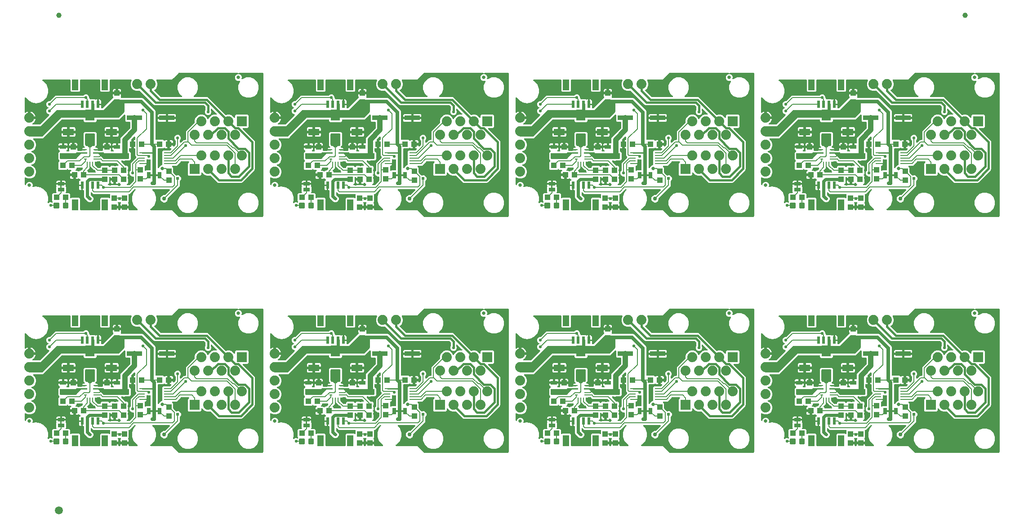
<source format=gtl>
G04 EAGLE Gerber RS-274X export*
G75*
%MOMM*%
%FSLAX34Y34*%
%LPD*%
%INTop Copper*%
%IPPOS*%
%AMOC8*
5,1,8,0,0,1.08239X$1,22.5*%
G01*
%ADD10R,1.200000X2.000000*%
%ADD11R,0.600000X1.350000*%
%ADD12R,1.100000X0.250000*%
%ADD13R,1.100000X1.000000*%
%ADD14R,1.000000X1.100000*%
%ADD15C,1.879600*%
%ADD16R,1.879600X1.879600*%
%ADD17R,0.660400X1.270000*%
%ADD18C,0.635000*%
%ADD19C,0.300000*%
%ADD20R,1.270000X0.660400*%
%ADD21R,1.800000X2.000000*%
%ADD22R,0.600000X0.250000*%
%ADD23R,0.250000X0.600000*%
%ADD24R,0.250000X1.824000*%
%ADD25R,2.060000X1.270000*%
%ADD26R,1.200000X0.800000*%
%ADD27C,0.762000*%
%ADD28R,2.900000X0.900000*%
%ADD29C,1.000000*%
%ADD30C,1.500000*%
%ADD31C,0.203200*%
%ADD32C,0.584200*%
%ADD33C,0.604000*%
%ADD34C,0.406400*%
%ADD35C,1.016000*%
%ADD36C,0.711200*%
%ADD37C,0.609600*%
%ADD38C,0.254000*%

G36*
X1376544Y372380D02*
X1376544Y372380D01*
X1376663Y372387D01*
X1376701Y372400D01*
X1376742Y372405D01*
X1376852Y372448D01*
X1376965Y372485D01*
X1377000Y372507D01*
X1377037Y372522D01*
X1377133Y372591D01*
X1377234Y372655D01*
X1377262Y372685D01*
X1377295Y372708D01*
X1377371Y372800D01*
X1377452Y372887D01*
X1377472Y372922D01*
X1377497Y372953D01*
X1377548Y373061D01*
X1377606Y373165D01*
X1377616Y373205D01*
X1377633Y373241D01*
X1377655Y373358D01*
X1377685Y373473D01*
X1377689Y373533D01*
X1377693Y373553D01*
X1377691Y373574D01*
X1377695Y373634D01*
X1377695Y642366D01*
X1377680Y642484D01*
X1377673Y642603D01*
X1377660Y642641D01*
X1377655Y642682D01*
X1377612Y642792D01*
X1377575Y642905D01*
X1377553Y642940D01*
X1377538Y642977D01*
X1377469Y643073D01*
X1377405Y643174D01*
X1377375Y643202D01*
X1377352Y643235D01*
X1377260Y643311D01*
X1377173Y643392D01*
X1377138Y643412D01*
X1377107Y643437D01*
X1376999Y643488D01*
X1376895Y643546D01*
X1376855Y643556D01*
X1376819Y643573D01*
X1376702Y643595D01*
X1376587Y643625D01*
X1376527Y643629D01*
X1376507Y643633D01*
X1376486Y643631D01*
X1376426Y643635D01*
X1332757Y643635D01*
X1332688Y643627D01*
X1332618Y643628D01*
X1332530Y643607D01*
X1332441Y643595D01*
X1332376Y643570D01*
X1332309Y643553D01*
X1332229Y643511D01*
X1332146Y643478D01*
X1332089Y643437D01*
X1332028Y643405D01*
X1331961Y643344D01*
X1331888Y643292D01*
X1331844Y643238D01*
X1331792Y643191D01*
X1331743Y643116D01*
X1331686Y643047D01*
X1331656Y642983D01*
X1331617Y642925D01*
X1331588Y642840D01*
X1331550Y642759D01*
X1331537Y642690D01*
X1331514Y642624D01*
X1331507Y642535D01*
X1331490Y642447D01*
X1331495Y642377D01*
X1331489Y642307D01*
X1331504Y642219D01*
X1331510Y642129D01*
X1331531Y642063D01*
X1331543Y641994D01*
X1331580Y641912D01*
X1331608Y641827D01*
X1331645Y641768D01*
X1331674Y641704D01*
X1331730Y641634D01*
X1331778Y641558D01*
X1331829Y641510D01*
X1331873Y641456D01*
X1331944Y641401D01*
X1332010Y641340D01*
X1332071Y641306D01*
X1332127Y641264D01*
X1332271Y641193D01*
X1334485Y640276D01*
X1336236Y638525D01*
X1337184Y636238D01*
X1337184Y633762D01*
X1337010Y633342D01*
X1336991Y633275D01*
X1336964Y633211D01*
X1336950Y633122D01*
X1336926Y633035D01*
X1336925Y632966D01*
X1336914Y632897D01*
X1336922Y632807D01*
X1336921Y632717D01*
X1336937Y632649D01*
X1336944Y632580D01*
X1336974Y632496D01*
X1336995Y632408D01*
X1337028Y632346D01*
X1337051Y632281D01*
X1337102Y632206D01*
X1337144Y632127D01*
X1337191Y632075D01*
X1337230Y632018D01*
X1337297Y631958D01*
X1337358Y631892D01*
X1337416Y631853D01*
X1337468Y631807D01*
X1337548Y631766D01*
X1337623Y631717D01*
X1337689Y631694D01*
X1337752Y631663D01*
X1337839Y631643D01*
X1337924Y631614D01*
X1337994Y631608D01*
X1338062Y631593D01*
X1338151Y631596D01*
X1338241Y631588D01*
X1338310Y631600D01*
X1338380Y631603D01*
X1338466Y631628D01*
X1338554Y631643D01*
X1338618Y631672D01*
X1338685Y631691D01*
X1338762Y631737D01*
X1338844Y631773D01*
X1338899Y631817D01*
X1338959Y631853D01*
X1339080Y631959D01*
X1339220Y632099D01*
X1346221Y634999D01*
X1353799Y634999D01*
X1360800Y632099D01*
X1366159Y626740D01*
X1369059Y619739D01*
X1369059Y612161D01*
X1366159Y605160D01*
X1360800Y599801D01*
X1353799Y596901D01*
X1346221Y596901D01*
X1339220Y599801D01*
X1333861Y605160D01*
X1330961Y612161D01*
X1330961Y619739D01*
X1333861Y626740D01*
X1334001Y626880D01*
X1334044Y626935D01*
X1334094Y626984D01*
X1334141Y627060D01*
X1334196Y627131D01*
X1334224Y627195D01*
X1334260Y627255D01*
X1334287Y627341D01*
X1334322Y627423D01*
X1334333Y627492D01*
X1334354Y627559D01*
X1334358Y627649D01*
X1334372Y627737D01*
X1334366Y627807D01*
X1334369Y627877D01*
X1334351Y627964D01*
X1334342Y628054D01*
X1334319Y628120D01*
X1334305Y628188D01*
X1334265Y628269D01*
X1334235Y628353D01*
X1334196Y628411D01*
X1334165Y628474D01*
X1334107Y628542D01*
X1334056Y628616D01*
X1334004Y628663D01*
X1333959Y628716D01*
X1333885Y628767D01*
X1333818Y628827D01*
X1333756Y628859D01*
X1333699Y628899D01*
X1333615Y628931D01*
X1333535Y628971D01*
X1333467Y628987D01*
X1333401Y629011D01*
X1333312Y629021D01*
X1333224Y629041D01*
X1333155Y629039D01*
X1333085Y629047D01*
X1332996Y629034D01*
X1332906Y629031D01*
X1332839Y629012D01*
X1332770Y629002D01*
X1332618Y628950D01*
X1332198Y628776D01*
X1329722Y628776D01*
X1327435Y629724D01*
X1325684Y631475D01*
X1324736Y633762D01*
X1324736Y636238D01*
X1325684Y638525D01*
X1327435Y640276D01*
X1329649Y641193D01*
X1329709Y641228D01*
X1329774Y641254D01*
X1329847Y641306D01*
X1329925Y641351D01*
X1329975Y641399D01*
X1330032Y641440D01*
X1330089Y641510D01*
X1330153Y641572D01*
X1330190Y641632D01*
X1330234Y641685D01*
X1330273Y641767D01*
X1330320Y641843D01*
X1330340Y641910D01*
X1330370Y641973D01*
X1330387Y642061D01*
X1330413Y642147D01*
X1330417Y642217D01*
X1330430Y642286D01*
X1330424Y642375D01*
X1330428Y642465D01*
X1330414Y642533D01*
X1330410Y642603D01*
X1330382Y642688D01*
X1330364Y642776D01*
X1330333Y642839D01*
X1330312Y642905D01*
X1330264Y642981D01*
X1330224Y643062D01*
X1330179Y643115D01*
X1330142Y643174D01*
X1330076Y643236D01*
X1330018Y643304D01*
X1329961Y643344D01*
X1329910Y643392D01*
X1329832Y643435D01*
X1329758Y643487D01*
X1329693Y643512D01*
X1329632Y643546D01*
X1329545Y643568D01*
X1329461Y643600D01*
X1329391Y643608D01*
X1329324Y643625D01*
X1329163Y643635D01*
X1218869Y643635D01*
X1218771Y643623D01*
X1218672Y643620D01*
X1218614Y643603D01*
X1218554Y643595D01*
X1218462Y643559D01*
X1218367Y643531D01*
X1218315Y643501D01*
X1218258Y643478D01*
X1218178Y643420D01*
X1218093Y643370D01*
X1218017Y643304D01*
X1218001Y643292D01*
X1217993Y643282D01*
X1217972Y643264D01*
X1205644Y630935D01*
X1177655Y630935D01*
X1177606Y630929D01*
X1177556Y630931D01*
X1177449Y630909D01*
X1177339Y630895D01*
X1177293Y630877D01*
X1177245Y630867D01*
X1177146Y630819D01*
X1177044Y630778D01*
X1177004Y630749D01*
X1176959Y630727D01*
X1176875Y630656D01*
X1176786Y630592D01*
X1176755Y630553D01*
X1176717Y630521D01*
X1176654Y630431D01*
X1176584Y630347D01*
X1176562Y630302D01*
X1176534Y630261D01*
X1176495Y630158D01*
X1176448Y630059D01*
X1176439Y630010D01*
X1176421Y629964D01*
X1176409Y629854D01*
X1176388Y629747D01*
X1176391Y629697D01*
X1176386Y629648D01*
X1176401Y629539D01*
X1176408Y629429D01*
X1176423Y629382D01*
X1176430Y629333D01*
X1176482Y629180D01*
X1178307Y624776D01*
X1178307Y619824D01*
X1176412Y615250D01*
X1172801Y611639D01*
X1172728Y611545D01*
X1172650Y611456D01*
X1172631Y611420D01*
X1172606Y611388D01*
X1172559Y611278D01*
X1172505Y611172D01*
X1172496Y611133D01*
X1172480Y611096D01*
X1172461Y610978D01*
X1172435Y610862D01*
X1172436Y610822D01*
X1172430Y610782D01*
X1172441Y610663D01*
X1172445Y610544D01*
X1172456Y610505D01*
X1172460Y610465D01*
X1172500Y610353D01*
X1172533Y610239D01*
X1172554Y610204D01*
X1172568Y610166D01*
X1172635Y610067D01*
X1172695Y609965D01*
X1172735Y609920D01*
X1172746Y609903D01*
X1172761Y609889D01*
X1172801Y609844D01*
X1184103Y598542D01*
X1184181Y598482D01*
X1184253Y598414D01*
X1184306Y598385D01*
X1184354Y598348D01*
X1184445Y598308D01*
X1184532Y598260D01*
X1184590Y598245D01*
X1184646Y598221D01*
X1184744Y598206D01*
X1184840Y598181D01*
X1184940Y598175D01*
X1184960Y598171D01*
X1184972Y598173D01*
X1185000Y598171D01*
X1223486Y598171D01*
X1223624Y598188D01*
X1223762Y598201D01*
X1223782Y598208D01*
X1223802Y598211D01*
X1223931Y598262D01*
X1224062Y598309D01*
X1224078Y598320D01*
X1224097Y598328D01*
X1224210Y598409D01*
X1224325Y598487D01*
X1224338Y598503D01*
X1224355Y598514D01*
X1224443Y598622D01*
X1224535Y598726D01*
X1224544Y598744D01*
X1224557Y598759D01*
X1224617Y598885D01*
X1224680Y599009D01*
X1224684Y599029D01*
X1224693Y599047D01*
X1224719Y599183D01*
X1224750Y599319D01*
X1224749Y599340D01*
X1224753Y599359D01*
X1224744Y599498D01*
X1224740Y599637D01*
X1224734Y599657D01*
X1224733Y599677D01*
X1224690Y599809D01*
X1224651Y599943D01*
X1224641Y599960D01*
X1224635Y599979D01*
X1224560Y600097D01*
X1224490Y600217D01*
X1224471Y600238D01*
X1224465Y600248D01*
X1224450Y600262D01*
X1224384Y600337D01*
X1219561Y605160D01*
X1216661Y612161D01*
X1216661Y619739D01*
X1219561Y626740D01*
X1224920Y632099D01*
X1231921Y634999D01*
X1239499Y634999D01*
X1246500Y632099D01*
X1251859Y626740D01*
X1254759Y619739D01*
X1254759Y612161D01*
X1251859Y605160D01*
X1247036Y600337D01*
X1246951Y600228D01*
X1246863Y600121D01*
X1246854Y600102D01*
X1246842Y600086D01*
X1246786Y599958D01*
X1246727Y599833D01*
X1246723Y599813D01*
X1246715Y599794D01*
X1246693Y599656D01*
X1246667Y599520D01*
X1246669Y599500D01*
X1246665Y599480D01*
X1246678Y599341D01*
X1246687Y599203D01*
X1246693Y599184D01*
X1246695Y599164D01*
X1246742Y599032D01*
X1246785Y598901D01*
X1246796Y598883D01*
X1246803Y598864D01*
X1246881Y598749D01*
X1246955Y598632D01*
X1246970Y598618D01*
X1246981Y598601D01*
X1247086Y598509D01*
X1247187Y598414D01*
X1247205Y598404D01*
X1247220Y598391D01*
X1247344Y598327D01*
X1247465Y598260D01*
X1247485Y598255D01*
X1247503Y598246D01*
X1247639Y598216D01*
X1247773Y598181D01*
X1247801Y598179D01*
X1247813Y598176D01*
X1247834Y598177D01*
X1247934Y598171D01*
X1272281Y598171D01*
X1274148Y597397D01*
X1275756Y595789D01*
X1306865Y564680D01*
X1306888Y564662D01*
X1306907Y564640D01*
X1307013Y564565D01*
X1307116Y564486D01*
X1307143Y564474D01*
X1307167Y564457D01*
X1307289Y564411D01*
X1307408Y564359D01*
X1307437Y564355D01*
X1307465Y564344D01*
X1307594Y564330D01*
X1307722Y564309D01*
X1307751Y564312D01*
X1307781Y564309D01*
X1307909Y564327D01*
X1308039Y564339D01*
X1308066Y564349D01*
X1308096Y564353D01*
X1308248Y564405D01*
X1309434Y564897D01*
X1314386Y564897D01*
X1318960Y563002D01*
X1322476Y559486D01*
X1322482Y559473D01*
X1322534Y559400D01*
X1322579Y559322D01*
X1322627Y559272D01*
X1322668Y559215D01*
X1322738Y559158D01*
X1322800Y559094D01*
X1322860Y559057D01*
X1322913Y559012D01*
X1322995Y558974D01*
X1323071Y558927D01*
X1323138Y558907D01*
X1323201Y558877D01*
X1323289Y558860D01*
X1323375Y558834D01*
X1323445Y558830D01*
X1323514Y558817D01*
X1323603Y558823D01*
X1323693Y558818D01*
X1323761Y558833D01*
X1323831Y558837D01*
X1323916Y558865D01*
X1324004Y558883D01*
X1324067Y558913D01*
X1324133Y558935D01*
X1324209Y558983D01*
X1324290Y559022D01*
X1324343Y559068D01*
X1324402Y559105D01*
X1324464Y559170D01*
X1324532Y559229D01*
X1324572Y559286D01*
X1324620Y559337D01*
X1324663Y559415D01*
X1324715Y559489D01*
X1324740Y559554D01*
X1324774Y559615D01*
X1324796Y559702D01*
X1324828Y559786D01*
X1324836Y559856D01*
X1324853Y559923D01*
X1324863Y560084D01*
X1324863Y563111D01*
X1326649Y564897D01*
X1347971Y564897D01*
X1349757Y563111D01*
X1349757Y541789D01*
X1347971Y540003D01*
X1340418Y540003D01*
X1340281Y539986D01*
X1340142Y539973D01*
X1340123Y539966D01*
X1340103Y539963D01*
X1339974Y539912D01*
X1339843Y539865D01*
X1339826Y539854D01*
X1339807Y539846D01*
X1339695Y539765D01*
X1339580Y539687D01*
X1339566Y539671D01*
X1339550Y539660D01*
X1339461Y539552D01*
X1339369Y539448D01*
X1339360Y539430D01*
X1339347Y539415D01*
X1339288Y539289D01*
X1339224Y539165D01*
X1339220Y539145D01*
X1339211Y539127D01*
X1339185Y538991D01*
X1339155Y538855D01*
X1339155Y538834D01*
X1339152Y538815D01*
X1339160Y538676D01*
X1339164Y538537D01*
X1339170Y538517D01*
X1339171Y538497D01*
X1339214Y538365D01*
X1339253Y538231D01*
X1339263Y538214D01*
X1339269Y538195D01*
X1339344Y538077D01*
X1339414Y537957D01*
X1339433Y537936D01*
X1339440Y537926D01*
X1339454Y537912D01*
X1339521Y537837D01*
X1359821Y517536D01*
X1361429Y515928D01*
X1362203Y514061D01*
X1362203Y462261D01*
X1361429Y460394D01*
X1359822Y458786D01*
X1359821Y458786D01*
X1340169Y439134D01*
X1340169Y439133D01*
X1338561Y437526D01*
X1336694Y436752D01*
X1293149Y436752D01*
X1291282Y437526D01*
X1278787Y450021D01*
X1278763Y450039D01*
X1278744Y450062D01*
X1278638Y450136D01*
X1278535Y450216D01*
X1278508Y450228D01*
X1278484Y450245D01*
X1278363Y450291D01*
X1278243Y450342D01*
X1278214Y450347D01*
X1278187Y450357D01*
X1278058Y450372D01*
X1277929Y450392D01*
X1277900Y450389D01*
X1277871Y450393D01*
X1277742Y450375D01*
X1277613Y450362D01*
X1277585Y450352D01*
X1277556Y450348D01*
X1277403Y450296D01*
X1276286Y449833D01*
X1271334Y449833D01*
X1266760Y451728D01*
X1263244Y455244D01*
X1263238Y455257D01*
X1263186Y455330D01*
X1263141Y455408D01*
X1263093Y455458D01*
X1263052Y455515D01*
X1262982Y455572D01*
X1262920Y455636D01*
X1262860Y455673D01*
X1262807Y455718D01*
X1262725Y455756D01*
X1262649Y455803D01*
X1262582Y455823D01*
X1262519Y455853D01*
X1262431Y455870D01*
X1262345Y455896D01*
X1262275Y455900D01*
X1262206Y455913D01*
X1262117Y455907D01*
X1262027Y455912D01*
X1261959Y455897D01*
X1261889Y455893D01*
X1261804Y455865D01*
X1261716Y455847D01*
X1261653Y455817D01*
X1261587Y455795D01*
X1261511Y455747D01*
X1261430Y455708D01*
X1261377Y455662D01*
X1261318Y455625D01*
X1261256Y455560D01*
X1261188Y455501D01*
X1261148Y455444D01*
X1261100Y455393D01*
X1261057Y455315D01*
X1261005Y455241D01*
X1260980Y455176D01*
X1260946Y455115D01*
X1260924Y455028D01*
X1260892Y454944D01*
X1260884Y454874D01*
X1260867Y454807D01*
X1260857Y454646D01*
X1260857Y451619D01*
X1259071Y449833D01*
X1237749Y449833D01*
X1235963Y451619D01*
X1235963Y472941D01*
X1237727Y474705D01*
X1237812Y474815D01*
X1237901Y474922D01*
X1237910Y474940D01*
X1237922Y474956D01*
X1237978Y475084D01*
X1238037Y475209D01*
X1238040Y475229D01*
X1238048Y475248D01*
X1238070Y475386D01*
X1238096Y475522D01*
X1238095Y475542D01*
X1238098Y475562D01*
X1238085Y475701D01*
X1238077Y475839D01*
X1238070Y475858D01*
X1238068Y475879D01*
X1238021Y476010D01*
X1237979Y476142D01*
X1237968Y476159D01*
X1237961Y476178D01*
X1237883Y476293D01*
X1237808Y476410D01*
X1237794Y476424D01*
X1237782Y476441D01*
X1237678Y476533D01*
X1237577Y476628D01*
X1237559Y476638D01*
X1237544Y476651D01*
X1237420Y476715D01*
X1237298Y476782D01*
X1237279Y476787D01*
X1237261Y476796D01*
X1237125Y476827D01*
X1236990Y476861D01*
X1236962Y476863D01*
X1236950Y476866D01*
X1236930Y476865D01*
X1236830Y476871D01*
X1223000Y476871D01*
X1222902Y476859D01*
X1222803Y476856D01*
X1222745Y476839D01*
X1222685Y476832D01*
X1222592Y476795D01*
X1222497Y476768D01*
X1222445Y476737D01*
X1222389Y476715D01*
X1222309Y476656D01*
X1222223Y476606D01*
X1222148Y476540D01*
X1222132Y476528D01*
X1222124Y476518D01*
X1222103Y476500D01*
X1214263Y468660D01*
X1207446Y468660D01*
X1207308Y468643D01*
X1207169Y468630D01*
X1207150Y468623D01*
X1207130Y468620D01*
X1207001Y468569D01*
X1206870Y468522D01*
X1206853Y468511D01*
X1206834Y468503D01*
X1206722Y468422D01*
X1206607Y468344D01*
X1206593Y468328D01*
X1206577Y468317D01*
X1206488Y468209D01*
X1206396Y468105D01*
X1206387Y468087D01*
X1206374Y468072D01*
X1206315Y467946D01*
X1206252Y467822D01*
X1206247Y467802D01*
X1206239Y467784D01*
X1206213Y467648D01*
X1206182Y467512D01*
X1206183Y467491D01*
X1206179Y467472D01*
X1206187Y467333D01*
X1206192Y467194D01*
X1206197Y467174D01*
X1206199Y467154D01*
X1206241Y467022D01*
X1206280Y466888D01*
X1206290Y466871D01*
X1206297Y466852D01*
X1206371Y466734D01*
X1206442Y466614D01*
X1206460Y466593D01*
X1206467Y466583D01*
X1206482Y466569D01*
X1206548Y466494D01*
X1208199Y464843D01*
X1208199Y456305D01*
X1208211Y456207D01*
X1208214Y456108D01*
X1208231Y456050D01*
X1208239Y455990D01*
X1208275Y455898D01*
X1208303Y455803D01*
X1208333Y455751D01*
X1208356Y455694D01*
X1208414Y455614D01*
X1208464Y455529D01*
X1208530Y455453D01*
X1208542Y455437D01*
X1208552Y455429D01*
X1208570Y455408D01*
X1211622Y452356D01*
X1213408Y450570D01*
X1213432Y450552D01*
X1213451Y450529D01*
X1213557Y450455D01*
X1213660Y450375D01*
X1213687Y450363D01*
X1213711Y450346D01*
X1213832Y450300D01*
X1213952Y450249D01*
X1213981Y450244D01*
X1214008Y450234D01*
X1214137Y450219D01*
X1214266Y450199D01*
X1214295Y450202D01*
X1214324Y450198D01*
X1214453Y450216D01*
X1214582Y450229D01*
X1214610Y450239D01*
X1214639Y450243D01*
X1214792Y450295D01*
X1215453Y450569D01*
X1217867Y450569D01*
X1220098Y449645D01*
X1221805Y447938D01*
X1222729Y445707D01*
X1222729Y443293D01*
X1221805Y441062D01*
X1221096Y440354D01*
X1221036Y440276D01*
X1220968Y440204D01*
X1220939Y440151D01*
X1220902Y440103D01*
X1220862Y440012D01*
X1220814Y439925D01*
X1220799Y439867D01*
X1220775Y439811D01*
X1220760Y439713D01*
X1220735Y439617D01*
X1220729Y439517D01*
X1220725Y439497D01*
X1220727Y439484D01*
X1220725Y439456D01*
X1220725Y430116D01*
X1198490Y407882D01*
X1198430Y407804D01*
X1198362Y407732D01*
X1198333Y407679D01*
X1198296Y407631D01*
X1198256Y407540D01*
X1198208Y407453D01*
X1198193Y407395D01*
X1198169Y407339D01*
X1198154Y407241D01*
X1198129Y407145D01*
X1198123Y407045D01*
X1198119Y407025D01*
X1198121Y407013D01*
X1198119Y406985D01*
X1198119Y405036D01*
X1197075Y402515D01*
X1195145Y400585D01*
X1192624Y399541D01*
X1189896Y399541D01*
X1187375Y400585D01*
X1185445Y402515D01*
X1184401Y405036D01*
X1184401Y407764D01*
X1185445Y410285D01*
X1187375Y412215D01*
X1189896Y413259D01*
X1191845Y413259D01*
X1191943Y413271D01*
X1192042Y413274D01*
X1192100Y413291D01*
X1192160Y413299D01*
X1192252Y413335D01*
X1192347Y413363D01*
X1192400Y413393D01*
X1192456Y413416D01*
X1192536Y413474D01*
X1192621Y413524D01*
X1192697Y413590D01*
X1192713Y413602D01*
X1192721Y413612D01*
X1192742Y413630D01*
X1201505Y422394D01*
X1201590Y422503D01*
X1201679Y422610D01*
X1201688Y422629D01*
X1201700Y422645D01*
X1201756Y422773D01*
X1201815Y422898D01*
X1201818Y422918D01*
X1201826Y422937D01*
X1201848Y423075D01*
X1201874Y423211D01*
X1201873Y423231D01*
X1201876Y423251D01*
X1201863Y423390D01*
X1201855Y423528D01*
X1201848Y423547D01*
X1201846Y423567D01*
X1201799Y423699D01*
X1201757Y423830D01*
X1201746Y423848D01*
X1201739Y423867D01*
X1201661Y423982D01*
X1201586Y424099D01*
X1201572Y424113D01*
X1201560Y424130D01*
X1201456Y424222D01*
X1201355Y424317D01*
X1201337Y424327D01*
X1201322Y424340D01*
X1201198Y424403D01*
X1201076Y424471D01*
X1201057Y424476D01*
X1201039Y424485D01*
X1200903Y424515D01*
X1200768Y424550D01*
X1200740Y424552D01*
X1200728Y424555D01*
X1200708Y424554D01*
X1200608Y424560D01*
X1170155Y424560D01*
X1170071Y424550D01*
X1169987Y424549D01*
X1169914Y424530D01*
X1169839Y424520D01*
X1169761Y424489D01*
X1169680Y424468D01*
X1169614Y424431D01*
X1169543Y424403D01*
X1169476Y424354D01*
X1169402Y424313D01*
X1169347Y424261D01*
X1169286Y424217D01*
X1169233Y424152D01*
X1169172Y424094D01*
X1169132Y424030D01*
X1169083Y423972D01*
X1169047Y423896D01*
X1169003Y423824D01*
X1168980Y423752D01*
X1168948Y423684D01*
X1168932Y423602D01*
X1168906Y423521D01*
X1168902Y423446D01*
X1168888Y423372D01*
X1168893Y423288D01*
X1168888Y423204D01*
X1168903Y423130D01*
X1168908Y423054D01*
X1168934Y422974D01*
X1168950Y422892D01*
X1168982Y422824D01*
X1169006Y422752D01*
X1169051Y422681D01*
X1169087Y422605D01*
X1169171Y422490D01*
X1169176Y422483D01*
X1169178Y422481D01*
X1169182Y422475D01*
X1173040Y417878D01*
X1175767Y410386D01*
X1175767Y402414D01*
X1173040Y394922D01*
X1167916Y388815D01*
X1165522Y387433D01*
X1165406Y387345D01*
X1165288Y387260D01*
X1165279Y387249D01*
X1165269Y387241D01*
X1165178Y387127D01*
X1165085Y387015D01*
X1165079Y387002D01*
X1165071Y386992D01*
X1165011Y386858D01*
X1164950Y386727D01*
X1164947Y386714D01*
X1164942Y386701D01*
X1164917Y386557D01*
X1164890Y386414D01*
X1164891Y386401D01*
X1164888Y386388D01*
X1164901Y386242D01*
X1164910Y386097D01*
X1164914Y386084D01*
X1164915Y386071D01*
X1164963Y385933D01*
X1165008Y385795D01*
X1165015Y385783D01*
X1165019Y385770D01*
X1165100Y385649D01*
X1165178Y385526D01*
X1165188Y385517D01*
X1165195Y385505D01*
X1165303Y385408D01*
X1165409Y385308D01*
X1165421Y385301D01*
X1165431Y385292D01*
X1165561Y385225D01*
X1165688Y385154D01*
X1165701Y385151D01*
X1165713Y385145D01*
X1165855Y385111D01*
X1165996Y385075D01*
X1166014Y385074D01*
X1166023Y385072D01*
X1166040Y385072D01*
X1166157Y385065D01*
X1205644Y385065D01*
X1217972Y372736D01*
X1218050Y372676D01*
X1218122Y372608D01*
X1218175Y372579D01*
X1218223Y372542D01*
X1218314Y372502D01*
X1218401Y372454D01*
X1218459Y372439D01*
X1218515Y372415D01*
X1218613Y372400D01*
X1218709Y372375D01*
X1218809Y372369D01*
X1218829Y372365D01*
X1218841Y372367D01*
X1218869Y372365D01*
X1376426Y372365D01*
X1376544Y372380D01*
G37*
G36*
X451984Y372380D02*
X451984Y372380D01*
X452103Y372387D01*
X452141Y372400D01*
X452182Y372405D01*
X452292Y372448D01*
X452405Y372485D01*
X452440Y372507D01*
X452477Y372522D01*
X452573Y372591D01*
X452674Y372655D01*
X452702Y372685D01*
X452735Y372708D01*
X452811Y372800D01*
X452892Y372887D01*
X452912Y372922D01*
X452937Y372953D01*
X452988Y373061D01*
X453046Y373165D01*
X453056Y373205D01*
X453073Y373241D01*
X453095Y373358D01*
X453125Y373473D01*
X453129Y373533D01*
X453133Y373553D01*
X453131Y373574D01*
X453135Y373634D01*
X453135Y642366D01*
X453120Y642484D01*
X453113Y642603D01*
X453100Y642641D01*
X453095Y642682D01*
X453052Y642792D01*
X453015Y642905D01*
X452993Y642940D01*
X452978Y642977D01*
X452909Y643073D01*
X452845Y643174D01*
X452815Y643202D01*
X452792Y643235D01*
X452700Y643311D01*
X452613Y643392D01*
X452578Y643412D01*
X452547Y643437D01*
X452439Y643488D01*
X452335Y643546D01*
X452295Y643556D01*
X452259Y643573D01*
X452142Y643595D01*
X452027Y643625D01*
X451967Y643629D01*
X451947Y643633D01*
X451926Y643631D01*
X451866Y643635D01*
X408197Y643635D01*
X408128Y643627D01*
X408058Y643628D01*
X407970Y643607D01*
X407881Y643595D01*
X407816Y643570D01*
X407749Y643553D01*
X407669Y643511D01*
X407586Y643478D01*
X407529Y643437D01*
X407468Y643405D01*
X407401Y643344D01*
X407328Y643292D01*
X407284Y643238D01*
X407232Y643191D01*
X407183Y643116D01*
X407126Y643047D01*
X407096Y642983D01*
X407057Y642925D01*
X407028Y642840D01*
X406990Y642759D01*
X406977Y642690D01*
X406954Y642624D01*
X406947Y642535D01*
X406930Y642447D01*
X406935Y642377D01*
X406929Y642307D01*
X406944Y642219D01*
X406950Y642129D01*
X406971Y642063D01*
X406983Y641994D01*
X407020Y641912D01*
X407048Y641827D01*
X407085Y641768D01*
X407114Y641704D01*
X407170Y641634D01*
X407218Y641558D01*
X407269Y641510D01*
X407313Y641456D01*
X407384Y641401D01*
X407450Y641340D01*
X407511Y641306D01*
X407567Y641264D01*
X407711Y641193D01*
X409925Y640276D01*
X411676Y638525D01*
X412624Y636238D01*
X412624Y633762D01*
X412450Y633342D01*
X412431Y633275D01*
X412404Y633211D01*
X412390Y633122D01*
X412366Y633035D01*
X412365Y632966D01*
X412354Y632897D01*
X412362Y632807D01*
X412361Y632717D01*
X412377Y632649D01*
X412384Y632580D01*
X412414Y632496D01*
X412435Y632408D01*
X412468Y632346D01*
X412491Y632281D01*
X412542Y632206D01*
X412584Y632127D01*
X412631Y632075D01*
X412670Y632018D01*
X412737Y631958D01*
X412798Y631892D01*
X412856Y631853D01*
X412908Y631807D01*
X412988Y631766D01*
X413063Y631717D01*
X413129Y631694D01*
X413192Y631663D01*
X413279Y631643D01*
X413364Y631614D01*
X413434Y631608D01*
X413502Y631593D01*
X413591Y631596D01*
X413681Y631588D01*
X413750Y631600D01*
X413820Y631603D01*
X413906Y631628D01*
X413994Y631643D01*
X414058Y631672D01*
X414125Y631691D01*
X414202Y631737D01*
X414284Y631773D01*
X414339Y631817D01*
X414399Y631853D01*
X414520Y631959D01*
X414660Y632099D01*
X421661Y634999D01*
X429239Y634999D01*
X436240Y632099D01*
X441599Y626740D01*
X444499Y619739D01*
X444499Y612161D01*
X441599Y605160D01*
X436240Y599801D01*
X429239Y596901D01*
X421661Y596901D01*
X414660Y599801D01*
X409301Y605160D01*
X406401Y612161D01*
X406401Y619739D01*
X409301Y626740D01*
X409441Y626880D01*
X409484Y626935D01*
X409534Y626984D01*
X409581Y627060D01*
X409636Y627131D01*
X409664Y627195D01*
X409700Y627255D01*
X409727Y627341D01*
X409762Y627423D01*
X409773Y627492D01*
X409794Y627559D01*
X409798Y627649D01*
X409812Y627737D01*
X409806Y627807D01*
X409809Y627877D01*
X409791Y627964D01*
X409782Y628054D01*
X409759Y628120D01*
X409745Y628188D01*
X409705Y628269D01*
X409675Y628353D01*
X409636Y628411D01*
X409605Y628474D01*
X409547Y628542D01*
X409496Y628616D01*
X409444Y628663D01*
X409399Y628716D01*
X409325Y628767D01*
X409258Y628827D01*
X409196Y628859D01*
X409139Y628899D01*
X409055Y628931D01*
X408975Y628971D01*
X408907Y628987D01*
X408841Y629011D01*
X408752Y629021D01*
X408664Y629041D01*
X408595Y629039D01*
X408525Y629047D01*
X408436Y629034D01*
X408346Y629031D01*
X408279Y629012D01*
X408210Y629002D01*
X408058Y628950D01*
X407638Y628776D01*
X405162Y628776D01*
X402875Y629724D01*
X401124Y631475D01*
X400176Y633762D01*
X400176Y636238D01*
X401124Y638525D01*
X402875Y640276D01*
X405089Y641193D01*
X405149Y641228D01*
X405214Y641254D01*
X405287Y641306D01*
X405365Y641351D01*
X405415Y641399D01*
X405472Y641440D01*
X405529Y641510D01*
X405593Y641572D01*
X405630Y641632D01*
X405674Y641685D01*
X405713Y641767D01*
X405760Y641843D01*
X405780Y641910D01*
X405810Y641973D01*
X405827Y642061D01*
X405853Y642147D01*
X405857Y642217D01*
X405870Y642286D01*
X405864Y642375D01*
X405868Y642465D01*
X405854Y642533D01*
X405850Y642603D01*
X405822Y642688D01*
X405804Y642776D01*
X405773Y642839D01*
X405752Y642905D01*
X405704Y642981D01*
X405664Y643062D01*
X405619Y643115D01*
X405582Y643174D01*
X405516Y643236D01*
X405458Y643304D01*
X405401Y643344D01*
X405350Y643392D01*
X405272Y643435D01*
X405198Y643487D01*
X405133Y643512D01*
X405072Y643546D01*
X404985Y643568D01*
X404901Y643600D01*
X404831Y643608D01*
X404764Y643625D01*
X404603Y643635D01*
X294309Y643635D01*
X294211Y643623D01*
X294112Y643620D01*
X294054Y643603D01*
X293994Y643595D01*
X293902Y643559D01*
X293807Y643531D01*
X293754Y643501D01*
X293698Y643478D01*
X293618Y643420D01*
X293533Y643370D01*
X293457Y643304D01*
X293441Y643292D01*
X293433Y643282D01*
X293412Y643264D01*
X283836Y633688D01*
X281084Y630935D01*
X253095Y630935D01*
X253046Y630929D01*
X252996Y630931D01*
X252889Y630909D01*
X252779Y630895D01*
X252733Y630877D01*
X252685Y630867D01*
X252586Y630819D01*
X252484Y630778D01*
X252444Y630749D01*
X252399Y630727D01*
X252315Y630656D01*
X252226Y630592D01*
X252195Y630553D01*
X252157Y630521D01*
X252094Y630431D01*
X252024Y630347D01*
X252002Y630302D01*
X251974Y630261D01*
X251935Y630158D01*
X251888Y630059D01*
X251879Y630010D01*
X251861Y629964D01*
X251849Y629854D01*
X251828Y629747D01*
X251831Y629697D01*
X251826Y629648D01*
X251841Y629539D01*
X251848Y629429D01*
X251863Y629382D01*
X251870Y629333D01*
X251922Y629180D01*
X253747Y624776D01*
X253747Y619824D01*
X251852Y615250D01*
X248241Y611639D01*
X248168Y611545D01*
X248090Y611456D01*
X248071Y611420D01*
X248046Y611388D01*
X247999Y611278D01*
X247945Y611172D01*
X247936Y611133D01*
X247920Y611096D01*
X247901Y610978D01*
X247875Y610862D01*
X247876Y610822D01*
X247870Y610782D01*
X247881Y610663D01*
X247885Y610544D01*
X247896Y610505D01*
X247900Y610465D01*
X247940Y610353D01*
X247973Y610239D01*
X247994Y610204D01*
X248008Y610166D01*
X248074Y610067D01*
X248135Y609965D01*
X248175Y609920D01*
X248186Y609903D01*
X248201Y609889D01*
X248241Y609844D01*
X259543Y598542D01*
X259621Y598482D01*
X259693Y598414D01*
X259746Y598385D01*
X259794Y598348D01*
X259885Y598308D01*
X259972Y598260D01*
X260030Y598245D01*
X260086Y598221D01*
X260184Y598206D01*
X260280Y598181D01*
X260380Y598175D01*
X260400Y598171D01*
X260412Y598173D01*
X260440Y598171D01*
X298926Y598171D01*
X299064Y598188D01*
X299202Y598201D01*
X299222Y598208D01*
X299242Y598211D01*
X299371Y598262D01*
X299502Y598309D01*
X299518Y598320D01*
X299537Y598328D01*
X299650Y598409D01*
X299765Y598487D01*
X299778Y598503D01*
X299795Y598514D01*
X299883Y598622D01*
X299975Y598726D01*
X299984Y598744D01*
X299997Y598759D01*
X300057Y598885D01*
X300120Y599009D01*
X300124Y599029D01*
X300133Y599047D01*
X300159Y599183D01*
X300190Y599319D01*
X300189Y599340D01*
X300193Y599359D01*
X300184Y599498D01*
X300180Y599637D01*
X300174Y599657D01*
X300173Y599677D01*
X300130Y599809D01*
X300091Y599943D01*
X300081Y599960D01*
X300075Y599979D01*
X300000Y600097D01*
X299930Y600217D01*
X299911Y600238D01*
X299905Y600248D01*
X299890Y600262D01*
X299824Y600337D01*
X295001Y605160D01*
X292101Y612161D01*
X292101Y619739D01*
X295001Y626740D01*
X300360Y632099D01*
X307361Y634999D01*
X314939Y634999D01*
X321940Y632099D01*
X327299Y626740D01*
X330199Y619739D01*
X330199Y612161D01*
X327299Y605160D01*
X322476Y600337D01*
X322391Y600228D01*
X322303Y600121D01*
X322294Y600102D01*
X322282Y600086D01*
X322226Y599958D01*
X322167Y599833D01*
X322163Y599813D01*
X322155Y599794D01*
X322133Y599656D01*
X322107Y599520D01*
X322109Y599500D01*
X322105Y599480D01*
X322118Y599341D01*
X322127Y599203D01*
X322133Y599184D01*
X322135Y599164D01*
X322182Y599032D01*
X322225Y598901D01*
X322236Y598883D01*
X322243Y598864D01*
X322321Y598749D01*
X322395Y598632D01*
X322410Y598618D01*
X322421Y598601D01*
X322526Y598509D01*
X322627Y598414D01*
X322645Y598404D01*
X322660Y598391D01*
X322784Y598327D01*
X322905Y598260D01*
X322925Y598255D01*
X322943Y598246D01*
X323079Y598216D01*
X323213Y598181D01*
X323241Y598179D01*
X323253Y598176D01*
X323274Y598177D01*
X323374Y598171D01*
X347721Y598171D01*
X349588Y597397D01*
X351196Y595790D01*
X351196Y595789D01*
X382305Y564680D01*
X382328Y564662D01*
X382347Y564640D01*
X382453Y564565D01*
X382556Y564486D01*
X382583Y564474D01*
X382607Y564457D01*
X382729Y564411D01*
X382848Y564359D01*
X382877Y564355D01*
X382905Y564344D01*
X383034Y564330D01*
X383162Y564309D01*
X383191Y564312D01*
X383221Y564309D01*
X383349Y564327D01*
X383479Y564339D01*
X383506Y564349D01*
X383536Y564353D01*
X383688Y564405D01*
X384874Y564897D01*
X389826Y564897D01*
X394400Y563002D01*
X397916Y559486D01*
X397922Y559473D01*
X397974Y559400D01*
X398019Y559322D01*
X398067Y559272D01*
X398108Y559215D01*
X398178Y559158D01*
X398240Y559094D01*
X398300Y559057D01*
X398353Y559012D01*
X398435Y558974D01*
X398511Y558927D01*
X398578Y558907D01*
X398641Y558877D01*
X398729Y558860D01*
X398815Y558834D01*
X398885Y558830D01*
X398954Y558817D01*
X399043Y558823D01*
X399133Y558818D01*
X399201Y558833D01*
X399271Y558837D01*
X399356Y558865D01*
X399444Y558883D01*
X399507Y558913D01*
X399573Y558935D01*
X399649Y558983D01*
X399730Y559022D01*
X399783Y559068D01*
X399842Y559105D01*
X399904Y559170D01*
X399972Y559229D01*
X400012Y559286D01*
X400060Y559337D01*
X400103Y559415D01*
X400155Y559489D01*
X400180Y559554D01*
X400214Y559615D01*
X400236Y559702D01*
X400268Y559786D01*
X400276Y559856D01*
X400293Y559923D01*
X400303Y560084D01*
X400303Y563111D01*
X402089Y564897D01*
X423411Y564897D01*
X425197Y563111D01*
X425197Y541789D01*
X423411Y540003D01*
X415858Y540003D01*
X415721Y539986D01*
X415582Y539973D01*
X415563Y539966D01*
X415543Y539963D01*
X415414Y539912D01*
X415283Y539865D01*
X415266Y539854D01*
X415247Y539846D01*
X415135Y539765D01*
X415020Y539687D01*
X415006Y539671D01*
X414990Y539660D01*
X414901Y539552D01*
X414809Y539448D01*
X414800Y539430D01*
X414787Y539415D01*
X414728Y539289D01*
X414664Y539165D01*
X414660Y539145D01*
X414651Y539127D01*
X414625Y538991D01*
X414595Y538855D01*
X414595Y538834D01*
X414592Y538815D01*
X414600Y538676D01*
X414604Y538537D01*
X414610Y538517D01*
X414611Y538497D01*
X414654Y538365D01*
X414693Y538231D01*
X414703Y538214D01*
X414709Y538195D01*
X414784Y538077D01*
X414854Y537957D01*
X414873Y537936D01*
X414880Y537926D01*
X414894Y537912D01*
X414961Y537837D01*
X435261Y517536D01*
X436869Y515928D01*
X437643Y514061D01*
X437643Y462261D01*
X436869Y460394D01*
X414001Y437526D01*
X412134Y436752D01*
X368589Y436752D01*
X366722Y437526D01*
X365114Y439133D01*
X365114Y439134D01*
X354227Y450021D01*
X354203Y450039D01*
X354184Y450062D01*
X354078Y450136D01*
X353975Y450216D01*
X353948Y450228D01*
X353924Y450245D01*
X353803Y450291D01*
X353683Y450342D01*
X353654Y450347D01*
X353627Y450357D01*
X353498Y450372D01*
X353369Y450392D01*
X353340Y450389D01*
X353311Y450393D01*
X353182Y450375D01*
X353053Y450362D01*
X353025Y450352D01*
X352996Y450348D01*
X352843Y450296D01*
X351726Y449833D01*
X346774Y449833D01*
X342200Y451728D01*
X338684Y455244D01*
X338678Y455257D01*
X338626Y455330D01*
X338581Y455408D01*
X338533Y455458D01*
X338492Y455515D01*
X338422Y455572D01*
X338360Y455636D01*
X338300Y455673D01*
X338247Y455717D01*
X338165Y455756D01*
X338089Y455803D01*
X338022Y455823D01*
X337959Y455853D01*
X337871Y455870D01*
X337785Y455896D01*
X337715Y455900D01*
X337646Y455913D01*
X337557Y455907D01*
X337467Y455912D01*
X337399Y455897D01*
X337329Y455893D01*
X337244Y455865D01*
X337156Y455847D01*
X337093Y455817D01*
X337027Y455795D01*
X336951Y455747D01*
X336870Y455708D01*
X336817Y455662D01*
X336758Y455625D01*
X336696Y455559D01*
X336628Y455501D01*
X336588Y455444D01*
X336540Y455393D01*
X336497Y455315D01*
X336445Y455241D01*
X336420Y455176D01*
X336386Y455115D01*
X336364Y455028D01*
X336332Y454944D01*
X336324Y454874D01*
X336307Y454807D01*
X336297Y454646D01*
X336297Y451619D01*
X334511Y449833D01*
X313189Y449833D01*
X311403Y451619D01*
X311403Y472941D01*
X313167Y474705D01*
X313252Y474815D01*
X313341Y474922D01*
X313350Y474940D01*
X313362Y474956D01*
X313418Y475084D01*
X313477Y475209D01*
X313480Y475229D01*
X313488Y475248D01*
X313510Y475386D01*
X313536Y475522D01*
X313535Y475542D01*
X313538Y475562D01*
X313525Y475701D01*
X313517Y475839D01*
X313510Y475858D01*
X313508Y475879D01*
X313461Y476010D01*
X313419Y476142D01*
X313408Y476159D01*
X313401Y476178D01*
X313323Y476293D01*
X313248Y476410D01*
X313234Y476424D01*
X313222Y476441D01*
X313118Y476533D01*
X313017Y476628D01*
X312999Y476638D01*
X312984Y476651D01*
X312860Y476715D01*
X312738Y476782D01*
X312719Y476787D01*
X312701Y476796D01*
X312565Y476827D01*
X312430Y476861D01*
X312402Y476863D01*
X312390Y476866D01*
X312370Y476865D01*
X312270Y476871D01*
X298440Y476871D01*
X298342Y476859D01*
X298243Y476856D01*
X298185Y476839D01*
X298125Y476832D01*
X298032Y476795D01*
X297937Y476768D01*
X297885Y476737D01*
X297829Y476715D01*
X297749Y476656D01*
X297663Y476606D01*
X297588Y476540D01*
X297572Y476528D01*
X297564Y476518D01*
X297543Y476500D01*
X289703Y468660D01*
X282886Y468660D01*
X282748Y468643D01*
X282609Y468630D01*
X282590Y468623D01*
X282570Y468620D01*
X282441Y468569D01*
X282310Y468522D01*
X282293Y468511D01*
X282274Y468503D01*
X282162Y468422D01*
X282047Y468344D01*
X282033Y468328D01*
X282017Y468317D01*
X281928Y468209D01*
X281836Y468105D01*
X281827Y468087D01*
X281814Y468072D01*
X281755Y467946D01*
X281692Y467822D01*
X281687Y467802D01*
X281679Y467784D01*
X281653Y467648D01*
X281622Y467512D01*
X281623Y467491D01*
X281619Y467472D01*
X281627Y467333D01*
X281632Y467194D01*
X281637Y467174D01*
X281639Y467154D01*
X281681Y467022D01*
X281720Y466888D01*
X281730Y466871D01*
X281737Y466852D01*
X281811Y466734D01*
X281882Y466614D01*
X281900Y466593D01*
X281907Y466583D01*
X281922Y466569D01*
X281988Y466494D01*
X283639Y464843D01*
X283639Y456305D01*
X283651Y456207D01*
X283654Y456108D01*
X283671Y456050D01*
X283679Y455990D01*
X283715Y455898D01*
X283743Y455803D01*
X283773Y455751D01*
X283796Y455694D01*
X283854Y455614D01*
X283904Y455529D01*
X283970Y455453D01*
X283982Y455437D01*
X283992Y455429D01*
X284010Y455408D01*
X288848Y450570D01*
X288872Y450552D01*
X288891Y450529D01*
X288997Y450455D01*
X289100Y450375D01*
X289127Y450363D01*
X289151Y450346D01*
X289272Y450300D01*
X289392Y450249D01*
X289421Y450244D01*
X289448Y450234D01*
X289577Y450219D01*
X289706Y450199D01*
X289735Y450202D01*
X289764Y450198D01*
X289893Y450216D01*
X290022Y450229D01*
X290050Y450239D01*
X290079Y450243D01*
X290232Y450295D01*
X290893Y450569D01*
X293307Y450569D01*
X295538Y449645D01*
X297245Y447938D01*
X298169Y445707D01*
X298169Y443293D01*
X297245Y441062D01*
X296536Y440354D01*
X296476Y440276D01*
X296408Y440204D01*
X296379Y440151D01*
X296342Y440103D01*
X296302Y440012D01*
X296254Y439925D01*
X296239Y439867D01*
X296215Y439811D01*
X296200Y439713D01*
X296175Y439617D01*
X296169Y439517D01*
X296165Y439497D01*
X296167Y439484D01*
X296165Y439456D01*
X296165Y430116D01*
X273930Y407882D01*
X273870Y407804D01*
X273802Y407732D01*
X273773Y407679D01*
X273736Y407631D01*
X273696Y407540D01*
X273648Y407453D01*
X273633Y407395D01*
X273609Y407339D01*
X273594Y407241D01*
X273569Y407145D01*
X273563Y407045D01*
X273559Y407025D01*
X273561Y407013D01*
X273559Y406985D01*
X273559Y405036D01*
X272515Y402515D01*
X270585Y400585D01*
X268064Y399541D01*
X265336Y399541D01*
X262815Y400585D01*
X260885Y402515D01*
X259841Y405036D01*
X259841Y407764D01*
X260885Y410285D01*
X262815Y412215D01*
X265336Y413259D01*
X267285Y413259D01*
X267383Y413271D01*
X267482Y413274D01*
X267540Y413291D01*
X267600Y413299D01*
X267692Y413335D01*
X267787Y413363D01*
X267839Y413393D01*
X267896Y413416D01*
X267976Y413474D01*
X268061Y413524D01*
X268137Y413590D01*
X268153Y413602D01*
X268161Y413612D01*
X268182Y413630D01*
X276945Y422394D01*
X277030Y422503D01*
X277119Y422610D01*
X277128Y422629D01*
X277140Y422645D01*
X277196Y422773D01*
X277255Y422898D01*
X277258Y422918D01*
X277266Y422937D01*
X277288Y423075D01*
X277314Y423211D01*
X277313Y423231D01*
X277316Y423251D01*
X277303Y423390D01*
X277295Y423528D01*
X277288Y423547D01*
X277286Y423567D01*
X277239Y423699D01*
X277197Y423830D01*
X277186Y423848D01*
X277179Y423867D01*
X277101Y423982D01*
X277026Y424099D01*
X277012Y424113D01*
X277000Y424130D01*
X276896Y424222D01*
X276795Y424317D01*
X276777Y424327D01*
X276762Y424340D01*
X276638Y424404D01*
X276516Y424471D01*
X276497Y424476D01*
X276479Y424485D01*
X276343Y424515D01*
X276208Y424550D01*
X276180Y424552D01*
X276168Y424555D01*
X276148Y424554D01*
X276048Y424560D01*
X245595Y424560D01*
X245511Y424550D01*
X245427Y424549D01*
X245354Y424530D01*
X245279Y424520D01*
X245201Y424489D01*
X245120Y424468D01*
X245054Y424431D01*
X244983Y424403D01*
X244916Y424354D01*
X244842Y424313D01*
X244787Y424261D01*
X244726Y424217D01*
X244673Y424152D01*
X244612Y424094D01*
X244572Y424030D01*
X244523Y423972D01*
X244487Y423896D01*
X244443Y423824D01*
X244420Y423752D01*
X244388Y423684D01*
X244372Y423602D01*
X244346Y423521D01*
X244342Y423446D01*
X244328Y423372D01*
X244333Y423288D01*
X244328Y423204D01*
X244343Y423130D01*
X244348Y423054D01*
X244374Y422974D01*
X244390Y422892D01*
X244422Y422824D01*
X244446Y422752D01*
X244491Y422681D01*
X244527Y422605D01*
X244611Y422490D01*
X244616Y422483D01*
X244618Y422481D01*
X244622Y422475D01*
X248480Y417878D01*
X251207Y410386D01*
X251207Y402414D01*
X248480Y394922D01*
X243356Y388815D01*
X240962Y387433D01*
X240846Y387345D01*
X240728Y387260D01*
X240719Y387249D01*
X240709Y387241D01*
X240618Y387127D01*
X240525Y387015D01*
X240519Y387002D01*
X240511Y386992D01*
X240451Y386858D01*
X240390Y386727D01*
X240387Y386714D01*
X240382Y386701D01*
X240357Y386557D01*
X240330Y386414D01*
X240331Y386401D01*
X240328Y386388D01*
X240341Y386242D01*
X240350Y386097D01*
X240354Y386084D01*
X240355Y386071D01*
X240403Y385933D01*
X240448Y385795D01*
X240455Y385783D01*
X240459Y385770D01*
X240540Y385649D01*
X240618Y385526D01*
X240628Y385517D01*
X240635Y385505D01*
X240743Y385408D01*
X240849Y385308D01*
X240861Y385301D01*
X240871Y385292D01*
X241001Y385225D01*
X241128Y385154D01*
X241141Y385151D01*
X241153Y385145D01*
X241295Y385111D01*
X241436Y385075D01*
X241454Y385074D01*
X241463Y385072D01*
X241480Y385072D01*
X241597Y385065D01*
X281084Y385065D01*
X293412Y372736D01*
X293490Y372676D01*
X293562Y372608D01*
X293615Y372579D01*
X293663Y372542D01*
X293754Y372502D01*
X293841Y372454D01*
X293899Y372439D01*
X293955Y372415D01*
X294053Y372400D01*
X294149Y372375D01*
X294249Y372369D01*
X294269Y372365D01*
X294281Y372367D01*
X294309Y372365D01*
X451866Y372365D01*
X451984Y372380D01*
G37*
G36*
X1838824Y372380D02*
X1838824Y372380D01*
X1838943Y372387D01*
X1838981Y372400D01*
X1839022Y372405D01*
X1839132Y372448D01*
X1839245Y372485D01*
X1839280Y372507D01*
X1839317Y372522D01*
X1839413Y372591D01*
X1839514Y372655D01*
X1839542Y372685D01*
X1839575Y372708D01*
X1839651Y372800D01*
X1839732Y372887D01*
X1839752Y372922D01*
X1839777Y372953D01*
X1839828Y373061D01*
X1839886Y373165D01*
X1839896Y373205D01*
X1839913Y373241D01*
X1839935Y373358D01*
X1839965Y373473D01*
X1839969Y373533D01*
X1839973Y373553D01*
X1839971Y373574D01*
X1839975Y373634D01*
X1839975Y642366D01*
X1839960Y642484D01*
X1839953Y642603D01*
X1839940Y642641D01*
X1839935Y642682D01*
X1839892Y642792D01*
X1839855Y642905D01*
X1839833Y642940D01*
X1839818Y642977D01*
X1839749Y643073D01*
X1839685Y643174D01*
X1839655Y643202D01*
X1839632Y643235D01*
X1839540Y643311D01*
X1839453Y643392D01*
X1839418Y643412D01*
X1839387Y643437D01*
X1839279Y643488D01*
X1839175Y643546D01*
X1839135Y643556D01*
X1839099Y643573D01*
X1838982Y643595D01*
X1838867Y643625D01*
X1838807Y643629D01*
X1838787Y643633D01*
X1838766Y643631D01*
X1838706Y643635D01*
X1795037Y643635D01*
X1794968Y643627D01*
X1794898Y643628D01*
X1794810Y643607D01*
X1794721Y643595D01*
X1794656Y643570D01*
X1794589Y643553D01*
X1794509Y643511D01*
X1794426Y643478D01*
X1794369Y643437D01*
X1794308Y643405D01*
X1794241Y643344D01*
X1794168Y643292D01*
X1794124Y643238D01*
X1794072Y643191D01*
X1794023Y643116D01*
X1793966Y643047D01*
X1793936Y642983D01*
X1793897Y642925D01*
X1793868Y642840D01*
X1793830Y642759D01*
X1793817Y642690D01*
X1793794Y642624D01*
X1793787Y642535D01*
X1793770Y642447D01*
X1793775Y642377D01*
X1793769Y642307D01*
X1793784Y642219D01*
X1793790Y642129D01*
X1793811Y642063D01*
X1793823Y641994D01*
X1793860Y641912D01*
X1793888Y641827D01*
X1793925Y641768D01*
X1793954Y641704D01*
X1794010Y641634D01*
X1794058Y641558D01*
X1794109Y641510D01*
X1794153Y641456D01*
X1794224Y641401D01*
X1794290Y641340D01*
X1794351Y641306D01*
X1794407Y641264D01*
X1794551Y641193D01*
X1796765Y640276D01*
X1798516Y638525D01*
X1799464Y636238D01*
X1799464Y633762D01*
X1799290Y633342D01*
X1799271Y633275D01*
X1799244Y633211D01*
X1799230Y633122D01*
X1799206Y633035D01*
X1799205Y632966D01*
X1799194Y632897D01*
X1799202Y632807D01*
X1799201Y632717D01*
X1799217Y632649D01*
X1799224Y632580D01*
X1799254Y632496D01*
X1799275Y632408D01*
X1799308Y632346D01*
X1799331Y632281D01*
X1799382Y632206D01*
X1799424Y632127D01*
X1799471Y632075D01*
X1799510Y632018D01*
X1799577Y631958D01*
X1799638Y631892D01*
X1799696Y631853D01*
X1799748Y631807D01*
X1799828Y631766D01*
X1799903Y631717D01*
X1799969Y631694D01*
X1800032Y631663D01*
X1800119Y631643D01*
X1800204Y631614D01*
X1800274Y631608D01*
X1800342Y631593D01*
X1800431Y631596D01*
X1800521Y631588D01*
X1800590Y631600D01*
X1800660Y631603D01*
X1800746Y631628D01*
X1800834Y631643D01*
X1800898Y631672D01*
X1800965Y631691D01*
X1801042Y631737D01*
X1801124Y631773D01*
X1801179Y631817D01*
X1801239Y631853D01*
X1801360Y631959D01*
X1801500Y632099D01*
X1808501Y634999D01*
X1816079Y634999D01*
X1823080Y632099D01*
X1828439Y626740D01*
X1831339Y619739D01*
X1831339Y612161D01*
X1828439Y605160D01*
X1823080Y599801D01*
X1816079Y596901D01*
X1808501Y596901D01*
X1801500Y599801D01*
X1796141Y605160D01*
X1793241Y612161D01*
X1793241Y619739D01*
X1796141Y626740D01*
X1796281Y626880D01*
X1796324Y626935D01*
X1796374Y626984D01*
X1796421Y627060D01*
X1796476Y627131D01*
X1796504Y627195D01*
X1796540Y627255D01*
X1796567Y627341D01*
X1796602Y627423D01*
X1796613Y627492D01*
X1796634Y627559D01*
X1796638Y627649D01*
X1796652Y627737D01*
X1796646Y627807D01*
X1796649Y627877D01*
X1796631Y627964D01*
X1796622Y628054D01*
X1796599Y628120D01*
X1796585Y628188D01*
X1796545Y628269D01*
X1796515Y628353D01*
X1796476Y628411D01*
X1796445Y628474D01*
X1796387Y628542D01*
X1796336Y628616D01*
X1796284Y628663D01*
X1796239Y628716D01*
X1796165Y628767D01*
X1796098Y628827D01*
X1796036Y628859D01*
X1795979Y628899D01*
X1795895Y628931D01*
X1795815Y628971D01*
X1795747Y628987D01*
X1795681Y629011D01*
X1795592Y629021D01*
X1795504Y629041D01*
X1795435Y629039D01*
X1795365Y629047D01*
X1795276Y629034D01*
X1795186Y629031D01*
X1795119Y629012D01*
X1795050Y629002D01*
X1794898Y628950D01*
X1794478Y628776D01*
X1792002Y628776D01*
X1789715Y629724D01*
X1787964Y631475D01*
X1787016Y633762D01*
X1787016Y636238D01*
X1787964Y638525D01*
X1789715Y640276D01*
X1791929Y641193D01*
X1791989Y641228D01*
X1792054Y641254D01*
X1792127Y641306D01*
X1792205Y641351D01*
X1792255Y641399D01*
X1792312Y641440D01*
X1792369Y641510D01*
X1792433Y641572D01*
X1792470Y641632D01*
X1792514Y641685D01*
X1792553Y641767D01*
X1792600Y641843D01*
X1792620Y641910D01*
X1792650Y641973D01*
X1792667Y642061D01*
X1792693Y642147D01*
X1792697Y642217D01*
X1792710Y642286D01*
X1792704Y642375D01*
X1792708Y642465D01*
X1792694Y642533D01*
X1792690Y642603D01*
X1792662Y642688D01*
X1792644Y642776D01*
X1792613Y642839D01*
X1792592Y642905D01*
X1792544Y642981D01*
X1792504Y643062D01*
X1792459Y643115D01*
X1792422Y643174D01*
X1792356Y643236D01*
X1792298Y643304D01*
X1792241Y643344D01*
X1792190Y643392D01*
X1792112Y643435D01*
X1792038Y643487D01*
X1791973Y643512D01*
X1791912Y643546D01*
X1791825Y643568D01*
X1791741Y643600D01*
X1791671Y643608D01*
X1791604Y643625D01*
X1791443Y643635D01*
X1681149Y643635D01*
X1681051Y643623D01*
X1680952Y643620D01*
X1680894Y643603D01*
X1680834Y643595D01*
X1680742Y643559D01*
X1680647Y643531D01*
X1680595Y643501D01*
X1680538Y643478D01*
X1680458Y643420D01*
X1680373Y643370D01*
X1680297Y643304D01*
X1680281Y643292D01*
X1680273Y643282D01*
X1680252Y643264D01*
X1667924Y630935D01*
X1639935Y630935D01*
X1639886Y630929D01*
X1639836Y630931D01*
X1639729Y630909D01*
X1639619Y630895D01*
X1639573Y630877D01*
X1639525Y630867D01*
X1639426Y630819D01*
X1639324Y630778D01*
X1639284Y630749D01*
X1639239Y630727D01*
X1639155Y630656D01*
X1639066Y630592D01*
X1639035Y630553D01*
X1638997Y630521D01*
X1638934Y630431D01*
X1638864Y630347D01*
X1638842Y630302D01*
X1638814Y630261D01*
X1638775Y630158D01*
X1638728Y630059D01*
X1638719Y630010D01*
X1638701Y629964D01*
X1638689Y629854D01*
X1638668Y629747D01*
X1638671Y629697D01*
X1638666Y629648D01*
X1638681Y629539D01*
X1638688Y629429D01*
X1638703Y629382D01*
X1638710Y629333D01*
X1638762Y629180D01*
X1640587Y624776D01*
X1640587Y619824D01*
X1638692Y615250D01*
X1635081Y611639D01*
X1635008Y611545D01*
X1634930Y611456D01*
X1634911Y611420D01*
X1634886Y611388D01*
X1634839Y611278D01*
X1634785Y611172D01*
X1634776Y611133D01*
X1634760Y611096D01*
X1634741Y610978D01*
X1634715Y610862D01*
X1634716Y610822D01*
X1634710Y610782D01*
X1634721Y610663D01*
X1634725Y610544D01*
X1634736Y610505D01*
X1634740Y610465D01*
X1634780Y610353D01*
X1634813Y610239D01*
X1634834Y610204D01*
X1634848Y610166D01*
X1634915Y610067D01*
X1634975Y609965D01*
X1635015Y609920D01*
X1635026Y609903D01*
X1635041Y609889D01*
X1635081Y609844D01*
X1646383Y598542D01*
X1646461Y598482D01*
X1646533Y598414D01*
X1646586Y598385D01*
X1646634Y598348D01*
X1646725Y598308D01*
X1646812Y598260D01*
X1646870Y598245D01*
X1646926Y598221D01*
X1647024Y598206D01*
X1647120Y598181D01*
X1647220Y598175D01*
X1647240Y598171D01*
X1647252Y598173D01*
X1647280Y598171D01*
X1685766Y598171D01*
X1685904Y598188D01*
X1686042Y598201D01*
X1686062Y598208D01*
X1686082Y598211D01*
X1686211Y598262D01*
X1686342Y598309D01*
X1686358Y598320D01*
X1686377Y598328D01*
X1686490Y598409D01*
X1686605Y598487D01*
X1686618Y598503D01*
X1686635Y598514D01*
X1686723Y598622D01*
X1686815Y598726D01*
X1686824Y598744D01*
X1686837Y598759D01*
X1686897Y598885D01*
X1686960Y599009D01*
X1686964Y599029D01*
X1686973Y599047D01*
X1686999Y599183D01*
X1687030Y599319D01*
X1687029Y599340D01*
X1687033Y599359D01*
X1687024Y599498D01*
X1687020Y599637D01*
X1687014Y599657D01*
X1687013Y599677D01*
X1686970Y599809D01*
X1686931Y599943D01*
X1686921Y599960D01*
X1686915Y599979D01*
X1686840Y600097D01*
X1686770Y600217D01*
X1686751Y600238D01*
X1686745Y600248D01*
X1686730Y600262D01*
X1686664Y600337D01*
X1681841Y605160D01*
X1678941Y612161D01*
X1678941Y619739D01*
X1681841Y626740D01*
X1687200Y632099D01*
X1694201Y634999D01*
X1701779Y634999D01*
X1708780Y632099D01*
X1714139Y626740D01*
X1717039Y619739D01*
X1717039Y612161D01*
X1714139Y605160D01*
X1709316Y600337D01*
X1709231Y600228D01*
X1709143Y600121D01*
X1709134Y600102D01*
X1709122Y600086D01*
X1709066Y599958D01*
X1709007Y599833D01*
X1709003Y599813D01*
X1708995Y599794D01*
X1708973Y599656D01*
X1708947Y599520D01*
X1708949Y599500D01*
X1708945Y599480D01*
X1708958Y599341D01*
X1708967Y599203D01*
X1708973Y599184D01*
X1708975Y599164D01*
X1709022Y599032D01*
X1709065Y598901D01*
X1709076Y598883D01*
X1709083Y598864D01*
X1709161Y598749D01*
X1709235Y598632D01*
X1709250Y598618D01*
X1709261Y598601D01*
X1709366Y598509D01*
X1709467Y598414D01*
X1709485Y598404D01*
X1709500Y598391D01*
X1709624Y598327D01*
X1709745Y598260D01*
X1709765Y598255D01*
X1709783Y598246D01*
X1709919Y598216D01*
X1710053Y598181D01*
X1710081Y598179D01*
X1710093Y598176D01*
X1710114Y598177D01*
X1710214Y598171D01*
X1734561Y598171D01*
X1736428Y597397D01*
X1769145Y564681D01*
X1769168Y564662D01*
X1769187Y564640D01*
X1769293Y564565D01*
X1769396Y564486D01*
X1769423Y564474D01*
X1769447Y564457D01*
X1769569Y564411D01*
X1769688Y564359D01*
X1769717Y564355D01*
X1769745Y564344D01*
X1769874Y564330D01*
X1770002Y564309D01*
X1770031Y564312D01*
X1770061Y564309D01*
X1770189Y564327D01*
X1770319Y564339D01*
X1770346Y564349D01*
X1770376Y564353D01*
X1770528Y564405D01*
X1771714Y564897D01*
X1776666Y564897D01*
X1781240Y563002D01*
X1784756Y559486D01*
X1784762Y559473D01*
X1784814Y559400D01*
X1784859Y559322D01*
X1784907Y559272D01*
X1784948Y559215D01*
X1785018Y559158D01*
X1785080Y559094D01*
X1785140Y559057D01*
X1785193Y559012D01*
X1785275Y558974D01*
X1785351Y558927D01*
X1785418Y558907D01*
X1785481Y558877D01*
X1785569Y558860D01*
X1785655Y558834D01*
X1785725Y558830D01*
X1785794Y558817D01*
X1785883Y558823D01*
X1785973Y558818D01*
X1786041Y558833D01*
X1786111Y558837D01*
X1786196Y558865D01*
X1786284Y558883D01*
X1786347Y558913D01*
X1786413Y558935D01*
X1786489Y558983D01*
X1786570Y559022D01*
X1786623Y559068D01*
X1786682Y559105D01*
X1786744Y559170D01*
X1786812Y559229D01*
X1786852Y559286D01*
X1786900Y559337D01*
X1786943Y559415D01*
X1786995Y559489D01*
X1787020Y559554D01*
X1787054Y559615D01*
X1787076Y559702D01*
X1787108Y559786D01*
X1787116Y559856D01*
X1787133Y559923D01*
X1787143Y560084D01*
X1787143Y563111D01*
X1788929Y564897D01*
X1810251Y564897D01*
X1812037Y563111D01*
X1812037Y541789D01*
X1810251Y540003D01*
X1802698Y540003D01*
X1802561Y539986D01*
X1802422Y539973D01*
X1802403Y539966D01*
X1802383Y539963D01*
X1802254Y539912D01*
X1802123Y539865D01*
X1802106Y539854D01*
X1802087Y539846D01*
X1801975Y539765D01*
X1801860Y539687D01*
X1801846Y539671D01*
X1801830Y539660D01*
X1801741Y539552D01*
X1801649Y539448D01*
X1801640Y539430D01*
X1801627Y539415D01*
X1801568Y539289D01*
X1801504Y539165D01*
X1801500Y539145D01*
X1801491Y539127D01*
X1801465Y538991D01*
X1801435Y538855D01*
X1801435Y538834D01*
X1801432Y538815D01*
X1801440Y538676D01*
X1801444Y538537D01*
X1801450Y538517D01*
X1801451Y538497D01*
X1801494Y538365D01*
X1801533Y538231D01*
X1801543Y538214D01*
X1801549Y538195D01*
X1801624Y538077D01*
X1801694Y537957D01*
X1801713Y537936D01*
X1801720Y537926D01*
X1801734Y537912D01*
X1801801Y537837D01*
X1822101Y517536D01*
X1823709Y515928D01*
X1824483Y514061D01*
X1824483Y462261D01*
X1823709Y460394D01*
X1822102Y458786D01*
X1822101Y458786D01*
X1802449Y439134D01*
X1802449Y439133D01*
X1800841Y437526D01*
X1798974Y436752D01*
X1755429Y436752D01*
X1753562Y437526D01*
X1741067Y450021D01*
X1741043Y450039D01*
X1741024Y450062D01*
X1740918Y450136D01*
X1740815Y450216D01*
X1740788Y450228D01*
X1740764Y450245D01*
X1740643Y450291D01*
X1740523Y450342D01*
X1740494Y450347D01*
X1740467Y450357D01*
X1740338Y450372D01*
X1740209Y450392D01*
X1740180Y450389D01*
X1740151Y450393D01*
X1740022Y450375D01*
X1739893Y450362D01*
X1739865Y450352D01*
X1739836Y450348D01*
X1739683Y450296D01*
X1738566Y449833D01*
X1733614Y449833D01*
X1729040Y451728D01*
X1725524Y455244D01*
X1725518Y455257D01*
X1725466Y455330D01*
X1725421Y455408D01*
X1725373Y455458D01*
X1725332Y455515D01*
X1725262Y455572D01*
X1725200Y455636D01*
X1725140Y455673D01*
X1725087Y455718D01*
X1725005Y455756D01*
X1724929Y455803D01*
X1724862Y455823D01*
X1724799Y455853D01*
X1724711Y455870D01*
X1724625Y455896D01*
X1724555Y455900D01*
X1724486Y455913D01*
X1724397Y455907D01*
X1724307Y455912D01*
X1724239Y455897D01*
X1724169Y455893D01*
X1724084Y455865D01*
X1723996Y455847D01*
X1723933Y455817D01*
X1723867Y455795D01*
X1723791Y455747D01*
X1723710Y455708D01*
X1723657Y455662D01*
X1723598Y455625D01*
X1723536Y455560D01*
X1723468Y455501D01*
X1723428Y455444D01*
X1723380Y455393D01*
X1723337Y455315D01*
X1723285Y455241D01*
X1723260Y455176D01*
X1723226Y455115D01*
X1723204Y455028D01*
X1723172Y454944D01*
X1723164Y454874D01*
X1723147Y454807D01*
X1723137Y454646D01*
X1723137Y451619D01*
X1721351Y449833D01*
X1700029Y449833D01*
X1698243Y451619D01*
X1698243Y472941D01*
X1700007Y474705D01*
X1700092Y474815D01*
X1700181Y474922D01*
X1700190Y474940D01*
X1700202Y474956D01*
X1700258Y475084D01*
X1700317Y475209D01*
X1700320Y475229D01*
X1700328Y475248D01*
X1700350Y475386D01*
X1700376Y475522D01*
X1700375Y475542D01*
X1700378Y475562D01*
X1700365Y475701D01*
X1700357Y475839D01*
X1700350Y475858D01*
X1700348Y475879D01*
X1700301Y476010D01*
X1700259Y476142D01*
X1700248Y476159D01*
X1700241Y476178D01*
X1700163Y476293D01*
X1700088Y476410D01*
X1700074Y476424D01*
X1700062Y476441D01*
X1699958Y476533D01*
X1699857Y476628D01*
X1699839Y476638D01*
X1699824Y476651D01*
X1699700Y476715D01*
X1699578Y476782D01*
X1699559Y476787D01*
X1699541Y476796D01*
X1699405Y476827D01*
X1699270Y476861D01*
X1699242Y476863D01*
X1699230Y476866D01*
X1699210Y476865D01*
X1699110Y476871D01*
X1685280Y476871D01*
X1685182Y476859D01*
X1685083Y476856D01*
X1685025Y476839D01*
X1684965Y476832D01*
X1684872Y476795D01*
X1684777Y476768D01*
X1684725Y476737D01*
X1684669Y476715D01*
X1684589Y476656D01*
X1684503Y476606D01*
X1684428Y476540D01*
X1684412Y476528D01*
X1684404Y476518D01*
X1684383Y476500D01*
X1676543Y468660D01*
X1669726Y468660D01*
X1669588Y468643D01*
X1669449Y468630D01*
X1669430Y468623D01*
X1669410Y468620D01*
X1669281Y468569D01*
X1669150Y468522D01*
X1669133Y468511D01*
X1669114Y468503D01*
X1669002Y468422D01*
X1668887Y468344D01*
X1668873Y468328D01*
X1668857Y468317D01*
X1668768Y468209D01*
X1668676Y468105D01*
X1668667Y468087D01*
X1668654Y468072D01*
X1668595Y467946D01*
X1668532Y467822D01*
X1668527Y467802D01*
X1668519Y467784D01*
X1668493Y467648D01*
X1668462Y467512D01*
X1668463Y467491D01*
X1668459Y467472D01*
X1668467Y467333D01*
X1668472Y467194D01*
X1668477Y467174D01*
X1668479Y467154D01*
X1668521Y467022D01*
X1668560Y466888D01*
X1668570Y466871D01*
X1668577Y466852D01*
X1668651Y466734D01*
X1668722Y466614D01*
X1668740Y466593D01*
X1668747Y466583D01*
X1668762Y466569D01*
X1668828Y466494D01*
X1670479Y464843D01*
X1670479Y456305D01*
X1670491Y456207D01*
X1670494Y456108D01*
X1670511Y456050D01*
X1670519Y455990D01*
X1670555Y455898D01*
X1670583Y455803D01*
X1670613Y455751D01*
X1670636Y455694D01*
X1670694Y455614D01*
X1670744Y455529D01*
X1670810Y455453D01*
X1670822Y455437D01*
X1670832Y455429D01*
X1670850Y455408D01*
X1673902Y452356D01*
X1675688Y450570D01*
X1675712Y450552D01*
X1675731Y450529D01*
X1675837Y450455D01*
X1675940Y450375D01*
X1675967Y450363D01*
X1675991Y450346D01*
X1676112Y450300D01*
X1676232Y450249D01*
X1676261Y450244D01*
X1676288Y450234D01*
X1676417Y450219D01*
X1676546Y450199D01*
X1676575Y450202D01*
X1676604Y450198D01*
X1676733Y450216D01*
X1676862Y450229D01*
X1676890Y450239D01*
X1676919Y450243D01*
X1677072Y450295D01*
X1677733Y450569D01*
X1680147Y450569D01*
X1682378Y449645D01*
X1684085Y447938D01*
X1685009Y445707D01*
X1685009Y443293D01*
X1684085Y441062D01*
X1683376Y440354D01*
X1683316Y440276D01*
X1683248Y440204D01*
X1683219Y440151D01*
X1683182Y440103D01*
X1683142Y440012D01*
X1683094Y439925D01*
X1683079Y439867D01*
X1683055Y439811D01*
X1683040Y439713D01*
X1683015Y439617D01*
X1683009Y439517D01*
X1683005Y439497D01*
X1683007Y439484D01*
X1683005Y439456D01*
X1683005Y430116D01*
X1660770Y407882D01*
X1660710Y407804D01*
X1660642Y407732D01*
X1660613Y407679D01*
X1660576Y407631D01*
X1660536Y407540D01*
X1660488Y407453D01*
X1660473Y407395D01*
X1660449Y407339D01*
X1660434Y407241D01*
X1660409Y407145D01*
X1660403Y407045D01*
X1660399Y407025D01*
X1660401Y407013D01*
X1660399Y406985D01*
X1660399Y405036D01*
X1659355Y402515D01*
X1657425Y400585D01*
X1654904Y399541D01*
X1652176Y399541D01*
X1649655Y400585D01*
X1647725Y402515D01*
X1646681Y405036D01*
X1646681Y407764D01*
X1647725Y410285D01*
X1649655Y412215D01*
X1652176Y413259D01*
X1654125Y413259D01*
X1654223Y413271D01*
X1654322Y413274D01*
X1654380Y413291D01*
X1654440Y413299D01*
X1654532Y413335D01*
X1654627Y413363D01*
X1654679Y413393D01*
X1654736Y413416D01*
X1654816Y413474D01*
X1654901Y413524D01*
X1654977Y413590D01*
X1654993Y413602D01*
X1655001Y413612D01*
X1655022Y413630D01*
X1663785Y422394D01*
X1663870Y422503D01*
X1663959Y422610D01*
X1663968Y422629D01*
X1663980Y422645D01*
X1664036Y422773D01*
X1664095Y422898D01*
X1664098Y422918D01*
X1664106Y422937D01*
X1664128Y423075D01*
X1664154Y423211D01*
X1664153Y423231D01*
X1664156Y423251D01*
X1664143Y423390D01*
X1664135Y423528D01*
X1664128Y423547D01*
X1664126Y423567D01*
X1664079Y423699D01*
X1664037Y423830D01*
X1664026Y423848D01*
X1664019Y423867D01*
X1663941Y423982D01*
X1663866Y424099D01*
X1663852Y424113D01*
X1663840Y424130D01*
X1663736Y424222D01*
X1663635Y424317D01*
X1663617Y424327D01*
X1663602Y424340D01*
X1663478Y424404D01*
X1663356Y424471D01*
X1663337Y424476D01*
X1663319Y424485D01*
X1663183Y424515D01*
X1663048Y424550D01*
X1663020Y424552D01*
X1663008Y424555D01*
X1662988Y424554D01*
X1662888Y424560D01*
X1632435Y424560D01*
X1632351Y424550D01*
X1632267Y424549D01*
X1632194Y424530D01*
X1632119Y424520D01*
X1632041Y424490D01*
X1631960Y424468D01*
X1631894Y424431D01*
X1631823Y424403D01*
X1631756Y424354D01*
X1631682Y424313D01*
X1631627Y424261D01*
X1631566Y424217D01*
X1631513Y424152D01*
X1631452Y424094D01*
X1631412Y424030D01*
X1631363Y423972D01*
X1631327Y423896D01*
X1631283Y423824D01*
X1631260Y423752D01*
X1631228Y423684D01*
X1631212Y423602D01*
X1631186Y423521D01*
X1631182Y423446D01*
X1631168Y423372D01*
X1631173Y423288D01*
X1631168Y423204D01*
X1631183Y423130D01*
X1631188Y423054D01*
X1631214Y422974D01*
X1631230Y422892D01*
X1631262Y422824D01*
X1631286Y422752D01*
X1631331Y422681D01*
X1631367Y422605D01*
X1631451Y422490D01*
X1631456Y422483D01*
X1631458Y422481D01*
X1631462Y422475D01*
X1635320Y417878D01*
X1638047Y410386D01*
X1638047Y402414D01*
X1635320Y394922D01*
X1630196Y388815D01*
X1627802Y387433D01*
X1627686Y387345D01*
X1627568Y387260D01*
X1627559Y387249D01*
X1627549Y387241D01*
X1627458Y387127D01*
X1627365Y387015D01*
X1627359Y387002D01*
X1627351Y386992D01*
X1627291Y386858D01*
X1627230Y386727D01*
X1627227Y386714D01*
X1627222Y386701D01*
X1627197Y386557D01*
X1627170Y386414D01*
X1627171Y386401D01*
X1627168Y386388D01*
X1627181Y386242D01*
X1627190Y386097D01*
X1627194Y386084D01*
X1627195Y386071D01*
X1627243Y385933D01*
X1627288Y385795D01*
X1627295Y385783D01*
X1627299Y385770D01*
X1627380Y385649D01*
X1627458Y385526D01*
X1627468Y385517D01*
X1627475Y385505D01*
X1627583Y385408D01*
X1627689Y385308D01*
X1627701Y385301D01*
X1627711Y385292D01*
X1627841Y385225D01*
X1627968Y385154D01*
X1627981Y385151D01*
X1627993Y385145D01*
X1628135Y385111D01*
X1628276Y385075D01*
X1628294Y385074D01*
X1628303Y385072D01*
X1628320Y385072D01*
X1628437Y385065D01*
X1667924Y385065D01*
X1680252Y372736D01*
X1680330Y372676D01*
X1680402Y372608D01*
X1680455Y372579D01*
X1680503Y372542D01*
X1680594Y372502D01*
X1680681Y372454D01*
X1680739Y372439D01*
X1680795Y372415D01*
X1680893Y372400D01*
X1680989Y372375D01*
X1681089Y372369D01*
X1681109Y372365D01*
X1681121Y372367D01*
X1681149Y372365D01*
X1838706Y372365D01*
X1838824Y372380D01*
G37*
G36*
X914264Y372380D02*
X914264Y372380D01*
X914383Y372387D01*
X914421Y372400D01*
X914462Y372405D01*
X914572Y372448D01*
X914685Y372485D01*
X914720Y372507D01*
X914757Y372522D01*
X914853Y372591D01*
X914954Y372655D01*
X914982Y372685D01*
X915015Y372708D01*
X915091Y372800D01*
X915172Y372887D01*
X915192Y372922D01*
X915217Y372953D01*
X915268Y373061D01*
X915326Y373165D01*
X915336Y373205D01*
X915353Y373241D01*
X915375Y373358D01*
X915405Y373473D01*
X915409Y373533D01*
X915413Y373553D01*
X915411Y373574D01*
X915415Y373634D01*
X915415Y642366D01*
X915400Y642484D01*
X915393Y642603D01*
X915380Y642641D01*
X915375Y642682D01*
X915332Y642792D01*
X915295Y642905D01*
X915273Y642940D01*
X915258Y642977D01*
X915189Y643073D01*
X915125Y643174D01*
X915095Y643202D01*
X915072Y643235D01*
X914980Y643311D01*
X914893Y643392D01*
X914858Y643412D01*
X914827Y643437D01*
X914719Y643488D01*
X914615Y643546D01*
X914575Y643556D01*
X914539Y643573D01*
X914422Y643595D01*
X914307Y643625D01*
X914247Y643629D01*
X914227Y643633D01*
X914206Y643631D01*
X914146Y643635D01*
X870477Y643635D01*
X870408Y643627D01*
X870338Y643628D01*
X870250Y643607D01*
X870161Y643595D01*
X870096Y643570D01*
X870029Y643553D01*
X869949Y643511D01*
X869866Y643478D01*
X869809Y643437D01*
X869747Y643405D01*
X869681Y643344D01*
X869608Y643292D01*
X869564Y643238D01*
X869512Y643191D01*
X869463Y643116D01*
X869406Y643047D01*
X869376Y642983D01*
X869337Y642925D01*
X869308Y642840D01*
X869270Y642759D01*
X869257Y642690D01*
X869234Y642624D01*
X869227Y642535D01*
X869210Y642447D01*
X869215Y642377D01*
X869209Y642307D01*
X869224Y642219D01*
X869230Y642129D01*
X869251Y642063D01*
X869263Y641994D01*
X869300Y641912D01*
X869328Y641827D01*
X869365Y641768D01*
X869394Y641704D01*
X869450Y641634D01*
X869498Y641558D01*
X869549Y641510D01*
X869593Y641456D01*
X869664Y641401D01*
X869730Y641340D01*
X869791Y641306D01*
X869847Y641264D01*
X869991Y641193D01*
X872205Y640276D01*
X873956Y638525D01*
X874904Y636238D01*
X874904Y633762D01*
X874730Y633342D01*
X874711Y633275D01*
X874684Y633211D01*
X874670Y633122D01*
X874646Y633035D01*
X874645Y632966D01*
X874634Y632897D01*
X874642Y632807D01*
X874641Y632717D01*
X874657Y632649D01*
X874664Y632580D01*
X874694Y632496D01*
X874715Y632408D01*
X874748Y632346D01*
X874771Y632281D01*
X874822Y632206D01*
X874864Y632127D01*
X874911Y632075D01*
X874950Y632018D01*
X875017Y631958D01*
X875078Y631892D01*
X875136Y631853D01*
X875188Y631807D01*
X875268Y631766D01*
X875343Y631717D01*
X875409Y631694D01*
X875472Y631663D01*
X875559Y631643D01*
X875644Y631614D01*
X875714Y631608D01*
X875782Y631593D01*
X875871Y631596D01*
X875961Y631588D01*
X876030Y631600D01*
X876100Y631603D01*
X876186Y631628D01*
X876274Y631643D01*
X876338Y631672D01*
X876405Y631691D01*
X876482Y631737D01*
X876564Y631773D01*
X876619Y631817D01*
X876679Y631853D01*
X876800Y631959D01*
X876940Y632099D01*
X883941Y634999D01*
X891519Y634999D01*
X898520Y632099D01*
X903879Y626740D01*
X906779Y619739D01*
X906779Y612161D01*
X903879Y605160D01*
X898520Y599801D01*
X891519Y596901D01*
X883941Y596901D01*
X876940Y599801D01*
X871581Y605160D01*
X868681Y612161D01*
X868681Y619739D01*
X871581Y626740D01*
X871721Y626880D01*
X871764Y626935D01*
X871814Y626984D01*
X871861Y627060D01*
X871916Y627131D01*
X871944Y627195D01*
X871980Y627255D01*
X872007Y627341D01*
X872042Y627423D01*
X872053Y627492D01*
X872074Y627559D01*
X872078Y627649D01*
X872092Y627737D01*
X872086Y627807D01*
X872089Y627877D01*
X872071Y627964D01*
X872062Y628054D01*
X872039Y628120D01*
X872025Y628188D01*
X871985Y628269D01*
X871955Y628353D01*
X871916Y628411D01*
X871885Y628474D01*
X871827Y628542D01*
X871776Y628616D01*
X871724Y628663D01*
X871679Y628716D01*
X871605Y628767D01*
X871538Y628827D01*
X871476Y628859D01*
X871419Y628899D01*
X871335Y628931D01*
X871255Y628971D01*
X871187Y628987D01*
X871121Y629011D01*
X871032Y629021D01*
X870944Y629041D01*
X870875Y629039D01*
X870805Y629047D01*
X870716Y629034D01*
X870626Y629031D01*
X870559Y629012D01*
X870490Y629002D01*
X870338Y628950D01*
X869918Y628776D01*
X867442Y628776D01*
X865155Y629724D01*
X863404Y631475D01*
X862456Y633762D01*
X862456Y636238D01*
X863404Y638525D01*
X865155Y640276D01*
X867369Y641193D01*
X867429Y641228D01*
X867494Y641254D01*
X867567Y641306D01*
X867645Y641351D01*
X867695Y641399D01*
X867752Y641440D01*
X867809Y641510D01*
X867873Y641572D01*
X867910Y641632D01*
X867954Y641685D01*
X867993Y641767D01*
X868040Y641843D01*
X868060Y641910D01*
X868090Y641973D01*
X868107Y642061D01*
X868133Y642147D01*
X868137Y642217D01*
X868150Y642286D01*
X868144Y642375D01*
X868149Y642465D01*
X868134Y642533D01*
X868130Y642603D01*
X868102Y642688D01*
X868084Y642776D01*
X868054Y642839D01*
X868032Y642905D01*
X867984Y642981D01*
X867944Y643062D01*
X867899Y643115D01*
X867862Y643174D01*
X867796Y643236D01*
X867738Y643304D01*
X867681Y643344D01*
X867630Y643392D01*
X867552Y643435D01*
X867478Y643487D01*
X867413Y643512D01*
X867352Y643546D01*
X867265Y643568D01*
X867181Y643600D01*
X867111Y643608D01*
X867044Y643625D01*
X866883Y643635D01*
X756589Y643635D01*
X756491Y643623D01*
X756392Y643620D01*
X756334Y643603D01*
X756274Y643595D01*
X756182Y643559D01*
X756087Y643531D01*
X756035Y643501D01*
X755978Y643478D01*
X755898Y643420D01*
X755813Y643370D01*
X755737Y643304D01*
X755721Y643292D01*
X755713Y643282D01*
X755692Y643264D01*
X743364Y630935D01*
X715375Y630935D01*
X715326Y630929D01*
X715276Y630931D01*
X715169Y630909D01*
X715059Y630895D01*
X715013Y630877D01*
X714965Y630867D01*
X714866Y630819D01*
X714764Y630778D01*
X714724Y630749D01*
X714679Y630727D01*
X714595Y630656D01*
X714506Y630592D01*
X714475Y630553D01*
X714437Y630521D01*
X714374Y630431D01*
X714304Y630347D01*
X714282Y630302D01*
X714254Y630261D01*
X714215Y630158D01*
X714168Y630059D01*
X714159Y630010D01*
X714141Y629964D01*
X714129Y629854D01*
X714108Y629747D01*
X714111Y629697D01*
X714106Y629648D01*
X714121Y629539D01*
X714128Y629429D01*
X714143Y629382D01*
X714150Y629333D01*
X714202Y629180D01*
X716027Y624776D01*
X716027Y619824D01*
X714132Y615250D01*
X710521Y611639D01*
X710448Y611545D01*
X710370Y611456D01*
X710351Y611420D01*
X710326Y611388D01*
X710279Y611278D01*
X710225Y611172D01*
X710216Y611133D01*
X710200Y611096D01*
X710181Y610978D01*
X710155Y610862D01*
X710156Y610822D01*
X710150Y610782D01*
X710161Y610663D01*
X710165Y610544D01*
X710176Y610505D01*
X710180Y610465D01*
X710220Y610353D01*
X710253Y610239D01*
X710274Y610204D01*
X710288Y610166D01*
X710355Y610067D01*
X710415Y609965D01*
X710455Y609920D01*
X710466Y609903D01*
X710481Y609889D01*
X710521Y609844D01*
X721823Y598542D01*
X721901Y598482D01*
X721973Y598414D01*
X722026Y598385D01*
X722074Y598348D01*
X722165Y598308D01*
X722252Y598260D01*
X722310Y598245D01*
X722366Y598221D01*
X722464Y598206D01*
X722560Y598181D01*
X722660Y598175D01*
X722680Y598171D01*
X722692Y598173D01*
X722720Y598171D01*
X761206Y598171D01*
X761344Y598188D01*
X761482Y598201D01*
X761502Y598208D01*
X761522Y598211D01*
X761651Y598262D01*
X761782Y598309D01*
X761798Y598320D01*
X761817Y598328D01*
X761930Y598409D01*
X762045Y598487D01*
X762058Y598503D01*
X762075Y598514D01*
X762163Y598622D01*
X762255Y598726D01*
X762264Y598744D01*
X762277Y598759D01*
X762337Y598885D01*
X762400Y599009D01*
X762404Y599029D01*
X762413Y599047D01*
X762439Y599183D01*
X762470Y599319D01*
X762469Y599340D01*
X762473Y599359D01*
X762464Y599498D01*
X762460Y599637D01*
X762454Y599657D01*
X762453Y599677D01*
X762410Y599809D01*
X762371Y599943D01*
X762361Y599960D01*
X762355Y599979D01*
X762280Y600097D01*
X762210Y600217D01*
X762191Y600238D01*
X762185Y600248D01*
X762170Y600262D01*
X762104Y600337D01*
X757281Y605160D01*
X754381Y612161D01*
X754381Y619739D01*
X757281Y626740D01*
X762640Y632099D01*
X769641Y634999D01*
X777219Y634999D01*
X784220Y632099D01*
X789579Y626740D01*
X792479Y619739D01*
X792479Y612161D01*
X789579Y605160D01*
X784756Y600337D01*
X784671Y600228D01*
X784583Y600121D01*
X784574Y600102D01*
X784562Y600086D01*
X784506Y599958D01*
X784447Y599833D01*
X784443Y599813D01*
X784435Y599794D01*
X784413Y599656D01*
X784387Y599520D01*
X784389Y599500D01*
X784385Y599480D01*
X784398Y599341D01*
X784407Y599203D01*
X784413Y599184D01*
X784415Y599164D01*
X784462Y599032D01*
X784505Y598901D01*
X784516Y598883D01*
X784523Y598864D01*
X784601Y598749D01*
X784675Y598632D01*
X784690Y598618D01*
X784701Y598601D01*
X784806Y598509D01*
X784907Y598414D01*
X784925Y598404D01*
X784940Y598391D01*
X785064Y598327D01*
X785185Y598260D01*
X785205Y598255D01*
X785223Y598246D01*
X785359Y598216D01*
X785493Y598181D01*
X785521Y598179D01*
X785533Y598176D01*
X785554Y598177D01*
X785654Y598171D01*
X810001Y598171D01*
X811868Y597397D01*
X844585Y564681D01*
X844608Y564662D01*
X844627Y564640D01*
X844733Y564565D01*
X844836Y564486D01*
X844863Y564474D01*
X844887Y564457D01*
X845009Y564411D01*
X845128Y564359D01*
X845157Y564355D01*
X845185Y564344D01*
X845314Y564330D01*
X845442Y564309D01*
X845471Y564312D01*
X845501Y564309D01*
X845629Y564327D01*
X845759Y564339D01*
X845786Y564349D01*
X845816Y564353D01*
X845968Y564405D01*
X847154Y564897D01*
X852106Y564897D01*
X856680Y563002D01*
X860196Y559486D01*
X860202Y559473D01*
X860254Y559400D01*
X860299Y559322D01*
X860347Y559272D01*
X860388Y559215D01*
X860458Y559158D01*
X860520Y559094D01*
X860580Y559057D01*
X860633Y559012D01*
X860715Y558974D01*
X860791Y558927D01*
X860858Y558907D01*
X860921Y558877D01*
X861009Y558860D01*
X861095Y558834D01*
X861165Y558830D01*
X861234Y558817D01*
X861323Y558823D01*
X861413Y558818D01*
X861481Y558833D01*
X861551Y558837D01*
X861636Y558865D01*
X861724Y558883D01*
X861787Y558913D01*
X861853Y558935D01*
X861929Y558983D01*
X862010Y559022D01*
X862063Y559068D01*
X862122Y559105D01*
X862184Y559170D01*
X862252Y559229D01*
X862292Y559286D01*
X862340Y559337D01*
X862383Y559415D01*
X862435Y559489D01*
X862460Y559554D01*
X862494Y559615D01*
X862516Y559702D01*
X862548Y559786D01*
X862556Y559856D01*
X862573Y559923D01*
X862583Y560084D01*
X862583Y563111D01*
X864369Y564897D01*
X885691Y564897D01*
X887477Y563111D01*
X887477Y541789D01*
X885691Y540003D01*
X878138Y540003D01*
X878001Y539986D01*
X877862Y539973D01*
X877843Y539966D01*
X877823Y539963D01*
X877694Y539912D01*
X877563Y539865D01*
X877546Y539854D01*
X877527Y539846D01*
X877415Y539765D01*
X877300Y539687D01*
X877286Y539671D01*
X877270Y539660D01*
X877181Y539552D01*
X877089Y539448D01*
X877080Y539430D01*
X877067Y539415D01*
X877008Y539289D01*
X876944Y539165D01*
X876940Y539145D01*
X876931Y539127D01*
X876905Y538991D01*
X876875Y538855D01*
X876875Y538834D01*
X876872Y538815D01*
X876880Y538676D01*
X876884Y538537D01*
X876890Y538517D01*
X876891Y538497D01*
X876934Y538365D01*
X876973Y538231D01*
X876983Y538214D01*
X876989Y538195D01*
X877064Y538077D01*
X877134Y537957D01*
X877153Y537936D01*
X877160Y537926D01*
X877174Y537912D01*
X877241Y537837D01*
X897541Y517536D01*
X899149Y515928D01*
X899923Y514061D01*
X899923Y462261D01*
X899149Y460394D01*
X876281Y437526D01*
X874414Y436752D01*
X830869Y436752D01*
X829002Y437526D01*
X816507Y450021D01*
X816483Y450039D01*
X816464Y450062D01*
X816358Y450136D01*
X816255Y450216D01*
X816228Y450228D01*
X816204Y450245D01*
X816083Y450291D01*
X815963Y450342D01*
X815934Y450347D01*
X815907Y450357D01*
X815778Y450372D01*
X815649Y450392D01*
X815620Y450389D01*
X815591Y450393D01*
X815462Y450375D01*
X815333Y450362D01*
X815305Y450352D01*
X815276Y450348D01*
X815123Y450296D01*
X814006Y449833D01*
X809054Y449833D01*
X804480Y451728D01*
X800964Y455244D01*
X800958Y455257D01*
X800906Y455330D01*
X800861Y455408D01*
X800813Y455458D01*
X800772Y455515D01*
X800702Y455572D01*
X800640Y455636D01*
X800580Y455673D01*
X800527Y455718D01*
X800445Y455756D01*
X800369Y455803D01*
X800302Y455823D01*
X800239Y455853D01*
X800151Y455870D01*
X800065Y455896D01*
X799995Y455900D01*
X799926Y455913D01*
X799837Y455907D01*
X799747Y455912D01*
X799679Y455897D01*
X799609Y455893D01*
X799524Y455865D01*
X799436Y455847D01*
X799373Y455817D01*
X799307Y455795D01*
X799231Y455747D01*
X799150Y455708D01*
X799097Y455662D01*
X799038Y455625D01*
X798976Y455560D01*
X798908Y455501D01*
X798868Y455444D01*
X798820Y455393D01*
X798777Y455315D01*
X798725Y455241D01*
X798700Y455176D01*
X798666Y455115D01*
X798644Y455028D01*
X798612Y454944D01*
X798604Y454874D01*
X798587Y454807D01*
X798577Y454646D01*
X798577Y451619D01*
X796791Y449833D01*
X775469Y449833D01*
X773683Y451619D01*
X773683Y472941D01*
X775447Y474705D01*
X775532Y474815D01*
X775621Y474922D01*
X775630Y474940D01*
X775642Y474956D01*
X775698Y475084D01*
X775757Y475209D01*
X775760Y475229D01*
X775768Y475248D01*
X775790Y475386D01*
X775816Y475522D01*
X775815Y475542D01*
X775818Y475562D01*
X775805Y475701D01*
X775797Y475839D01*
X775790Y475858D01*
X775788Y475879D01*
X775741Y476010D01*
X775699Y476142D01*
X775688Y476159D01*
X775681Y476178D01*
X775603Y476293D01*
X775528Y476410D01*
X775514Y476424D01*
X775502Y476441D01*
X775398Y476533D01*
X775297Y476628D01*
X775279Y476638D01*
X775264Y476651D01*
X775140Y476715D01*
X775018Y476782D01*
X774999Y476787D01*
X774981Y476796D01*
X774845Y476827D01*
X774710Y476861D01*
X774682Y476863D01*
X774670Y476866D01*
X774650Y476865D01*
X774550Y476871D01*
X760720Y476871D01*
X760622Y476859D01*
X760523Y476856D01*
X760465Y476839D01*
X760405Y476832D01*
X760312Y476795D01*
X760217Y476768D01*
X760165Y476737D01*
X760109Y476715D01*
X760029Y476656D01*
X759943Y476606D01*
X759868Y476540D01*
X759852Y476528D01*
X759844Y476518D01*
X759823Y476500D01*
X751983Y468660D01*
X745166Y468660D01*
X745028Y468643D01*
X744889Y468630D01*
X744870Y468623D01*
X744850Y468620D01*
X744721Y468569D01*
X744590Y468522D01*
X744573Y468511D01*
X744554Y468503D01*
X744442Y468422D01*
X744327Y468344D01*
X744313Y468328D01*
X744297Y468317D01*
X744208Y468209D01*
X744116Y468105D01*
X744107Y468087D01*
X744094Y468072D01*
X744035Y467946D01*
X743972Y467822D01*
X743967Y467802D01*
X743959Y467784D01*
X743933Y467648D01*
X743902Y467512D01*
X743903Y467491D01*
X743899Y467472D01*
X743907Y467333D01*
X743912Y467194D01*
X743917Y467174D01*
X743919Y467154D01*
X743961Y467022D01*
X744000Y466888D01*
X744010Y466871D01*
X744017Y466852D01*
X744091Y466734D01*
X744162Y466614D01*
X744180Y466593D01*
X744187Y466583D01*
X744202Y466569D01*
X744268Y466494D01*
X745919Y464843D01*
X745919Y456305D01*
X745931Y456207D01*
X745934Y456108D01*
X745951Y456050D01*
X745959Y455990D01*
X745995Y455898D01*
X746023Y455803D01*
X746053Y455751D01*
X746076Y455694D01*
X746134Y455614D01*
X746184Y455529D01*
X746250Y455453D01*
X746262Y455437D01*
X746272Y455429D01*
X746290Y455408D01*
X749342Y452356D01*
X751128Y450570D01*
X751152Y450552D01*
X751171Y450529D01*
X751277Y450455D01*
X751380Y450375D01*
X751407Y450363D01*
X751431Y450346D01*
X751552Y450300D01*
X751672Y450249D01*
X751701Y450244D01*
X751728Y450234D01*
X751857Y450219D01*
X751986Y450199D01*
X752015Y450202D01*
X752044Y450198D01*
X752173Y450216D01*
X752302Y450229D01*
X752330Y450239D01*
X752359Y450243D01*
X752512Y450295D01*
X753173Y450569D01*
X755587Y450569D01*
X757818Y449645D01*
X759525Y447938D01*
X760449Y445707D01*
X760449Y443293D01*
X759525Y441062D01*
X758816Y440354D01*
X758756Y440276D01*
X758688Y440204D01*
X758659Y440151D01*
X758622Y440103D01*
X758582Y440012D01*
X758534Y439925D01*
X758519Y439867D01*
X758495Y439811D01*
X758480Y439713D01*
X758455Y439617D01*
X758449Y439517D01*
X758445Y439497D01*
X758447Y439484D01*
X758445Y439456D01*
X758445Y430116D01*
X736210Y407882D01*
X736150Y407804D01*
X736082Y407732D01*
X736053Y407679D01*
X736016Y407631D01*
X735976Y407540D01*
X735928Y407453D01*
X735913Y407395D01*
X735889Y407339D01*
X735874Y407241D01*
X735849Y407145D01*
X735843Y407045D01*
X735839Y407025D01*
X735841Y407013D01*
X735839Y406985D01*
X735839Y405036D01*
X734795Y402515D01*
X732865Y400585D01*
X730344Y399541D01*
X727616Y399541D01*
X725095Y400585D01*
X723165Y402515D01*
X722121Y405036D01*
X722121Y407764D01*
X723165Y410285D01*
X725095Y412215D01*
X727616Y413259D01*
X729565Y413259D01*
X729663Y413271D01*
X729762Y413274D01*
X729820Y413291D01*
X729880Y413299D01*
X729972Y413335D01*
X730067Y413363D01*
X730119Y413393D01*
X730176Y413416D01*
X730256Y413474D01*
X730341Y413524D01*
X730417Y413590D01*
X730433Y413602D01*
X730441Y413612D01*
X730462Y413630D01*
X739225Y422394D01*
X739310Y422503D01*
X739399Y422610D01*
X739408Y422629D01*
X739420Y422645D01*
X739476Y422773D01*
X739535Y422898D01*
X739538Y422918D01*
X739546Y422937D01*
X739568Y423075D01*
X739594Y423211D01*
X739593Y423231D01*
X739596Y423251D01*
X739583Y423390D01*
X739575Y423528D01*
X739568Y423547D01*
X739566Y423567D01*
X739519Y423699D01*
X739477Y423830D01*
X739466Y423848D01*
X739459Y423867D01*
X739381Y423982D01*
X739306Y424099D01*
X739292Y424113D01*
X739280Y424130D01*
X739176Y424222D01*
X739075Y424317D01*
X739057Y424327D01*
X739042Y424340D01*
X738918Y424404D01*
X738796Y424471D01*
X738777Y424476D01*
X738759Y424485D01*
X738623Y424515D01*
X738488Y424550D01*
X738460Y424552D01*
X738448Y424555D01*
X738428Y424554D01*
X738328Y424560D01*
X707875Y424560D01*
X707791Y424550D01*
X707707Y424549D01*
X707634Y424530D01*
X707559Y424520D01*
X707481Y424489D01*
X707400Y424468D01*
X707334Y424431D01*
X707263Y424403D01*
X707196Y424354D01*
X707122Y424313D01*
X707067Y424261D01*
X707006Y424217D01*
X706953Y424152D01*
X706892Y424094D01*
X706852Y424030D01*
X706803Y423972D01*
X706767Y423896D01*
X706723Y423824D01*
X706700Y423752D01*
X706668Y423684D01*
X706652Y423602D01*
X706626Y423521D01*
X706622Y423446D01*
X706608Y423372D01*
X706613Y423288D01*
X706608Y423204D01*
X706623Y423130D01*
X706628Y423054D01*
X706654Y422974D01*
X706670Y422892D01*
X706702Y422824D01*
X706726Y422752D01*
X706771Y422681D01*
X706807Y422605D01*
X706891Y422490D01*
X706896Y422483D01*
X706898Y422481D01*
X706902Y422475D01*
X710760Y417878D01*
X713487Y410386D01*
X713487Y402414D01*
X710760Y394922D01*
X705636Y388815D01*
X703242Y387433D01*
X703126Y387345D01*
X703008Y387260D01*
X702999Y387249D01*
X702989Y387241D01*
X702898Y387127D01*
X702805Y387015D01*
X702799Y387002D01*
X702791Y386992D01*
X702731Y386858D01*
X702670Y386727D01*
X702667Y386714D01*
X702662Y386701D01*
X702637Y386557D01*
X702610Y386414D01*
X702611Y386401D01*
X702608Y386388D01*
X702621Y386242D01*
X702630Y386097D01*
X702634Y386084D01*
X702635Y386071D01*
X702683Y385933D01*
X702728Y385795D01*
X702735Y385783D01*
X702739Y385770D01*
X702820Y385649D01*
X702898Y385526D01*
X702908Y385517D01*
X702915Y385505D01*
X703023Y385408D01*
X703129Y385308D01*
X703141Y385301D01*
X703151Y385292D01*
X703281Y385225D01*
X703408Y385154D01*
X703421Y385151D01*
X703433Y385145D01*
X703575Y385111D01*
X703716Y385075D01*
X703734Y385074D01*
X703743Y385072D01*
X703760Y385072D01*
X703877Y385065D01*
X743364Y385065D01*
X755692Y372736D01*
X755770Y372676D01*
X755842Y372608D01*
X755895Y372579D01*
X755943Y372542D01*
X756034Y372502D01*
X756121Y372454D01*
X756179Y372439D01*
X756235Y372415D01*
X756333Y372400D01*
X756429Y372375D01*
X756529Y372369D01*
X756549Y372365D01*
X756561Y372367D01*
X756589Y372365D01*
X914146Y372365D01*
X914264Y372380D01*
G37*
G36*
X1838824Y-72120D02*
X1838824Y-72120D01*
X1838943Y-72113D01*
X1838981Y-72100D01*
X1839022Y-72095D01*
X1839132Y-72052D01*
X1839245Y-72015D01*
X1839280Y-71993D01*
X1839317Y-71978D01*
X1839413Y-71909D01*
X1839514Y-71845D01*
X1839542Y-71815D01*
X1839575Y-71792D01*
X1839651Y-71700D01*
X1839732Y-71613D01*
X1839752Y-71578D01*
X1839777Y-71547D01*
X1839828Y-71439D01*
X1839886Y-71335D01*
X1839896Y-71295D01*
X1839913Y-71259D01*
X1839935Y-71142D01*
X1839965Y-71027D01*
X1839969Y-70967D01*
X1839973Y-70947D01*
X1839971Y-70926D01*
X1839975Y-70866D01*
X1839975Y197866D01*
X1839960Y197984D01*
X1839953Y198103D01*
X1839940Y198141D01*
X1839935Y198182D01*
X1839892Y198292D01*
X1839855Y198405D01*
X1839833Y198440D01*
X1839818Y198477D01*
X1839749Y198573D01*
X1839685Y198674D01*
X1839655Y198702D01*
X1839632Y198735D01*
X1839540Y198811D01*
X1839453Y198892D01*
X1839418Y198912D01*
X1839387Y198937D01*
X1839279Y198988D01*
X1839175Y199046D01*
X1839135Y199056D01*
X1839099Y199073D01*
X1838982Y199095D01*
X1838867Y199125D01*
X1838807Y199129D01*
X1838787Y199133D01*
X1838766Y199131D01*
X1838706Y199135D01*
X1795037Y199135D01*
X1794968Y199127D01*
X1794898Y199128D01*
X1794810Y199107D01*
X1794721Y199095D01*
X1794656Y199070D01*
X1794589Y199053D01*
X1794509Y199011D01*
X1794426Y198978D01*
X1794369Y198937D01*
X1794308Y198905D01*
X1794241Y198844D01*
X1794168Y198792D01*
X1794124Y198738D01*
X1794072Y198691D01*
X1794023Y198616D01*
X1793966Y198547D01*
X1793936Y198483D01*
X1793897Y198425D01*
X1793868Y198340D01*
X1793830Y198259D01*
X1793817Y198190D01*
X1793794Y198124D01*
X1793787Y198035D01*
X1793770Y197947D01*
X1793775Y197877D01*
X1793769Y197807D01*
X1793784Y197719D01*
X1793790Y197629D01*
X1793811Y197563D01*
X1793823Y197494D01*
X1793860Y197412D01*
X1793888Y197327D01*
X1793925Y197268D01*
X1793954Y197204D01*
X1794010Y197134D01*
X1794058Y197058D01*
X1794109Y197010D01*
X1794153Y196956D01*
X1794224Y196901D01*
X1794290Y196840D01*
X1794351Y196806D01*
X1794407Y196764D01*
X1794551Y196693D01*
X1796765Y195776D01*
X1798516Y194025D01*
X1799464Y191738D01*
X1799464Y189262D01*
X1799290Y188842D01*
X1799271Y188775D01*
X1799244Y188711D01*
X1799230Y188622D01*
X1799206Y188535D01*
X1799205Y188466D01*
X1799194Y188397D01*
X1799202Y188307D01*
X1799201Y188217D01*
X1799217Y188150D01*
X1799224Y188080D01*
X1799254Y187995D01*
X1799275Y187908D01*
X1799308Y187847D01*
X1799331Y187781D01*
X1799382Y187706D01*
X1799424Y187627D01*
X1799471Y187575D01*
X1799510Y187518D01*
X1799577Y187458D01*
X1799638Y187392D01*
X1799696Y187353D01*
X1799748Y187307D01*
X1799828Y187266D01*
X1799903Y187217D01*
X1799969Y187194D01*
X1800031Y187163D01*
X1800119Y187143D01*
X1800204Y187114D01*
X1800274Y187108D01*
X1800342Y187093D01*
X1800431Y187096D01*
X1800521Y187089D01*
X1800590Y187100D01*
X1800660Y187103D01*
X1800746Y187128D01*
X1800834Y187143D01*
X1800898Y187172D01*
X1800965Y187191D01*
X1801043Y187237D01*
X1801124Y187273D01*
X1801179Y187317D01*
X1801239Y187353D01*
X1801360Y187459D01*
X1801500Y187599D01*
X1808501Y190499D01*
X1816079Y190499D01*
X1823080Y187599D01*
X1828439Y182240D01*
X1831339Y175239D01*
X1831339Y167661D01*
X1828439Y160660D01*
X1823080Y155301D01*
X1816079Y152401D01*
X1808501Y152401D01*
X1801500Y155301D01*
X1796141Y160660D01*
X1793241Y167661D01*
X1793241Y175239D01*
X1796141Y182240D01*
X1796281Y182380D01*
X1796324Y182435D01*
X1796374Y182484D01*
X1796421Y182560D01*
X1796476Y182631D01*
X1796504Y182695D01*
X1796540Y182755D01*
X1796567Y182841D01*
X1796602Y182923D01*
X1796613Y182992D01*
X1796634Y183059D01*
X1796638Y183149D01*
X1796652Y183237D01*
X1796646Y183307D01*
X1796649Y183377D01*
X1796631Y183464D01*
X1796622Y183554D01*
X1796599Y183620D01*
X1796585Y183688D01*
X1796545Y183769D01*
X1796515Y183853D01*
X1796476Y183911D01*
X1796445Y183974D01*
X1796387Y184042D01*
X1796336Y184116D01*
X1796284Y184163D01*
X1796239Y184216D01*
X1796165Y184267D01*
X1796098Y184327D01*
X1796036Y184359D01*
X1795979Y184399D01*
X1795895Y184431D01*
X1795815Y184471D01*
X1795746Y184487D01*
X1795681Y184511D01*
X1795592Y184521D01*
X1795504Y184541D01*
X1795435Y184539D01*
X1795365Y184547D01*
X1795276Y184534D01*
X1795186Y184531D01*
X1795119Y184512D01*
X1795050Y184502D01*
X1794898Y184450D01*
X1794478Y184276D01*
X1792002Y184276D01*
X1789715Y185224D01*
X1787964Y186975D01*
X1787016Y189262D01*
X1787016Y191738D01*
X1787964Y194025D01*
X1789715Y195776D01*
X1791929Y196693D01*
X1791989Y196728D01*
X1792054Y196754D01*
X1792127Y196806D01*
X1792205Y196851D01*
X1792255Y196899D01*
X1792312Y196940D01*
X1792369Y197010D01*
X1792433Y197072D01*
X1792470Y197132D01*
X1792514Y197185D01*
X1792553Y197267D01*
X1792600Y197343D01*
X1792620Y197410D01*
X1792650Y197473D01*
X1792667Y197561D01*
X1792693Y197647D01*
X1792697Y197717D01*
X1792710Y197786D01*
X1792704Y197875D01*
X1792708Y197965D01*
X1792694Y198033D01*
X1792690Y198103D01*
X1792662Y198188D01*
X1792644Y198276D01*
X1792613Y198339D01*
X1792592Y198405D01*
X1792544Y198481D01*
X1792504Y198562D01*
X1792459Y198615D01*
X1792422Y198674D01*
X1792356Y198736D01*
X1792298Y198804D01*
X1792241Y198844D01*
X1792190Y198892D01*
X1792112Y198935D01*
X1792038Y198987D01*
X1791973Y199012D01*
X1791912Y199046D01*
X1791825Y199068D01*
X1791741Y199100D01*
X1791671Y199108D01*
X1791604Y199125D01*
X1791443Y199135D01*
X1681149Y199135D01*
X1681051Y199123D01*
X1680952Y199120D01*
X1680894Y199103D01*
X1680834Y199095D01*
X1680742Y199059D01*
X1680647Y199031D01*
X1680595Y199001D01*
X1680538Y198978D01*
X1680458Y198920D01*
X1680373Y198870D01*
X1680297Y198804D01*
X1680281Y198792D01*
X1680273Y198782D01*
X1680252Y198764D01*
X1667924Y186435D01*
X1639935Y186435D01*
X1639886Y186429D01*
X1639836Y186431D01*
X1639729Y186409D01*
X1639619Y186395D01*
X1639573Y186377D01*
X1639525Y186367D01*
X1639426Y186319D01*
X1639324Y186278D01*
X1639284Y186249D01*
X1639239Y186227D01*
X1639155Y186156D01*
X1639066Y186092D01*
X1639035Y186053D01*
X1638997Y186021D01*
X1638934Y185931D01*
X1638864Y185847D01*
X1638842Y185802D01*
X1638814Y185761D01*
X1638775Y185658D01*
X1638728Y185559D01*
X1638719Y185510D01*
X1638701Y185464D01*
X1638689Y185354D01*
X1638668Y185247D01*
X1638671Y185197D01*
X1638666Y185148D01*
X1638681Y185039D01*
X1638688Y184929D01*
X1638703Y184882D01*
X1638710Y184833D01*
X1638762Y184680D01*
X1640587Y180276D01*
X1640587Y175324D01*
X1638692Y170750D01*
X1635081Y167139D01*
X1635008Y167045D01*
X1634930Y166956D01*
X1634911Y166920D01*
X1634886Y166888D01*
X1634839Y166778D01*
X1634785Y166672D01*
X1634776Y166633D01*
X1634760Y166596D01*
X1634741Y166478D01*
X1634715Y166362D01*
X1634716Y166322D01*
X1634710Y166282D01*
X1634721Y166163D01*
X1634725Y166044D01*
X1634736Y166005D01*
X1634740Y165965D01*
X1634780Y165853D01*
X1634813Y165739D01*
X1634834Y165704D01*
X1634848Y165666D01*
X1634915Y165567D01*
X1634975Y165465D01*
X1635015Y165420D01*
X1635026Y165403D01*
X1635041Y165389D01*
X1635081Y165344D01*
X1646383Y154042D01*
X1646461Y153982D01*
X1646533Y153914D01*
X1646586Y153885D01*
X1646634Y153848D01*
X1646725Y153808D01*
X1646812Y153760D01*
X1646870Y153745D01*
X1646926Y153721D01*
X1647024Y153706D01*
X1647120Y153681D01*
X1647220Y153675D01*
X1647240Y153671D01*
X1647252Y153673D01*
X1647280Y153671D01*
X1685766Y153671D01*
X1685904Y153688D01*
X1686042Y153701D01*
X1686062Y153708D01*
X1686082Y153711D01*
X1686211Y153762D01*
X1686342Y153809D01*
X1686358Y153820D01*
X1686377Y153828D01*
X1686490Y153909D01*
X1686605Y153987D01*
X1686618Y154003D01*
X1686635Y154014D01*
X1686723Y154122D01*
X1686815Y154226D01*
X1686824Y154244D01*
X1686837Y154259D01*
X1686897Y154385D01*
X1686960Y154509D01*
X1686964Y154529D01*
X1686973Y154547D01*
X1686999Y154683D01*
X1687030Y154819D01*
X1687029Y154840D01*
X1687033Y154859D01*
X1687024Y154998D01*
X1687020Y155137D01*
X1687014Y155157D01*
X1687013Y155177D01*
X1686970Y155309D01*
X1686931Y155443D01*
X1686921Y155460D01*
X1686915Y155479D01*
X1686840Y155597D01*
X1686770Y155717D01*
X1686751Y155738D01*
X1686745Y155748D01*
X1686730Y155762D01*
X1686664Y155837D01*
X1681841Y160660D01*
X1678941Y167661D01*
X1678941Y175239D01*
X1681841Y182240D01*
X1687200Y187599D01*
X1694201Y190499D01*
X1701779Y190499D01*
X1708780Y187599D01*
X1714139Y182240D01*
X1717039Y175239D01*
X1717039Y167661D01*
X1714139Y160660D01*
X1709316Y155837D01*
X1709231Y155728D01*
X1709143Y155621D01*
X1709134Y155602D01*
X1709122Y155586D01*
X1709066Y155458D01*
X1709007Y155333D01*
X1709003Y155313D01*
X1708995Y155294D01*
X1708973Y155156D01*
X1708947Y155020D01*
X1708949Y155000D01*
X1708945Y154980D01*
X1708958Y154841D01*
X1708967Y154703D01*
X1708973Y154684D01*
X1708975Y154664D01*
X1709022Y154532D01*
X1709065Y154401D01*
X1709076Y154383D01*
X1709083Y154364D01*
X1709161Y154249D01*
X1709235Y154132D01*
X1709250Y154118D01*
X1709261Y154101D01*
X1709366Y154009D01*
X1709467Y153914D01*
X1709485Y153904D01*
X1709500Y153891D01*
X1709624Y153827D01*
X1709745Y153760D01*
X1709765Y153755D01*
X1709783Y153746D01*
X1709919Y153716D01*
X1710053Y153681D01*
X1710081Y153679D01*
X1710093Y153676D01*
X1710114Y153677D01*
X1710214Y153671D01*
X1734561Y153671D01*
X1736428Y152897D01*
X1769145Y120181D01*
X1769168Y120162D01*
X1769187Y120140D01*
X1769293Y120065D01*
X1769396Y119986D01*
X1769423Y119974D01*
X1769447Y119957D01*
X1769569Y119911D01*
X1769688Y119859D01*
X1769717Y119855D01*
X1769745Y119844D01*
X1769874Y119830D01*
X1770002Y119809D01*
X1770031Y119812D01*
X1770061Y119809D01*
X1770189Y119827D01*
X1770319Y119839D01*
X1770346Y119849D01*
X1770376Y119853D01*
X1770528Y119905D01*
X1771714Y120397D01*
X1776666Y120397D01*
X1781240Y118502D01*
X1784756Y114986D01*
X1784762Y114973D01*
X1784814Y114900D01*
X1784859Y114822D01*
X1784907Y114772D01*
X1784948Y114715D01*
X1785018Y114658D01*
X1785080Y114594D01*
X1785140Y114557D01*
X1785193Y114512D01*
X1785275Y114474D01*
X1785351Y114427D01*
X1785418Y114407D01*
X1785481Y114377D01*
X1785569Y114360D01*
X1785655Y114334D01*
X1785725Y114330D01*
X1785794Y114317D01*
X1785883Y114323D01*
X1785973Y114318D01*
X1786041Y114333D01*
X1786111Y114337D01*
X1786196Y114365D01*
X1786284Y114383D01*
X1786347Y114413D01*
X1786413Y114435D01*
X1786489Y114483D01*
X1786570Y114522D01*
X1786623Y114568D01*
X1786682Y114605D01*
X1786744Y114670D01*
X1786812Y114729D01*
X1786852Y114786D01*
X1786900Y114837D01*
X1786943Y114915D01*
X1786995Y114989D01*
X1787020Y115054D01*
X1787054Y115115D01*
X1787076Y115202D01*
X1787108Y115286D01*
X1787116Y115356D01*
X1787133Y115423D01*
X1787143Y115584D01*
X1787143Y118611D01*
X1788929Y120397D01*
X1810251Y120397D01*
X1812037Y118611D01*
X1812037Y97289D01*
X1810251Y95503D01*
X1802698Y95503D01*
X1802561Y95486D01*
X1802422Y95473D01*
X1802403Y95466D01*
X1802383Y95463D01*
X1802254Y95412D01*
X1802123Y95365D01*
X1802106Y95354D01*
X1802087Y95346D01*
X1801975Y95265D01*
X1801860Y95187D01*
X1801846Y95171D01*
X1801830Y95160D01*
X1801741Y95052D01*
X1801649Y94948D01*
X1801640Y94930D01*
X1801627Y94915D01*
X1801568Y94789D01*
X1801504Y94665D01*
X1801500Y94645D01*
X1801491Y94627D01*
X1801465Y94491D01*
X1801435Y94355D01*
X1801435Y94334D01*
X1801432Y94315D01*
X1801440Y94176D01*
X1801444Y94037D01*
X1801450Y94017D01*
X1801451Y93997D01*
X1801494Y93865D01*
X1801533Y93731D01*
X1801543Y93714D01*
X1801549Y93695D01*
X1801624Y93577D01*
X1801694Y93457D01*
X1801713Y93436D01*
X1801720Y93426D01*
X1801734Y93412D01*
X1801801Y93337D01*
X1822101Y73036D01*
X1823709Y71428D01*
X1824483Y69561D01*
X1824483Y17761D01*
X1823709Y15894D01*
X1822102Y14286D01*
X1822101Y14286D01*
X1802449Y-5366D01*
X1802449Y-5367D01*
X1800841Y-6974D01*
X1798974Y-7748D01*
X1755429Y-7748D01*
X1753562Y-6974D01*
X1741067Y5521D01*
X1741043Y5539D01*
X1741024Y5562D01*
X1740918Y5636D01*
X1740815Y5716D01*
X1740788Y5728D01*
X1740764Y5745D01*
X1740643Y5791D01*
X1740523Y5842D01*
X1740494Y5847D01*
X1740467Y5857D01*
X1740338Y5872D01*
X1740209Y5892D01*
X1740180Y5889D01*
X1740151Y5893D01*
X1740022Y5875D01*
X1739893Y5862D01*
X1739865Y5852D01*
X1739836Y5848D01*
X1739683Y5796D01*
X1738566Y5333D01*
X1733614Y5333D01*
X1729040Y7228D01*
X1725524Y10744D01*
X1725518Y10757D01*
X1725466Y10830D01*
X1725421Y10908D01*
X1725373Y10958D01*
X1725332Y11015D01*
X1725262Y11072D01*
X1725200Y11136D01*
X1725140Y11173D01*
X1725087Y11218D01*
X1725005Y11256D01*
X1724929Y11303D01*
X1724862Y11323D01*
X1724799Y11353D01*
X1724711Y11370D01*
X1724625Y11396D01*
X1724555Y11400D01*
X1724486Y11413D01*
X1724397Y11407D01*
X1724307Y11412D01*
X1724239Y11397D01*
X1724169Y11393D01*
X1724084Y11365D01*
X1723996Y11347D01*
X1723933Y11317D01*
X1723867Y11295D01*
X1723791Y11247D01*
X1723710Y11208D01*
X1723657Y11162D01*
X1723598Y11125D01*
X1723536Y11060D01*
X1723468Y11001D01*
X1723428Y10944D01*
X1723380Y10893D01*
X1723337Y10815D01*
X1723285Y10741D01*
X1723260Y10676D01*
X1723226Y10615D01*
X1723204Y10528D01*
X1723172Y10444D01*
X1723164Y10374D01*
X1723147Y10307D01*
X1723137Y10146D01*
X1723137Y7119D01*
X1721351Y5333D01*
X1700029Y5333D01*
X1698243Y7119D01*
X1698243Y28441D01*
X1700007Y30205D01*
X1700092Y30315D01*
X1700181Y30422D01*
X1700190Y30440D01*
X1700202Y30456D01*
X1700258Y30584D01*
X1700317Y30709D01*
X1700320Y30729D01*
X1700328Y30748D01*
X1700350Y30886D01*
X1700376Y31022D01*
X1700375Y31042D01*
X1700378Y31062D01*
X1700365Y31201D01*
X1700357Y31339D01*
X1700350Y31358D01*
X1700348Y31379D01*
X1700301Y31510D01*
X1700259Y31642D01*
X1700248Y31659D01*
X1700241Y31678D01*
X1700163Y31793D01*
X1700088Y31910D01*
X1700074Y31924D01*
X1700062Y31941D01*
X1699958Y32033D01*
X1699857Y32128D01*
X1699839Y32138D01*
X1699824Y32151D01*
X1699700Y32215D01*
X1699578Y32282D01*
X1699559Y32287D01*
X1699541Y32296D01*
X1699405Y32327D01*
X1699270Y32361D01*
X1699242Y32363D01*
X1699230Y32366D01*
X1699210Y32365D01*
X1699110Y32371D01*
X1685280Y32371D01*
X1685182Y32359D01*
X1685083Y32356D01*
X1685025Y32339D01*
X1684965Y32332D01*
X1684872Y32295D01*
X1684777Y32268D01*
X1684725Y32237D01*
X1684669Y32215D01*
X1684589Y32156D01*
X1684503Y32106D01*
X1684428Y32040D01*
X1684412Y32028D01*
X1684404Y32018D01*
X1684383Y32000D01*
X1676543Y24160D01*
X1669726Y24160D01*
X1669588Y24143D01*
X1669449Y24130D01*
X1669430Y24123D01*
X1669410Y24120D01*
X1669281Y24069D01*
X1669150Y24022D01*
X1669133Y24011D01*
X1669114Y24003D01*
X1669002Y23922D01*
X1668887Y23844D01*
X1668873Y23828D01*
X1668857Y23817D01*
X1668768Y23709D01*
X1668676Y23605D01*
X1668667Y23587D01*
X1668654Y23572D01*
X1668595Y23446D01*
X1668532Y23322D01*
X1668527Y23302D01*
X1668519Y23284D01*
X1668493Y23148D01*
X1668462Y23012D01*
X1668463Y22991D01*
X1668459Y22972D01*
X1668467Y22833D01*
X1668472Y22694D01*
X1668477Y22674D01*
X1668479Y22654D01*
X1668521Y22522D01*
X1668560Y22388D01*
X1668570Y22371D01*
X1668577Y22352D01*
X1668651Y22234D01*
X1668722Y22114D01*
X1668740Y22093D01*
X1668747Y22083D01*
X1668762Y22069D01*
X1668828Y21994D01*
X1670479Y20343D01*
X1670479Y11805D01*
X1670491Y11707D01*
X1670494Y11608D01*
X1670511Y11550D01*
X1670519Y11490D01*
X1670555Y11398D01*
X1670583Y11303D01*
X1670613Y11251D01*
X1670636Y11194D01*
X1670694Y11114D01*
X1670744Y11029D01*
X1670810Y10953D01*
X1670822Y10937D01*
X1670832Y10929D01*
X1670850Y10908D01*
X1673902Y7856D01*
X1675688Y6070D01*
X1675712Y6052D01*
X1675731Y6029D01*
X1675837Y5955D01*
X1675940Y5875D01*
X1675967Y5863D01*
X1675991Y5846D01*
X1676112Y5800D01*
X1676232Y5749D01*
X1676261Y5744D01*
X1676288Y5734D01*
X1676417Y5719D01*
X1676546Y5699D01*
X1676575Y5702D01*
X1676604Y5698D01*
X1676733Y5716D01*
X1676862Y5729D01*
X1676890Y5739D01*
X1676919Y5743D01*
X1677072Y5795D01*
X1677733Y6069D01*
X1680147Y6069D01*
X1682378Y5145D01*
X1684085Y3438D01*
X1685009Y1207D01*
X1685009Y-1207D01*
X1684085Y-3438D01*
X1683376Y-4146D01*
X1683316Y-4224D01*
X1683248Y-4296D01*
X1683219Y-4349D01*
X1683182Y-4397D01*
X1683142Y-4488D01*
X1683094Y-4575D01*
X1683079Y-4633D01*
X1683055Y-4689D01*
X1683040Y-4787D01*
X1683015Y-4883D01*
X1683009Y-4983D01*
X1683005Y-5003D01*
X1683007Y-5016D01*
X1683005Y-5044D01*
X1683005Y-14384D01*
X1660770Y-36618D01*
X1660710Y-36696D01*
X1660642Y-36768D01*
X1660613Y-36821D01*
X1660576Y-36869D01*
X1660536Y-36960D01*
X1660488Y-37047D01*
X1660473Y-37105D01*
X1660449Y-37161D01*
X1660434Y-37259D01*
X1660409Y-37355D01*
X1660403Y-37455D01*
X1660399Y-37475D01*
X1660401Y-37487D01*
X1660399Y-37515D01*
X1660399Y-39464D01*
X1659355Y-41985D01*
X1657425Y-43915D01*
X1654904Y-44959D01*
X1652176Y-44959D01*
X1649655Y-43915D01*
X1647725Y-41985D01*
X1646681Y-39464D01*
X1646681Y-36736D01*
X1647725Y-34215D01*
X1649655Y-32285D01*
X1652176Y-31241D01*
X1654125Y-31241D01*
X1654223Y-31229D01*
X1654322Y-31226D01*
X1654380Y-31209D01*
X1654440Y-31201D01*
X1654532Y-31165D01*
X1654627Y-31137D01*
X1654680Y-31107D01*
X1654736Y-31084D01*
X1654816Y-31026D01*
X1654901Y-30976D01*
X1654977Y-30910D01*
X1654993Y-30898D01*
X1655001Y-30888D01*
X1655022Y-30870D01*
X1663785Y-22106D01*
X1663870Y-21997D01*
X1663959Y-21890D01*
X1663968Y-21871D01*
X1663980Y-21855D01*
X1664036Y-21727D01*
X1664095Y-21602D01*
X1664098Y-21582D01*
X1664106Y-21563D01*
X1664128Y-21425D01*
X1664154Y-21289D01*
X1664153Y-21269D01*
X1664156Y-21249D01*
X1664143Y-21110D01*
X1664135Y-20972D01*
X1664128Y-20953D01*
X1664126Y-20933D01*
X1664079Y-20801D01*
X1664037Y-20670D01*
X1664026Y-20652D01*
X1664019Y-20633D01*
X1663941Y-20518D01*
X1663866Y-20401D01*
X1663852Y-20387D01*
X1663840Y-20370D01*
X1663736Y-20278D01*
X1663635Y-20183D01*
X1663617Y-20173D01*
X1663602Y-20160D01*
X1663478Y-20097D01*
X1663356Y-20029D01*
X1663337Y-20024D01*
X1663319Y-20015D01*
X1663183Y-19985D01*
X1663048Y-19950D01*
X1663020Y-19948D01*
X1663008Y-19945D01*
X1662988Y-19946D01*
X1662888Y-19940D01*
X1632435Y-19940D01*
X1632351Y-19950D01*
X1632267Y-19951D01*
X1632194Y-19970D01*
X1632119Y-19980D01*
X1632041Y-20011D01*
X1631960Y-20032D01*
X1631894Y-20069D01*
X1631823Y-20097D01*
X1631756Y-20146D01*
X1631682Y-20187D01*
X1631627Y-20239D01*
X1631566Y-20283D01*
X1631513Y-20348D01*
X1631452Y-20406D01*
X1631412Y-20470D01*
X1631363Y-20528D01*
X1631327Y-20604D01*
X1631283Y-20676D01*
X1631260Y-20748D01*
X1631228Y-20816D01*
X1631212Y-20898D01*
X1631186Y-20979D01*
X1631182Y-21054D01*
X1631168Y-21128D01*
X1631173Y-21212D01*
X1631168Y-21296D01*
X1631183Y-21370D01*
X1631188Y-21446D01*
X1631214Y-21526D01*
X1631230Y-21608D01*
X1631262Y-21676D01*
X1631286Y-21748D01*
X1631331Y-21819D01*
X1631367Y-21895D01*
X1631451Y-22010D01*
X1631456Y-22017D01*
X1631458Y-22019D01*
X1631462Y-22025D01*
X1635320Y-26622D01*
X1638047Y-34114D01*
X1638047Y-42086D01*
X1635320Y-49578D01*
X1630196Y-55685D01*
X1627802Y-57067D01*
X1627686Y-57155D01*
X1627568Y-57240D01*
X1627559Y-57251D01*
X1627549Y-57259D01*
X1627458Y-57373D01*
X1627365Y-57485D01*
X1627359Y-57498D01*
X1627351Y-57508D01*
X1627291Y-57642D01*
X1627230Y-57773D01*
X1627227Y-57786D01*
X1627222Y-57799D01*
X1627197Y-57943D01*
X1627170Y-58086D01*
X1627171Y-58099D01*
X1627168Y-58112D01*
X1627181Y-58258D01*
X1627190Y-58403D01*
X1627194Y-58416D01*
X1627195Y-58429D01*
X1627243Y-58567D01*
X1627288Y-58705D01*
X1627295Y-58717D01*
X1627299Y-58730D01*
X1627380Y-58851D01*
X1627458Y-58974D01*
X1627468Y-58983D01*
X1627475Y-58995D01*
X1627583Y-59092D01*
X1627689Y-59192D01*
X1627701Y-59199D01*
X1627711Y-59208D01*
X1627840Y-59275D01*
X1627968Y-59346D01*
X1627981Y-59349D01*
X1627993Y-59355D01*
X1628135Y-59389D01*
X1628276Y-59425D01*
X1628294Y-59426D01*
X1628303Y-59428D01*
X1628320Y-59428D01*
X1628437Y-59435D01*
X1667924Y-59435D01*
X1680252Y-71764D01*
X1680330Y-71824D01*
X1680402Y-71892D01*
X1680455Y-71921D01*
X1680503Y-71958D01*
X1680594Y-71998D01*
X1680681Y-72046D01*
X1680739Y-72061D01*
X1680795Y-72085D01*
X1680893Y-72100D01*
X1680989Y-72125D01*
X1681089Y-72131D01*
X1681109Y-72135D01*
X1681121Y-72133D01*
X1681149Y-72135D01*
X1838706Y-72135D01*
X1838824Y-72120D01*
G37*
G36*
X1376544Y-72120D02*
X1376544Y-72120D01*
X1376663Y-72113D01*
X1376701Y-72100D01*
X1376742Y-72095D01*
X1376852Y-72052D01*
X1376965Y-72015D01*
X1377000Y-71993D01*
X1377037Y-71978D01*
X1377133Y-71909D01*
X1377234Y-71845D01*
X1377262Y-71815D01*
X1377295Y-71792D01*
X1377371Y-71700D01*
X1377452Y-71613D01*
X1377472Y-71578D01*
X1377497Y-71547D01*
X1377548Y-71439D01*
X1377606Y-71335D01*
X1377616Y-71295D01*
X1377633Y-71259D01*
X1377655Y-71142D01*
X1377685Y-71027D01*
X1377689Y-70967D01*
X1377693Y-70947D01*
X1377691Y-70926D01*
X1377695Y-70866D01*
X1377695Y197866D01*
X1377680Y197984D01*
X1377673Y198103D01*
X1377660Y198141D01*
X1377655Y198182D01*
X1377612Y198292D01*
X1377575Y198405D01*
X1377553Y198440D01*
X1377538Y198477D01*
X1377469Y198573D01*
X1377405Y198674D01*
X1377375Y198702D01*
X1377352Y198735D01*
X1377260Y198811D01*
X1377173Y198892D01*
X1377138Y198912D01*
X1377107Y198937D01*
X1376999Y198988D01*
X1376895Y199046D01*
X1376855Y199056D01*
X1376819Y199073D01*
X1376702Y199095D01*
X1376587Y199125D01*
X1376527Y199129D01*
X1376507Y199133D01*
X1376486Y199131D01*
X1376426Y199135D01*
X1332757Y199135D01*
X1332688Y199127D01*
X1332618Y199128D01*
X1332530Y199107D01*
X1332441Y199095D01*
X1332376Y199070D01*
X1332309Y199053D01*
X1332229Y199011D01*
X1332146Y198978D01*
X1332089Y198937D01*
X1332028Y198905D01*
X1331961Y198844D01*
X1331888Y198792D01*
X1331844Y198738D01*
X1331792Y198691D01*
X1331743Y198616D01*
X1331686Y198547D01*
X1331656Y198483D01*
X1331617Y198425D01*
X1331588Y198340D01*
X1331550Y198259D01*
X1331537Y198190D01*
X1331514Y198124D01*
X1331507Y198035D01*
X1331490Y197947D01*
X1331495Y197877D01*
X1331489Y197807D01*
X1331504Y197719D01*
X1331510Y197629D01*
X1331531Y197563D01*
X1331543Y197494D01*
X1331580Y197412D01*
X1331608Y197327D01*
X1331645Y197268D01*
X1331674Y197204D01*
X1331730Y197134D01*
X1331778Y197058D01*
X1331829Y197010D01*
X1331873Y196956D01*
X1331944Y196901D01*
X1332010Y196840D01*
X1332071Y196806D01*
X1332127Y196764D01*
X1332271Y196693D01*
X1334485Y195776D01*
X1336236Y194025D01*
X1337184Y191738D01*
X1337184Y189262D01*
X1337010Y188842D01*
X1336991Y188775D01*
X1336964Y188711D01*
X1336950Y188622D01*
X1336926Y188535D01*
X1336925Y188466D01*
X1336914Y188397D01*
X1336922Y188307D01*
X1336921Y188217D01*
X1336937Y188150D01*
X1336944Y188080D01*
X1336974Y187995D01*
X1336995Y187908D01*
X1337028Y187847D01*
X1337051Y187781D01*
X1337102Y187706D01*
X1337144Y187627D01*
X1337191Y187575D01*
X1337230Y187518D01*
X1337297Y187458D01*
X1337358Y187392D01*
X1337416Y187353D01*
X1337468Y187307D01*
X1337548Y187266D01*
X1337623Y187217D01*
X1337689Y187194D01*
X1337751Y187163D01*
X1337839Y187143D01*
X1337924Y187114D01*
X1337994Y187108D01*
X1338062Y187093D01*
X1338151Y187096D01*
X1338241Y187089D01*
X1338310Y187100D01*
X1338380Y187103D01*
X1338466Y187128D01*
X1338554Y187143D01*
X1338618Y187172D01*
X1338685Y187191D01*
X1338763Y187237D01*
X1338844Y187273D01*
X1338899Y187317D01*
X1338959Y187353D01*
X1339080Y187459D01*
X1339220Y187599D01*
X1346221Y190499D01*
X1353799Y190499D01*
X1360800Y187599D01*
X1366159Y182240D01*
X1369059Y175239D01*
X1369059Y167661D01*
X1366159Y160660D01*
X1360800Y155301D01*
X1353799Y152401D01*
X1346221Y152401D01*
X1339220Y155301D01*
X1333861Y160660D01*
X1330961Y167661D01*
X1330961Y175239D01*
X1333861Y182240D01*
X1334001Y182380D01*
X1334044Y182435D01*
X1334094Y182484D01*
X1334141Y182560D01*
X1334196Y182631D01*
X1334224Y182695D01*
X1334260Y182755D01*
X1334287Y182841D01*
X1334322Y182923D01*
X1334333Y182992D01*
X1334354Y183059D01*
X1334358Y183149D01*
X1334372Y183237D01*
X1334366Y183307D01*
X1334369Y183377D01*
X1334351Y183464D01*
X1334342Y183554D01*
X1334319Y183620D01*
X1334305Y183688D01*
X1334265Y183769D01*
X1334235Y183853D01*
X1334196Y183911D01*
X1334165Y183974D01*
X1334107Y184042D01*
X1334056Y184116D01*
X1334004Y184163D01*
X1333959Y184216D01*
X1333885Y184267D01*
X1333818Y184327D01*
X1333756Y184359D01*
X1333699Y184399D01*
X1333615Y184431D01*
X1333535Y184471D01*
X1333466Y184487D01*
X1333401Y184511D01*
X1333312Y184521D01*
X1333224Y184541D01*
X1333155Y184539D01*
X1333085Y184547D01*
X1332996Y184534D01*
X1332906Y184531D01*
X1332839Y184512D01*
X1332770Y184502D01*
X1332618Y184450D01*
X1332198Y184276D01*
X1329722Y184276D01*
X1327435Y185224D01*
X1325684Y186975D01*
X1324736Y189262D01*
X1324736Y191738D01*
X1325684Y194025D01*
X1327435Y195776D01*
X1329649Y196693D01*
X1329709Y196728D01*
X1329774Y196754D01*
X1329847Y196806D01*
X1329925Y196851D01*
X1329975Y196899D01*
X1330032Y196940D01*
X1330089Y197010D01*
X1330153Y197072D01*
X1330190Y197132D01*
X1330234Y197185D01*
X1330273Y197267D01*
X1330320Y197343D01*
X1330340Y197410D01*
X1330370Y197473D01*
X1330387Y197561D01*
X1330413Y197647D01*
X1330417Y197717D01*
X1330430Y197786D01*
X1330424Y197875D01*
X1330428Y197965D01*
X1330414Y198033D01*
X1330410Y198103D01*
X1330382Y198188D01*
X1330364Y198276D01*
X1330333Y198339D01*
X1330312Y198405D01*
X1330264Y198481D01*
X1330224Y198562D01*
X1330179Y198615D01*
X1330142Y198674D01*
X1330076Y198736D01*
X1330018Y198804D01*
X1329961Y198844D01*
X1329910Y198892D01*
X1329832Y198935D01*
X1329758Y198987D01*
X1329693Y199012D01*
X1329632Y199046D01*
X1329545Y199068D01*
X1329461Y199100D01*
X1329391Y199108D01*
X1329324Y199125D01*
X1329163Y199135D01*
X1218869Y199135D01*
X1218771Y199123D01*
X1218672Y199120D01*
X1218614Y199103D01*
X1218554Y199095D01*
X1218462Y199059D01*
X1218367Y199031D01*
X1218315Y199001D01*
X1218258Y198978D01*
X1218178Y198920D01*
X1218093Y198870D01*
X1218017Y198804D01*
X1218001Y198792D01*
X1217993Y198782D01*
X1217972Y198764D01*
X1205644Y186435D01*
X1177655Y186435D01*
X1177606Y186429D01*
X1177556Y186431D01*
X1177449Y186409D01*
X1177339Y186395D01*
X1177293Y186377D01*
X1177245Y186367D01*
X1177146Y186319D01*
X1177044Y186278D01*
X1177004Y186249D01*
X1176959Y186227D01*
X1176875Y186156D01*
X1176786Y186092D01*
X1176755Y186053D01*
X1176717Y186021D01*
X1176654Y185931D01*
X1176584Y185847D01*
X1176562Y185802D01*
X1176534Y185761D01*
X1176495Y185658D01*
X1176448Y185559D01*
X1176439Y185510D01*
X1176421Y185464D01*
X1176409Y185354D01*
X1176388Y185247D01*
X1176391Y185197D01*
X1176386Y185148D01*
X1176401Y185039D01*
X1176408Y184929D01*
X1176423Y184882D01*
X1176430Y184833D01*
X1176482Y184680D01*
X1178307Y180276D01*
X1178307Y175324D01*
X1176412Y170750D01*
X1172801Y167139D01*
X1172728Y167045D01*
X1172650Y166956D01*
X1172631Y166920D01*
X1172606Y166888D01*
X1172559Y166778D01*
X1172505Y166672D01*
X1172496Y166633D01*
X1172480Y166596D01*
X1172461Y166478D01*
X1172435Y166362D01*
X1172436Y166322D01*
X1172430Y166282D01*
X1172441Y166163D01*
X1172445Y166044D01*
X1172456Y166005D01*
X1172460Y165965D01*
X1172500Y165853D01*
X1172533Y165739D01*
X1172554Y165704D01*
X1172568Y165666D01*
X1172635Y165567D01*
X1172695Y165465D01*
X1172735Y165420D01*
X1172746Y165403D01*
X1172761Y165389D01*
X1172801Y165344D01*
X1184103Y154042D01*
X1184181Y153982D01*
X1184253Y153914D01*
X1184306Y153885D01*
X1184354Y153848D01*
X1184445Y153808D01*
X1184532Y153760D01*
X1184590Y153745D01*
X1184646Y153721D01*
X1184744Y153706D01*
X1184840Y153681D01*
X1184940Y153675D01*
X1184960Y153671D01*
X1184972Y153673D01*
X1185000Y153671D01*
X1223486Y153671D01*
X1223624Y153688D01*
X1223762Y153701D01*
X1223782Y153708D01*
X1223802Y153711D01*
X1223931Y153762D01*
X1224062Y153809D01*
X1224078Y153820D01*
X1224097Y153828D01*
X1224210Y153909D01*
X1224325Y153987D01*
X1224338Y154003D01*
X1224355Y154014D01*
X1224443Y154122D01*
X1224535Y154226D01*
X1224544Y154244D01*
X1224557Y154259D01*
X1224617Y154385D01*
X1224680Y154509D01*
X1224684Y154529D01*
X1224693Y154547D01*
X1224719Y154683D01*
X1224750Y154819D01*
X1224749Y154840D01*
X1224753Y154859D01*
X1224744Y154998D01*
X1224740Y155137D01*
X1224734Y155157D01*
X1224733Y155177D01*
X1224690Y155309D01*
X1224651Y155443D01*
X1224641Y155460D01*
X1224635Y155479D01*
X1224560Y155597D01*
X1224490Y155717D01*
X1224471Y155738D01*
X1224465Y155748D01*
X1224450Y155762D01*
X1224384Y155837D01*
X1219561Y160660D01*
X1216661Y167661D01*
X1216661Y175239D01*
X1219561Y182240D01*
X1224920Y187599D01*
X1231921Y190499D01*
X1239499Y190499D01*
X1246500Y187599D01*
X1251859Y182240D01*
X1254759Y175239D01*
X1254759Y167661D01*
X1251859Y160660D01*
X1247036Y155837D01*
X1246951Y155728D01*
X1246863Y155621D01*
X1246854Y155602D01*
X1246842Y155586D01*
X1246786Y155458D01*
X1246727Y155333D01*
X1246723Y155313D01*
X1246715Y155294D01*
X1246693Y155156D01*
X1246667Y155020D01*
X1246669Y155000D01*
X1246665Y154980D01*
X1246678Y154841D01*
X1246687Y154703D01*
X1246693Y154684D01*
X1246695Y154664D01*
X1246742Y154532D01*
X1246785Y154401D01*
X1246796Y154383D01*
X1246803Y154364D01*
X1246881Y154249D01*
X1246955Y154132D01*
X1246970Y154118D01*
X1246981Y154101D01*
X1247086Y154009D01*
X1247187Y153914D01*
X1247205Y153904D01*
X1247220Y153891D01*
X1247344Y153827D01*
X1247465Y153760D01*
X1247485Y153755D01*
X1247503Y153746D01*
X1247639Y153716D01*
X1247773Y153681D01*
X1247801Y153679D01*
X1247813Y153676D01*
X1247834Y153677D01*
X1247934Y153671D01*
X1272281Y153671D01*
X1274148Y152897D01*
X1306865Y120181D01*
X1306888Y120162D01*
X1306907Y120140D01*
X1307013Y120065D01*
X1307116Y119986D01*
X1307143Y119974D01*
X1307167Y119957D01*
X1307289Y119911D01*
X1307408Y119859D01*
X1307437Y119855D01*
X1307465Y119844D01*
X1307594Y119830D01*
X1307722Y119809D01*
X1307751Y119812D01*
X1307781Y119809D01*
X1307909Y119827D01*
X1308039Y119839D01*
X1308066Y119849D01*
X1308096Y119853D01*
X1308248Y119905D01*
X1309434Y120397D01*
X1314386Y120397D01*
X1318960Y118502D01*
X1322476Y114986D01*
X1322482Y114973D01*
X1322534Y114900D01*
X1322579Y114822D01*
X1322627Y114772D01*
X1322668Y114715D01*
X1322738Y114658D01*
X1322800Y114594D01*
X1322860Y114557D01*
X1322913Y114512D01*
X1322995Y114474D01*
X1323071Y114427D01*
X1323138Y114407D01*
X1323201Y114377D01*
X1323289Y114360D01*
X1323375Y114334D01*
X1323445Y114330D01*
X1323514Y114317D01*
X1323603Y114323D01*
X1323693Y114318D01*
X1323761Y114333D01*
X1323831Y114337D01*
X1323916Y114365D01*
X1324004Y114383D01*
X1324067Y114413D01*
X1324133Y114435D01*
X1324209Y114483D01*
X1324290Y114522D01*
X1324343Y114568D01*
X1324402Y114605D01*
X1324464Y114670D01*
X1324532Y114729D01*
X1324572Y114786D01*
X1324620Y114837D01*
X1324663Y114915D01*
X1324715Y114989D01*
X1324740Y115054D01*
X1324774Y115115D01*
X1324796Y115202D01*
X1324828Y115286D01*
X1324836Y115356D01*
X1324853Y115423D01*
X1324863Y115584D01*
X1324863Y118611D01*
X1326649Y120397D01*
X1347971Y120397D01*
X1349757Y118611D01*
X1349757Y97289D01*
X1347971Y95503D01*
X1340418Y95503D01*
X1340281Y95486D01*
X1340142Y95473D01*
X1340123Y95466D01*
X1340103Y95463D01*
X1339974Y95412D01*
X1339843Y95365D01*
X1339826Y95354D01*
X1339807Y95346D01*
X1339695Y95265D01*
X1339580Y95187D01*
X1339566Y95171D01*
X1339550Y95160D01*
X1339461Y95052D01*
X1339369Y94948D01*
X1339360Y94930D01*
X1339347Y94915D01*
X1339288Y94789D01*
X1339224Y94665D01*
X1339220Y94645D01*
X1339211Y94627D01*
X1339185Y94491D01*
X1339155Y94355D01*
X1339155Y94334D01*
X1339152Y94315D01*
X1339160Y94176D01*
X1339164Y94037D01*
X1339170Y94017D01*
X1339171Y93997D01*
X1339214Y93865D01*
X1339253Y93731D01*
X1339263Y93714D01*
X1339269Y93695D01*
X1339344Y93577D01*
X1339414Y93457D01*
X1339433Y93436D01*
X1339440Y93426D01*
X1339454Y93412D01*
X1339521Y93337D01*
X1359821Y73036D01*
X1361429Y71428D01*
X1362203Y69561D01*
X1362203Y17761D01*
X1361429Y15894D01*
X1359822Y14286D01*
X1359821Y14286D01*
X1340169Y-5366D01*
X1340169Y-5367D01*
X1338561Y-6974D01*
X1336694Y-7748D01*
X1293149Y-7748D01*
X1291282Y-6974D01*
X1278787Y5521D01*
X1278763Y5539D01*
X1278744Y5562D01*
X1278638Y5636D01*
X1278535Y5716D01*
X1278508Y5728D01*
X1278484Y5745D01*
X1278363Y5791D01*
X1278243Y5842D01*
X1278214Y5847D01*
X1278187Y5857D01*
X1278058Y5872D01*
X1277929Y5892D01*
X1277900Y5889D01*
X1277871Y5893D01*
X1277742Y5875D01*
X1277613Y5862D01*
X1277585Y5852D01*
X1277556Y5848D01*
X1277403Y5796D01*
X1276286Y5333D01*
X1271334Y5333D01*
X1266760Y7228D01*
X1263244Y10744D01*
X1263238Y10757D01*
X1263186Y10830D01*
X1263141Y10908D01*
X1263093Y10958D01*
X1263052Y11015D01*
X1262982Y11072D01*
X1262920Y11136D01*
X1262860Y11173D01*
X1262807Y11218D01*
X1262725Y11256D01*
X1262649Y11303D01*
X1262582Y11323D01*
X1262519Y11353D01*
X1262431Y11370D01*
X1262345Y11396D01*
X1262275Y11400D01*
X1262206Y11413D01*
X1262117Y11407D01*
X1262027Y11412D01*
X1261959Y11397D01*
X1261889Y11393D01*
X1261804Y11365D01*
X1261716Y11347D01*
X1261653Y11317D01*
X1261587Y11295D01*
X1261511Y11247D01*
X1261430Y11208D01*
X1261377Y11162D01*
X1261318Y11125D01*
X1261256Y11060D01*
X1261188Y11001D01*
X1261148Y10944D01*
X1261100Y10893D01*
X1261057Y10815D01*
X1261005Y10741D01*
X1260980Y10676D01*
X1260946Y10615D01*
X1260924Y10528D01*
X1260892Y10444D01*
X1260884Y10374D01*
X1260867Y10307D01*
X1260857Y10146D01*
X1260857Y7119D01*
X1259071Y5333D01*
X1237749Y5333D01*
X1235963Y7119D01*
X1235963Y28441D01*
X1237727Y30205D01*
X1237812Y30315D01*
X1237901Y30422D01*
X1237910Y30440D01*
X1237922Y30456D01*
X1237978Y30584D01*
X1238037Y30709D01*
X1238040Y30729D01*
X1238048Y30748D01*
X1238070Y30886D01*
X1238096Y31022D01*
X1238095Y31042D01*
X1238098Y31062D01*
X1238085Y31201D01*
X1238077Y31339D01*
X1238070Y31358D01*
X1238068Y31379D01*
X1238021Y31510D01*
X1237979Y31642D01*
X1237968Y31659D01*
X1237961Y31678D01*
X1237883Y31793D01*
X1237808Y31910D01*
X1237794Y31924D01*
X1237782Y31941D01*
X1237678Y32033D01*
X1237577Y32128D01*
X1237559Y32138D01*
X1237544Y32151D01*
X1237420Y32215D01*
X1237298Y32282D01*
X1237279Y32287D01*
X1237261Y32296D01*
X1237125Y32327D01*
X1236990Y32361D01*
X1236962Y32363D01*
X1236950Y32366D01*
X1236930Y32365D01*
X1236830Y32371D01*
X1223000Y32371D01*
X1222902Y32359D01*
X1222803Y32356D01*
X1222745Y32339D01*
X1222685Y32332D01*
X1222592Y32295D01*
X1222497Y32268D01*
X1222445Y32237D01*
X1222389Y32215D01*
X1222309Y32156D01*
X1222223Y32106D01*
X1222148Y32040D01*
X1222132Y32028D01*
X1222124Y32018D01*
X1222103Y32000D01*
X1214263Y24160D01*
X1207446Y24160D01*
X1207308Y24143D01*
X1207169Y24130D01*
X1207150Y24123D01*
X1207130Y24120D01*
X1207001Y24069D01*
X1206870Y24022D01*
X1206853Y24011D01*
X1206834Y24003D01*
X1206722Y23922D01*
X1206607Y23844D01*
X1206593Y23828D01*
X1206577Y23817D01*
X1206488Y23709D01*
X1206396Y23605D01*
X1206387Y23587D01*
X1206374Y23572D01*
X1206315Y23446D01*
X1206252Y23322D01*
X1206247Y23302D01*
X1206239Y23284D01*
X1206213Y23148D01*
X1206182Y23012D01*
X1206183Y22991D01*
X1206179Y22972D01*
X1206187Y22833D01*
X1206192Y22694D01*
X1206197Y22674D01*
X1206199Y22654D01*
X1206241Y22522D01*
X1206280Y22388D01*
X1206290Y22371D01*
X1206297Y22352D01*
X1206371Y22234D01*
X1206442Y22114D01*
X1206460Y22093D01*
X1206467Y22083D01*
X1206482Y22069D01*
X1206548Y21994D01*
X1208199Y20343D01*
X1208199Y11805D01*
X1208211Y11707D01*
X1208214Y11608D01*
X1208231Y11550D01*
X1208239Y11490D01*
X1208275Y11398D01*
X1208303Y11303D01*
X1208333Y11251D01*
X1208356Y11194D01*
X1208414Y11114D01*
X1208464Y11029D01*
X1208530Y10953D01*
X1208542Y10937D01*
X1208552Y10929D01*
X1208570Y10908D01*
X1211622Y7856D01*
X1213408Y6070D01*
X1213432Y6052D01*
X1213451Y6029D01*
X1213557Y5955D01*
X1213660Y5875D01*
X1213687Y5863D01*
X1213711Y5846D01*
X1213832Y5800D01*
X1213952Y5749D01*
X1213981Y5744D01*
X1214008Y5734D01*
X1214137Y5719D01*
X1214266Y5699D01*
X1214295Y5702D01*
X1214324Y5698D01*
X1214453Y5716D01*
X1214582Y5729D01*
X1214610Y5739D01*
X1214639Y5743D01*
X1214792Y5795D01*
X1215453Y6069D01*
X1217867Y6069D01*
X1220098Y5145D01*
X1221805Y3438D01*
X1222729Y1207D01*
X1222729Y-1207D01*
X1221805Y-3438D01*
X1221096Y-4146D01*
X1221036Y-4224D01*
X1220968Y-4296D01*
X1220939Y-4349D01*
X1220902Y-4397D01*
X1220862Y-4488D01*
X1220814Y-4575D01*
X1220799Y-4633D01*
X1220775Y-4689D01*
X1220760Y-4787D01*
X1220735Y-4883D01*
X1220729Y-4983D01*
X1220725Y-5003D01*
X1220727Y-5016D01*
X1220725Y-5044D01*
X1220725Y-14384D01*
X1198490Y-36618D01*
X1198430Y-36696D01*
X1198362Y-36768D01*
X1198333Y-36821D01*
X1198296Y-36869D01*
X1198256Y-36960D01*
X1198208Y-37047D01*
X1198193Y-37105D01*
X1198169Y-37161D01*
X1198154Y-37259D01*
X1198129Y-37355D01*
X1198123Y-37455D01*
X1198119Y-37475D01*
X1198121Y-37487D01*
X1198119Y-37515D01*
X1198119Y-39464D01*
X1197075Y-41985D01*
X1195145Y-43915D01*
X1192624Y-44959D01*
X1189896Y-44959D01*
X1187375Y-43915D01*
X1185445Y-41985D01*
X1184401Y-39464D01*
X1184401Y-36736D01*
X1185445Y-34215D01*
X1187375Y-32285D01*
X1189896Y-31241D01*
X1191845Y-31241D01*
X1191943Y-31229D01*
X1192042Y-31226D01*
X1192100Y-31209D01*
X1192160Y-31201D01*
X1192252Y-31165D01*
X1192347Y-31137D01*
X1192399Y-31107D01*
X1192456Y-31084D01*
X1192536Y-31026D01*
X1192621Y-30976D01*
X1192697Y-30910D01*
X1192713Y-30898D01*
X1192721Y-30888D01*
X1192742Y-30870D01*
X1201505Y-22106D01*
X1201590Y-21997D01*
X1201679Y-21890D01*
X1201688Y-21871D01*
X1201700Y-21855D01*
X1201756Y-21727D01*
X1201815Y-21602D01*
X1201818Y-21582D01*
X1201826Y-21563D01*
X1201848Y-21425D01*
X1201874Y-21289D01*
X1201873Y-21269D01*
X1201876Y-21249D01*
X1201863Y-21110D01*
X1201855Y-20972D01*
X1201848Y-20953D01*
X1201846Y-20933D01*
X1201799Y-20801D01*
X1201757Y-20670D01*
X1201746Y-20652D01*
X1201739Y-20633D01*
X1201661Y-20518D01*
X1201586Y-20401D01*
X1201572Y-20387D01*
X1201560Y-20370D01*
X1201456Y-20278D01*
X1201355Y-20183D01*
X1201337Y-20173D01*
X1201322Y-20160D01*
X1201198Y-20096D01*
X1201076Y-20029D01*
X1201057Y-20024D01*
X1201039Y-20015D01*
X1200903Y-19985D01*
X1200768Y-19950D01*
X1200740Y-19948D01*
X1200728Y-19945D01*
X1200708Y-19946D01*
X1200608Y-19940D01*
X1170155Y-19940D01*
X1170071Y-19950D01*
X1169987Y-19951D01*
X1169914Y-19970D01*
X1169839Y-19980D01*
X1169761Y-20011D01*
X1169680Y-20032D01*
X1169614Y-20069D01*
X1169543Y-20097D01*
X1169476Y-20146D01*
X1169402Y-20187D01*
X1169347Y-20239D01*
X1169286Y-20283D01*
X1169233Y-20348D01*
X1169172Y-20406D01*
X1169132Y-20470D01*
X1169083Y-20528D01*
X1169047Y-20604D01*
X1169003Y-20676D01*
X1168980Y-20748D01*
X1168948Y-20816D01*
X1168932Y-20898D01*
X1168906Y-20979D01*
X1168902Y-21054D01*
X1168888Y-21128D01*
X1168893Y-21212D01*
X1168888Y-21296D01*
X1168903Y-21370D01*
X1168908Y-21446D01*
X1168934Y-21526D01*
X1168950Y-21608D01*
X1168982Y-21676D01*
X1169006Y-21748D01*
X1169051Y-21819D01*
X1169087Y-21895D01*
X1169171Y-22010D01*
X1169176Y-22017D01*
X1169178Y-22019D01*
X1169182Y-22025D01*
X1173040Y-26622D01*
X1175767Y-34114D01*
X1175767Y-42086D01*
X1173040Y-49578D01*
X1167916Y-55685D01*
X1165522Y-57067D01*
X1165406Y-57155D01*
X1165288Y-57240D01*
X1165279Y-57251D01*
X1165269Y-57259D01*
X1165178Y-57373D01*
X1165085Y-57485D01*
X1165079Y-57498D01*
X1165071Y-57508D01*
X1165011Y-57642D01*
X1164950Y-57773D01*
X1164947Y-57786D01*
X1164942Y-57799D01*
X1164917Y-57943D01*
X1164890Y-58086D01*
X1164891Y-58099D01*
X1164888Y-58112D01*
X1164901Y-58258D01*
X1164910Y-58403D01*
X1164914Y-58416D01*
X1164915Y-58429D01*
X1164963Y-58567D01*
X1165008Y-58705D01*
X1165015Y-58717D01*
X1165019Y-58730D01*
X1165100Y-58851D01*
X1165178Y-58974D01*
X1165188Y-58983D01*
X1165195Y-58995D01*
X1165303Y-59092D01*
X1165409Y-59192D01*
X1165421Y-59199D01*
X1165431Y-59208D01*
X1165561Y-59275D01*
X1165688Y-59346D01*
X1165701Y-59349D01*
X1165713Y-59355D01*
X1165855Y-59389D01*
X1165996Y-59425D01*
X1166014Y-59426D01*
X1166023Y-59428D01*
X1166040Y-59428D01*
X1166157Y-59435D01*
X1205644Y-59435D01*
X1217972Y-71764D01*
X1218050Y-71824D01*
X1218122Y-71892D01*
X1218175Y-71921D01*
X1218223Y-71958D01*
X1218314Y-71998D01*
X1218401Y-72046D01*
X1218459Y-72061D01*
X1218515Y-72085D01*
X1218613Y-72100D01*
X1218709Y-72125D01*
X1218809Y-72131D01*
X1218829Y-72135D01*
X1218841Y-72133D01*
X1218869Y-72135D01*
X1376426Y-72135D01*
X1376544Y-72120D01*
G37*
G36*
X914264Y-72120D02*
X914264Y-72120D01*
X914383Y-72113D01*
X914421Y-72100D01*
X914462Y-72095D01*
X914572Y-72052D01*
X914685Y-72015D01*
X914720Y-71993D01*
X914757Y-71978D01*
X914853Y-71909D01*
X914954Y-71845D01*
X914982Y-71815D01*
X915015Y-71792D01*
X915091Y-71700D01*
X915172Y-71613D01*
X915192Y-71578D01*
X915217Y-71547D01*
X915268Y-71439D01*
X915326Y-71335D01*
X915336Y-71295D01*
X915353Y-71259D01*
X915375Y-71142D01*
X915405Y-71027D01*
X915409Y-70967D01*
X915413Y-70947D01*
X915411Y-70926D01*
X915415Y-70866D01*
X915415Y197866D01*
X915400Y197984D01*
X915393Y198103D01*
X915380Y198141D01*
X915375Y198182D01*
X915332Y198292D01*
X915295Y198405D01*
X915273Y198440D01*
X915258Y198477D01*
X915189Y198573D01*
X915125Y198674D01*
X915095Y198702D01*
X915072Y198735D01*
X914980Y198811D01*
X914893Y198892D01*
X914858Y198912D01*
X914827Y198937D01*
X914719Y198988D01*
X914615Y199046D01*
X914575Y199056D01*
X914539Y199073D01*
X914422Y199095D01*
X914307Y199125D01*
X914247Y199129D01*
X914227Y199133D01*
X914206Y199131D01*
X914146Y199135D01*
X870477Y199135D01*
X870408Y199127D01*
X870338Y199128D01*
X870250Y199107D01*
X870161Y199095D01*
X870096Y199070D01*
X870029Y199053D01*
X869949Y199011D01*
X869866Y198978D01*
X869809Y198937D01*
X869748Y198905D01*
X869681Y198844D01*
X869608Y198792D01*
X869564Y198738D01*
X869512Y198691D01*
X869463Y198616D01*
X869406Y198547D01*
X869376Y198483D01*
X869337Y198425D01*
X869308Y198340D01*
X869270Y198259D01*
X869257Y198190D01*
X869234Y198124D01*
X869227Y198035D01*
X869210Y197947D01*
X869215Y197877D01*
X869209Y197807D01*
X869224Y197719D01*
X869230Y197629D01*
X869251Y197563D01*
X869263Y197494D01*
X869300Y197412D01*
X869328Y197327D01*
X869365Y197268D01*
X869394Y197204D01*
X869450Y197134D01*
X869498Y197058D01*
X869549Y197010D01*
X869593Y196956D01*
X869664Y196901D01*
X869730Y196840D01*
X869791Y196806D01*
X869847Y196764D01*
X869991Y196693D01*
X872205Y195776D01*
X873956Y194025D01*
X874904Y191738D01*
X874904Y189262D01*
X874730Y188842D01*
X874711Y188775D01*
X874684Y188711D01*
X874670Y188622D01*
X874646Y188535D01*
X874645Y188466D01*
X874634Y188397D01*
X874642Y188307D01*
X874641Y188217D01*
X874657Y188150D01*
X874664Y188080D01*
X874694Y187995D01*
X874715Y187908D01*
X874748Y187847D01*
X874771Y187781D01*
X874822Y187706D01*
X874864Y187627D01*
X874911Y187575D01*
X874950Y187518D01*
X875017Y187458D01*
X875078Y187392D01*
X875136Y187353D01*
X875188Y187307D01*
X875268Y187266D01*
X875343Y187217D01*
X875409Y187194D01*
X875471Y187163D01*
X875559Y187143D01*
X875644Y187114D01*
X875714Y187108D01*
X875782Y187093D01*
X875871Y187096D01*
X875961Y187089D01*
X876030Y187100D01*
X876100Y187103D01*
X876186Y187128D01*
X876274Y187143D01*
X876338Y187172D01*
X876405Y187191D01*
X876483Y187237D01*
X876564Y187273D01*
X876619Y187317D01*
X876679Y187353D01*
X876800Y187459D01*
X876940Y187599D01*
X883941Y190499D01*
X891519Y190499D01*
X898520Y187599D01*
X903879Y182240D01*
X906779Y175239D01*
X906779Y167661D01*
X903879Y160660D01*
X898520Y155301D01*
X891519Y152401D01*
X883941Y152401D01*
X876940Y155301D01*
X871581Y160660D01*
X868681Y167661D01*
X868681Y175239D01*
X871581Y182240D01*
X871721Y182380D01*
X871764Y182435D01*
X871814Y182484D01*
X871861Y182560D01*
X871916Y182631D01*
X871944Y182695D01*
X871980Y182755D01*
X872007Y182841D01*
X872042Y182923D01*
X872053Y182992D01*
X872074Y183059D01*
X872078Y183149D01*
X872092Y183237D01*
X872086Y183307D01*
X872089Y183377D01*
X872071Y183464D01*
X872062Y183554D01*
X872039Y183620D01*
X872025Y183688D01*
X871985Y183769D01*
X871955Y183853D01*
X871916Y183911D01*
X871885Y183974D01*
X871827Y184042D01*
X871776Y184116D01*
X871724Y184163D01*
X871679Y184216D01*
X871605Y184267D01*
X871538Y184327D01*
X871476Y184359D01*
X871419Y184399D01*
X871335Y184431D01*
X871255Y184471D01*
X871186Y184487D01*
X871121Y184511D01*
X871032Y184521D01*
X870944Y184541D01*
X870875Y184539D01*
X870805Y184547D01*
X870716Y184534D01*
X870626Y184531D01*
X870559Y184512D01*
X870490Y184502D01*
X870338Y184450D01*
X869918Y184276D01*
X867442Y184276D01*
X865155Y185224D01*
X863404Y186975D01*
X862456Y189262D01*
X862456Y191738D01*
X863404Y194025D01*
X865155Y195776D01*
X867369Y196693D01*
X867429Y196728D01*
X867494Y196754D01*
X867567Y196806D01*
X867645Y196851D01*
X867695Y196899D01*
X867752Y196940D01*
X867809Y197010D01*
X867873Y197072D01*
X867910Y197132D01*
X867954Y197185D01*
X867993Y197267D01*
X868040Y197343D01*
X868060Y197410D01*
X868090Y197473D01*
X868107Y197561D01*
X868133Y197647D01*
X868137Y197717D01*
X868150Y197786D01*
X868144Y197875D01*
X868148Y197965D01*
X868134Y198033D01*
X868130Y198103D01*
X868102Y198188D01*
X868084Y198276D01*
X868053Y198339D01*
X868032Y198405D01*
X867984Y198481D01*
X867944Y198562D01*
X867899Y198615D01*
X867862Y198674D01*
X867796Y198736D01*
X867738Y198804D01*
X867681Y198844D01*
X867630Y198892D01*
X867552Y198935D01*
X867478Y198987D01*
X867413Y199012D01*
X867352Y199046D01*
X867265Y199068D01*
X867181Y199100D01*
X867111Y199108D01*
X867044Y199125D01*
X866883Y199135D01*
X756589Y199135D01*
X756491Y199123D01*
X756392Y199120D01*
X756334Y199103D01*
X756274Y199095D01*
X756182Y199059D01*
X756087Y199031D01*
X756035Y199001D01*
X755978Y198978D01*
X755898Y198920D01*
X755813Y198870D01*
X755737Y198804D01*
X755721Y198792D01*
X755713Y198782D01*
X755692Y198764D01*
X743364Y186435D01*
X715375Y186435D01*
X715326Y186429D01*
X715276Y186431D01*
X715169Y186409D01*
X715059Y186395D01*
X715013Y186377D01*
X714965Y186367D01*
X714866Y186319D01*
X714764Y186278D01*
X714724Y186249D01*
X714679Y186227D01*
X714595Y186156D01*
X714506Y186092D01*
X714475Y186053D01*
X714437Y186021D01*
X714374Y185931D01*
X714304Y185847D01*
X714282Y185802D01*
X714254Y185761D01*
X714215Y185658D01*
X714168Y185559D01*
X714159Y185510D01*
X714141Y185464D01*
X714129Y185354D01*
X714108Y185247D01*
X714111Y185197D01*
X714106Y185148D01*
X714121Y185039D01*
X714128Y184929D01*
X714143Y184882D01*
X714150Y184833D01*
X714202Y184680D01*
X716027Y180276D01*
X716027Y175324D01*
X714132Y170750D01*
X710521Y167139D01*
X710448Y167045D01*
X710370Y166956D01*
X710351Y166920D01*
X710326Y166888D01*
X710279Y166778D01*
X710225Y166672D01*
X710216Y166633D01*
X710200Y166596D01*
X710181Y166478D01*
X710155Y166362D01*
X710156Y166322D01*
X710150Y166282D01*
X710161Y166163D01*
X710165Y166044D01*
X710176Y166005D01*
X710180Y165965D01*
X710220Y165853D01*
X710253Y165739D01*
X710274Y165704D01*
X710288Y165666D01*
X710355Y165567D01*
X710415Y165465D01*
X710455Y165420D01*
X710466Y165403D01*
X710481Y165389D01*
X710521Y165344D01*
X721823Y154042D01*
X721901Y153982D01*
X721973Y153914D01*
X722026Y153885D01*
X722074Y153848D01*
X722165Y153808D01*
X722252Y153760D01*
X722310Y153745D01*
X722366Y153721D01*
X722464Y153706D01*
X722560Y153681D01*
X722660Y153675D01*
X722680Y153671D01*
X722692Y153673D01*
X722720Y153671D01*
X761206Y153671D01*
X761344Y153688D01*
X761482Y153701D01*
X761502Y153708D01*
X761522Y153711D01*
X761651Y153762D01*
X761782Y153809D01*
X761798Y153820D01*
X761817Y153828D01*
X761930Y153909D01*
X762045Y153987D01*
X762058Y154003D01*
X762075Y154014D01*
X762163Y154122D01*
X762255Y154226D01*
X762264Y154244D01*
X762277Y154259D01*
X762337Y154385D01*
X762400Y154509D01*
X762404Y154529D01*
X762413Y154547D01*
X762439Y154683D01*
X762470Y154819D01*
X762469Y154840D01*
X762473Y154859D01*
X762464Y154998D01*
X762460Y155137D01*
X762454Y155157D01*
X762453Y155177D01*
X762410Y155309D01*
X762371Y155443D01*
X762361Y155460D01*
X762355Y155479D01*
X762280Y155597D01*
X762210Y155717D01*
X762191Y155738D01*
X762185Y155748D01*
X762170Y155762D01*
X762104Y155837D01*
X757281Y160660D01*
X754381Y167661D01*
X754381Y175239D01*
X757281Y182240D01*
X762640Y187599D01*
X769641Y190499D01*
X777219Y190499D01*
X784220Y187599D01*
X789579Y182240D01*
X792479Y175239D01*
X792479Y167661D01*
X789579Y160660D01*
X784756Y155837D01*
X784671Y155728D01*
X784583Y155621D01*
X784574Y155602D01*
X784562Y155586D01*
X784506Y155458D01*
X784447Y155333D01*
X784443Y155313D01*
X784435Y155294D01*
X784413Y155156D01*
X784387Y155020D01*
X784389Y155000D01*
X784385Y154980D01*
X784398Y154841D01*
X784407Y154703D01*
X784413Y154684D01*
X784415Y154664D01*
X784462Y154532D01*
X784505Y154401D01*
X784516Y154383D01*
X784523Y154364D01*
X784601Y154249D01*
X784675Y154132D01*
X784690Y154118D01*
X784701Y154101D01*
X784806Y154009D01*
X784907Y153914D01*
X784925Y153904D01*
X784940Y153891D01*
X785064Y153827D01*
X785185Y153760D01*
X785205Y153755D01*
X785223Y153746D01*
X785359Y153716D01*
X785493Y153681D01*
X785521Y153679D01*
X785533Y153676D01*
X785554Y153677D01*
X785654Y153671D01*
X810001Y153671D01*
X811868Y152897D01*
X844585Y120181D01*
X844608Y120162D01*
X844627Y120140D01*
X844733Y120065D01*
X844836Y119986D01*
X844863Y119974D01*
X844887Y119957D01*
X845009Y119911D01*
X845128Y119859D01*
X845157Y119855D01*
X845185Y119844D01*
X845314Y119830D01*
X845442Y119809D01*
X845471Y119812D01*
X845501Y119809D01*
X845629Y119827D01*
X845759Y119839D01*
X845786Y119849D01*
X845816Y119853D01*
X845968Y119905D01*
X847154Y120397D01*
X852106Y120397D01*
X856680Y118502D01*
X860196Y114986D01*
X860202Y114973D01*
X860254Y114900D01*
X860299Y114822D01*
X860347Y114772D01*
X860388Y114715D01*
X860458Y114658D01*
X860520Y114594D01*
X860580Y114557D01*
X860633Y114512D01*
X860715Y114474D01*
X860791Y114427D01*
X860858Y114407D01*
X860921Y114377D01*
X861009Y114360D01*
X861095Y114334D01*
X861165Y114330D01*
X861234Y114317D01*
X861323Y114323D01*
X861413Y114318D01*
X861481Y114333D01*
X861551Y114337D01*
X861636Y114365D01*
X861724Y114383D01*
X861787Y114413D01*
X861853Y114435D01*
X861929Y114483D01*
X862010Y114522D01*
X862063Y114568D01*
X862122Y114605D01*
X862184Y114670D01*
X862252Y114729D01*
X862292Y114786D01*
X862340Y114837D01*
X862383Y114915D01*
X862435Y114989D01*
X862460Y115054D01*
X862494Y115115D01*
X862516Y115202D01*
X862548Y115286D01*
X862556Y115356D01*
X862573Y115423D01*
X862583Y115584D01*
X862583Y118611D01*
X864369Y120397D01*
X885691Y120397D01*
X887477Y118611D01*
X887477Y97289D01*
X885691Y95503D01*
X878138Y95503D01*
X878001Y95486D01*
X877862Y95473D01*
X877843Y95466D01*
X877823Y95463D01*
X877694Y95412D01*
X877563Y95365D01*
X877546Y95354D01*
X877527Y95346D01*
X877415Y95265D01*
X877300Y95187D01*
X877286Y95171D01*
X877270Y95160D01*
X877181Y95052D01*
X877089Y94948D01*
X877080Y94930D01*
X877067Y94915D01*
X877008Y94789D01*
X876944Y94665D01*
X876940Y94645D01*
X876931Y94627D01*
X876905Y94491D01*
X876875Y94355D01*
X876875Y94334D01*
X876872Y94315D01*
X876880Y94176D01*
X876884Y94037D01*
X876890Y94017D01*
X876891Y93997D01*
X876934Y93865D01*
X876973Y93731D01*
X876983Y93714D01*
X876989Y93695D01*
X877064Y93577D01*
X877134Y93457D01*
X877153Y93436D01*
X877160Y93426D01*
X877174Y93412D01*
X877241Y93337D01*
X897541Y73036D01*
X899149Y71428D01*
X899923Y69561D01*
X899923Y17761D01*
X899149Y15894D01*
X897541Y14286D01*
X877889Y-5366D01*
X876281Y-6974D01*
X874414Y-7748D01*
X830869Y-7748D01*
X829002Y-6974D01*
X816507Y5521D01*
X816483Y5539D01*
X816464Y5562D01*
X816358Y5636D01*
X816255Y5716D01*
X816228Y5728D01*
X816204Y5745D01*
X816083Y5791D01*
X815963Y5842D01*
X815934Y5847D01*
X815907Y5857D01*
X815778Y5872D01*
X815649Y5892D01*
X815620Y5889D01*
X815591Y5893D01*
X815462Y5875D01*
X815333Y5862D01*
X815305Y5852D01*
X815276Y5848D01*
X815123Y5796D01*
X814006Y5333D01*
X809054Y5333D01*
X804480Y7228D01*
X800964Y10744D01*
X800958Y10757D01*
X800906Y10830D01*
X800861Y10908D01*
X800813Y10958D01*
X800772Y11015D01*
X800702Y11072D01*
X800640Y11136D01*
X800580Y11173D01*
X800527Y11218D01*
X800445Y11256D01*
X800369Y11303D01*
X800302Y11323D01*
X800239Y11353D01*
X800151Y11370D01*
X800065Y11396D01*
X799995Y11400D01*
X799926Y11413D01*
X799837Y11407D01*
X799747Y11412D01*
X799679Y11397D01*
X799609Y11393D01*
X799524Y11365D01*
X799436Y11347D01*
X799373Y11317D01*
X799307Y11295D01*
X799231Y11247D01*
X799150Y11208D01*
X799097Y11162D01*
X799038Y11125D01*
X798976Y11060D01*
X798908Y11001D01*
X798868Y10944D01*
X798820Y10893D01*
X798777Y10815D01*
X798725Y10741D01*
X798700Y10676D01*
X798666Y10615D01*
X798644Y10528D01*
X798612Y10444D01*
X798604Y10374D01*
X798587Y10307D01*
X798577Y10146D01*
X798577Y7119D01*
X796791Y5333D01*
X775469Y5333D01*
X773683Y7119D01*
X773683Y28441D01*
X775447Y30205D01*
X775532Y30315D01*
X775621Y30422D01*
X775630Y30440D01*
X775642Y30456D01*
X775698Y30584D01*
X775757Y30709D01*
X775760Y30729D01*
X775768Y30748D01*
X775790Y30886D01*
X775816Y31022D01*
X775815Y31042D01*
X775818Y31062D01*
X775805Y31201D01*
X775797Y31339D01*
X775790Y31358D01*
X775788Y31379D01*
X775741Y31510D01*
X775699Y31642D01*
X775688Y31659D01*
X775681Y31678D01*
X775603Y31793D01*
X775528Y31910D01*
X775514Y31924D01*
X775502Y31941D01*
X775398Y32033D01*
X775297Y32128D01*
X775279Y32138D01*
X775264Y32151D01*
X775140Y32215D01*
X775018Y32282D01*
X774999Y32287D01*
X774981Y32296D01*
X774845Y32327D01*
X774710Y32361D01*
X774682Y32363D01*
X774670Y32366D01*
X774650Y32365D01*
X774550Y32371D01*
X760720Y32371D01*
X760622Y32359D01*
X760523Y32356D01*
X760465Y32339D01*
X760405Y32332D01*
X760312Y32295D01*
X760217Y32268D01*
X760165Y32237D01*
X760109Y32215D01*
X760029Y32156D01*
X759943Y32106D01*
X759868Y32040D01*
X759852Y32028D01*
X759844Y32018D01*
X759823Y32000D01*
X751983Y24160D01*
X745166Y24160D01*
X745028Y24143D01*
X744889Y24130D01*
X744870Y24123D01*
X744850Y24120D01*
X744721Y24069D01*
X744590Y24022D01*
X744573Y24011D01*
X744554Y24003D01*
X744442Y23922D01*
X744327Y23844D01*
X744313Y23828D01*
X744297Y23817D01*
X744208Y23709D01*
X744116Y23605D01*
X744107Y23587D01*
X744094Y23572D01*
X744035Y23446D01*
X743972Y23322D01*
X743967Y23302D01*
X743959Y23284D01*
X743933Y23148D01*
X743902Y23012D01*
X743903Y22991D01*
X743899Y22972D01*
X743907Y22833D01*
X743912Y22694D01*
X743917Y22674D01*
X743919Y22654D01*
X743961Y22522D01*
X744000Y22388D01*
X744010Y22371D01*
X744017Y22352D01*
X744091Y22234D01*
X744162Y22114D01*
X744180Y22093D01*
X744187Y22083D01*
X744202Y22069D01*
X744268Y21994D01*
X745919Y20343D01*
X745919Y11805D01*
X745931Y11707D01*
X745934Y11608D01*
X745951Y11550D01*
X745959Y11490D01*
X745995Y11398D01*
X746023Y11303D01*
X746053Y11251D01*
X746076Y11194D01*
X746134Y11114D01*
X746184Y11029D01*
X746250Y10953D01*
X746262Y10937D01*
X746272Y10929D01*
X746290Y10908D01*
X749342Y7856D01*
X751128Y6070D01*
X751152Y6052D01*
X751171Y6029D01*
X751277Y5955D01*
X751380Y5875D01*
X751407Y5863D01*
X751431Y5846D01*
X751552Y5800D01*
X751672Y5749D01*
X751701Y5744D01*
X751728Y5734D01*
X751857Y5719D01*
X751986Y5699D01*
X752015Y5702D01*
X752044Y5698D01*
X752173Y5716D01*
X752302Y5729D01*
X752330Y5739D01*
X752359Y5743D01*
X752512Y5795D01*
X753173Y6069D01*
X755587Y6069D01*
X757818Y5145D01*
X759525Y3438D01*
X760449Y1207D01*
X760449Y-1207D01*
X759525Y-3438D01*
X758816Y-4146D01*
X758756Y-4224D01*
X758688Y-4296D01*
X758659Y-4349D01*
X758622Y-4397D01*
X758582Y-4488D01*
X758534Y-4575D01*
X758519Y-4633D01*
X758495Y-4689D01*
X758480Y-4787D01*
X758455Y-4883D01*
X758449Y-4983D01*
X758445Y-5003D01*
X758447Y-5016D01*
X758445Y-5044D01*
X758445Y-14384D01*
X736210Y-36618D01*
X736150Y-36696D01*
X736082Y-36768D01*
X736053Y-36821D01*
X736016Y-36869D01*
X735976Y-36960D01*
X735928Y-37047D01*
X735913Y-37105D01*
X735889Y-37161D01*
X735874Y-37259D01*
X735849Y-37355D01*
X735843Y-37455D01*
X735839Y-37475D01*
X735841Y-37487D01*
X735839Y-37515D01*
X735839Y-39464D01*
X734795Y-41985D01*
X732865Y-43915D01*
X730344Y-44959D01*
X727616Y-44959D01*
X725095Y-43915D01*
X723165Y-41985D01*
X722121Y-39464D01*
X722121Y-36736D01*
X723165Y-34215D01*
X725095Y-32285D01*
X727616Y-31241D01*
X729565Y-31241D01*
X729663Y-31229D01*
X729762Y-31226D01*
X729820Y-31209D01*
X729880Y-31201D01*
X729972Y-31165D01*
X730067Y-31137D01*
X730119Y-31107D01*
X730176Y-31084D01*
X730256Y-31026D01*
X730341Y-30976D01*
X730417Y-30910D01*
X730433Y-30898D01*
X730441Y-30888D01*
X730462Y-30870D01*
X739225Y-22106D01*
X739310Y-21997D01*
X739399Y-21890D01*
X739408Y-21871D01*
X739420Y-21855D01*
X739476Y-21727D01*
X739535Y-21602D01*
X739538Y-21582D01*
X739546Y-21563D01*
X739568Y-21425D01*
X739594Y-21289D01*
X739593Y-21269D01*
X739596Y-21249D01*
X739583Y-21110D01*
X739575Y-20972D01*
X739568Y-20953D01*
X739566Y-20933D01*
X739519Y-20801D01*
X739477Y-20670D01*
X739466Y-20652D01*
X739459Y-20633D01*
X739381Y-20518D01*
X739306Y-20401D01*
X739292Y-20387D01*
X739280Y-20370D01*
X739176Y-20278D01*
X739075Y-20183D01*
X739057Y-20173D01*
X739042Y-20160D01*
X738918Y-20096D01*
X738796Y-20029D01*
X738777Y-20024D01*
X738759Y-20015D01*
X738623Y-19985D01*
X738488Y-19950D01*
X738460Y-19948D01*
X738448Y-19945D01*
X738428Y-19946D01*
X738328Y-19940D01*
X707875Y-19940D01*
X707791Y-19950D01*
X707707Y-19951D01*
X707634Y-19970D01*
X707559Y-19980D01*
X707481Y-20011D01*
X707400Y-20032D01*
X707334Y-20069D01*
X707263Y-20097D01*
X707196Y-20146D01*
X707122Y-20187D01*
X707067Y-20239D01*
X707006Y-20283D01*
X706953Y-20348D01*
X706892Y-20406D01*
X706852Y-20470D01*
X706803Y-20528D01*
X706767Y-20604D01*
X706723Y-20676D01*
X706700Y-20748D01*
X706668Y-20816D01*
X706652Y-20898D01*
X706626Y-20979D01*
X706622Y-21054D01*
X706608Y-21128D01*
X706613Y-21212D01*
X706608Y-21296D01*
X706623Y-21370D01*
X706628Y-21446D01*
X706654Y-21526D01*
X706670Y-21608D01*
X706702Y-21676D01*
X706726Y-21748D01*
X706771Y-21819D01*
X706807Y-21895D01*
X706891Y-22010D01*
X706896Y-22017D01*
X706898Y-22019D01*
X706902Y-22025D01*
X710760Y-26622D01*
X713487Y-34114D01*
X713487Y-42086D01*
X710760Y-49578D01*
X705636Y-55685D01*
X703242Y-57067D01*
X703126Y-57155D01*
X703008Y-57240D01*
X702999Y-57251D01*
X702989Y-57259D01*
X702898Y-57373D01*
X702805Y-57485D01*
X702799Y-57498D01*
X702791Y-57508D01*
X702731Y-57642D01*
X702670Y-57773D01*
X702667Y-57786D01*
X702662Y-57799D01*
X702637Y-57943D01*
X702610Y-58086D01*
X702611Y-58099D01*
X702608Y-58112D01*
X702621Y-58258D01*
X702630Y-58403D01*
X702634Y-58416D01*
X702635Y-58429D01*
X702683Y-58567D01*
X702728Y-58705D01*
X702735Y-58717D01*
X702739Y-58730D01*
X702820Y-58851D01*
X702898Y-58974D01*
X702908Y-58983D01*
X702915Y-58995D01*
X703023Y-59092D01*
X703129Y-59192D01*
X703141Y-59199D01*
X703151Y-59208D01*
X703281Y-59275D01*
X703408Y-59346D01*
X703421Y-59349D01*
X703433Y-59355D01*
X703575Y-59389D01*
X703716Y-59425D01*
X703734Y-59426D01*
X703743Y-59428D01*
X703760Y-59428D01*
X703877Y-59435D01*
X743364Y-59435D01*
X755692Y-71764D01*
X755770Y-71824D01*
X755842Y-71892D01*
X755895Y-71921D01*
X755943Y-71958D01*
X756034Y-71998D01*
X756121Y-72046D01*
X756179Y-72061D01*
X756235Y-72085D01*
X756333Y-72100D01*
X756429Y-72125D01*
X756529Y-72131D01*
X756549Y-72135D01*
X756561Y-72133D01*
X756589Y-72135D01*
X914146Y-72135D01*
X914264Y-72120D01*
G37*
G36*
X451984Y-72120D02*
X451984Y-72120D01*
X452103Y-72113D01*
X452141Y-72100D01*
X452182Y-72095D01*
X452292Y-72052D01*
X452405Y-72015D01*
X452440Y-71993D01*
X452477Y-71978D01*
X452573Y-71909D01*
X452674Y-71845D01*
X452702Y-71815D01*
X452735Y-71792D01*
X452811Y-71700D01*
X452892Y-71613D01*
X452912Y-71578D01*
X452937Y-71547D01*
X452988Y-71439D01*
X453046Y-71335D01*
X453056Y-71295D01*
X453073Y-71259D01*
X453095Y-71142D01*
X453125Y-71027D01*
X453129Y-70967D01*
X453133Y-70947D01*
X453131Y-70926D01*
X453135Y-70866D01*
X453135Y197866D01*
X453120Y197984D01*
X453113Y198103D01*
X453100Y198141D01*
X453095Y198182D01*
X453052Y198292D01*
X453015Y198405D01*
X452993Y198440D01*
X452978Y198477D01*
X452909Y198573D01*
X452845Y198674D01*
X452815Y198702D01*
X452792Y198735D01*
X452700Y198811D01*
X452613Y198892D01*
X452578Y198912D01*
X452547Y198937D01*
X452439Y198988D01*
X452335Y199046D01*
X452295Y199056D01*
X452259Y199073D01*
X452142Y199095D01*
X452027Y199125D01*
X451967Y199129D01*
X451947Y199133D01*
X451926Y199131D01*
X451866Y199135D01*
X408197Y199135D01*
X408128Y199127D01*
X408058Y199128D01*
X407970Y199107D01*
X407881Y199095D01*
X407816Y199070D01*
X407749Y199053D01*
X407669Y199011D01*
X407586Y198978D01*
X407529Y198937D01*
X407468Y198905D01*
X407401Y198844D01*
X407328Y198792D01*
X407284Y198738D01*
X407232Y198691D01*
X407183Y198616D01*
X407126Y198547D01*
X407096Y198483D01*
X407057Y198425D01*
X407028Y198340D01*
X406990Y198259D01*
X406977Y198190D01*
X406954Y198124D01*
X406947Y198035D01*
X406930Y197947D01*
X406935Y197877D01*
X406929Y197807D01*
X406944Y197719D01*
X406950Y197629D01*
X406971Y197563D01*
X406983Y197494D01*
X407020Y197412D01*
X407048Y197327D01*
X407085Y197268D01*
X407114Y197204D01*
X407170Y197134D01*
X407218Y197058D01*
X407269Y197010D01*
X407313Y196956D01*
X407384Y196901D01*
X407450Y196840D01*
X407511Y196806D01*
X407567Y196764D01*
X407711Y196693D01*
X409925Y195776D01*
X411676Y194025D01*
X412624Y191738D01*
X412624Y189262D01*
X412450Y188842D01*
X412431Y188775D01*
X412404Y188711D01*
X412390Y188622D01*
X412366Y188535D01*
X412365Y188466D01*
X412354Y188397D01*
X412362Y188307D01*
X412361Y188217D01*
X412377Y188149D01*
X412384Y188080D01*
X412414Y187996D01*
X412435Y187908D01*
X412468Y187846D01*
X412491Y187781D01*
X412542Y187706D01*
X412584Y187627D01*
X412631Y187575D01*
X412670Y187518D01*
X412737Y187458D01*
X412798Y187392D01*
X412856Y187353D01*
X412908Y187307D01*
X412988Y187266D01*
X413063Y187217D01*
X413129Y187194D01*
X413192Y187163D01*
X413279Y187143D01*
X413364Y187114D01*
X413434Y187108D01*
X413502Y187093D01*
X413591Y187096D01*
X413681Y187089D01*
X413750Y187100D01*
X413820Y187103D01*
X413906Y187128D01*
X413995Y187143D01*
X414058Y187172D01*
X414125Y187191D01*
X414203Y187237D01*
X414284Y187274D01*
X414339Y187317D01*
X414399Y187353D01*
X414520Y187459D01*
X414660Y187599D01*
X421661Y190499D01*
X429239Y190499D01*
X436240Y187599D01*
X441599Y182240D01*
X444499Y175239D01*
X444499Y167661D01*
X441599Y160660D01*
X436240Y155301D01*
X429239Y152401D01*
X421661Y152401D01*
X414660Y155301D01*
X409301Y160660D01*
X406401Y167661D01*
X406401Y175239D01*
X409301Y182240D01*
X409441Y182380D01*
X409484Y182435D01*
X409534Y182484D01*
X409581Y182560D01*
X409636Y182631D01*
X409664Y182695D01*
X409700Y182755D01*
X409727Y182841D01*
X409762Y182923D01*
X409773Y182992D01*
X409794Y183059D01*
X409798Y183149D01*
X409812Y183237D01*
X409806Y183307D01*
X409809Y183376D01*
X409791Y183464D01*
X409782Y183554D01*
X409759Y183619D01*
X409745Y183688D01*
X409705Y183769D01*
X409675Y183853D01*
X409636Y183911D01*
X409605Y183974D01*
X409547Y184042D01*
X409496Y184116D01*
X409444Y184162D01*
X409399Y184216D01*
X409325Y184267D01*
X409258Y184327D01*
X409196Y184358D01*
X409139Y184399D01*
X409054Y184431D01*
X408975Y184471D01*
X408907Y184487D01*
X408841Y184511D01*
X408752Y184521D01*
X408664Y184541D01*
X408595Y184539D01*
X408525Y184547D01*
X408436Y184534D01*
X408346Y184531D01*
X408279Y184512D01*
X408210Y184502D01*
X408058Y184450D01*
X407638Y184276D01*
X405162Y184276D01*
X402875Y185224D01*
X401124Y186975D01*
X400176Y189262D01*
X400176Y191738D01*
X401124Y194025D01*
X402875Y195776D01*
X405089Y196693D01*
X405149Y196728D01*
X405214Y196754D01*
X405287Y196806D01*
X405365Y196851D01*
X405415Y196899D01*
X405472Y196940D01*
X405529Y197010D01*
X405593Y197072D01*
X405630Y197132D01*
X405674Y197185D01*
X405713Y197267D01*
X405760Y197343D01*
X405780Y197410D01*
X405810Y197473D01*
X405827Y197561D01*
X405853Y197647D01*
X405857Y197717D01*
X405870Y197786D01*
X405864Y197875D01*
X405868Y197965D01*
X405854Y198033D01*
X405850Y198103D01*
X405822Y198188D01*
X405804Y198276D01*
X405773Y198339D01*
X405752Y198405D01*
X405704Y198481D01*
X405664Y198562D01*
X405619Y198615D01*
X405582Y198674D01*
X405516Y198736D01*
X405458Y198804D01*
X405401Y198844D01*
X405350Y198892D01*
X405272Y198935D01*
X405198Y198987D01*
X405133Y199012D01*
X405072Y199046D01*
X404985Y199068D01*
X404901Y199100D01*
X404831Y199108D01*
X404764Y199125D01*
X404603Y199135D01*
X294309Y199135D01*
X294211Y199123D01*
X294112Y199120D01*
X294054Y199103D01*
X293994Y199095D01*
X293902Y199059D01*
X293807Y199031D01*
X293755Y199001D01*
X293698Y198978D01*
X293618Y198920D01*
X293533Y198870D01*
X293457Y198804D01*
X293441Y198792D01*
X293433Y198782D01*
X293412Y198764D01*
X281084Y186435D01*
X253095Y186435D01*
X253046Y186429D01*
X252996Y186431D01*
X252889Y186409D01*
X252779Y186395D01*
X252733Y186377D01*
X252685Y186367D01*
X252586Y186319D01*
X252484Y186278D01*
X252444Y186249D01*
X252399Y186227D01*
X252315Y186156D01*
X252226Y186092D01*
X252195Y186053D01*
X252157Y186021D01*
X252094Y185931D01*
X252024Y185847D01*
X252002Y185802D01*
X251974Y185761D01*
X251935Y185658D01*
X251888Y185559D01*
X251879Y185510D01*
X251861Y185464D01*
X251849Y185354D01*
X251828Y185247D01*
X251831Y185197D01*
X251826Y185148D01*
X251841Y185039D01*
X251848Y184929D01*
X251863Y184882D01*
X251870Y184833D01*
X251922Y184680D01*
X253747Y180276D01*
X253747Y175324D01*
X251852Y170750D01*
X248241Y167139D01*
X248168Y167045D01*
X248090Y166956D01*
X248071Y166920D01*
X248046Y166888D01*
X247999Y166778D01*
X247945Y166672D01*
X247936Y166633D01*
X247920Y166596D01*
X247901Y166478D01*
X247875Y166362D01*
X247876Y166322D01*
X247870Y166282D01*
X247881Y166163D01*
X247885Y166044D01*
X247896Y166005D01*
X247900Y165965D01*
X247940Y165853D01*
X247973Y165739D01*
X247994Y165704D01*
X248008Y165666D01*
X248075Y165567D01*
X248135Y165465D01*
X248175Y165420D01*
X248186Y165403D01*
X248201Y165389D01*
X248241Y165344D01*
X259543Y154042D01*
X259621Y153982D01*
X259693Y153914D01*
X259746Y153885D01*
X259794Y153848D01*
X259885Y153808D01*
X259972Y153760D01*
X260030Y153745D01*
X260086Y153721D01*
X260184Y153706D01*
X260280Y153681D01*
X260380Y153675D01*
X260400Y153671D01*
X260412Y153673D01*
X260440Y153671D01*
X298926Y153671D01*
X299064Y153688D01*
X299202Y153701D01*
X299222Y153708D01*
X299242Y153711D01*
X299371Y153762D01*
X299502Y153809D01*
X299518Y153820D01*
X299537Y153828D01*
X299650Y153909D01*
X299765Y153987D01*
X299778Y154003D01*
X299795Y154014D01*
X299883Y154122D01*
X299975Y154226D01*
X299984Y154244D01*
X299997Y154259D01*
X300057Y154385D01*
X300120Y154509D01*
X300124Y154529D01*
X300133Y154547D01*
X300159Y154683D01*
X300190Y154819D01*
X300189Y154840D01*
X300193Y154859D01*
X300184Y154998D01*
X300180Y155137D01*
X300174Y155157D01*
X300173Y155177D01*
X300130Y155309D01*
X300091Y155443D01*
X300081Y155460D01*
X300075Y155479D01*
X300000Y155597D01*
X299930Y155717D01*
X299911Y155738D01*
X299905Y155748D01*
X299890Y155762D01*
X299824Y155837D01*
X295001Y160660D01*
X292101Y167661D01*
X292101Y175239D01*
X295001Y182240D01*
X300360Y187599D01*
X307361Y190499D01*
X314939Y190499D01*
X321940Y187599D01*
X327299Y182240D01*
X330199Y175239D01*
X330199Y167661D01*
X327299Y160660D01*
X322476Y155837D01*
X322391Y155728D01*
X322303Y155621D01*
X322294Y155602D01*
X322282Y155586D01*
X322226Y155458D01*
X322167Y155333D01*
X322163Y155313D01*
X322155Y155294D01*
X322133Y155156D01*
X322107Y155020D01*
X322109Y155000D01*
X322105Y154980D01*
X322118Y154841D01*
X322127Y154703D01*
X322133Y154684D01*
X322135Y154664D01*
X322182Y154532D01*
X322225Y154401D01*
X322236Y154383D01*
X322243Y154364D01*
X322321Y154249D01*
X322395Y154132D01*
X322410Y154118D01*
X322421Y154101D01*
X322526Y154009D01*
X322627Y153914D01*
X322645Y153904D01*
X322660Y153891D01*
X322784Y153827D01*
X322905Y153760D01*
X322925Y153755D01*
X322943Y153746D01*
X323079Y153716D01*
X323213Y153681D01*
X323241Y153679D01*
X323253Y153676D01*
X323274Y153677D01*
X323374Y153671D01*
X347721Y153671D01*
X349588Y152897D01*
X382305Y120181D01*
X382328Y120162D01*
X382347Y120140D01*
X382453Y120065D01*
X382556Y119986D01*
X382583Y119974D01*
X382607Y119957D01*
X382729Y119911D01*
X382848Y119859D01*
X382877Y119855D01*
X382905Y119844D01*
X383034Y119830D01*
X383162Y119809D01*
X383191Y119812D01*
X383221Y119809D01*
X383349Y119827D01*
X383479Y119839D01*
X383506Y119849D01*
X383536Y119853D01*
X383688Y119905D01*
X384874Y120397D01*
X389826Y120397D01*
X394400Y118502D01*
X397916Y114986D01*
X397922Y114973D01*
X397974Y114900D01*
X398019Y114822D01*
X398067Y114772D01*
X398108Y114715D01*
X398178Y114658D01*
X398240Y114594D01*
X398300Y114557D01*
X398353Y114512D01*
X398435Y114474D01*
X398511Y114427D01*
X398578Y114407D01*
X398641Y114377D01*
X398729Y114360D01*
X398815Y114334D01*
X398885Y114330D01*
X398954Y114317D01*
X399043Y114323D01*
X399133Y114318D01*
X399201Y114333D01*
X399271Y114337D01*
X399356Y114365D01*
X399444Y114383D01*
X399507Y114413D01*
X399573Y114435D01*
X399649Y114483D01*
X399730Y114522D01*
X399783Y114568D01*
X399842Y114605D01*
X399904Y114670D01*
X399972Y114729D01*
X400012Y114786D01*
X400060Y114837D01*
X400103Y114915D01*
X400155Y114989D01*
X400180Y115054D01*
X400214Y115115D01*
X400236Y115202D01*
X400268Y115286D01*
X400276Y115356D01*
X400293Y115423D01*
X400303Y115584D01*
X400303Y118611D01*
X402089Y120397D01*
X423411Y120397D01*
X425197Y118611D01*
X425197Y97289D01*
X423411Y95503D01*
X415858Y95503D01*
X415721Y95486D01*
X415582Y95473D01*
X415563Y95466D01*
X415543Y95463D01*
X415414Y95412D01*
X415283Y95365D01*
X415266Y95354D01*
X415247Y95346D01*
X415135Y95265D01*
X415020Y95187D01*
X415006Y95171D01*
X414990Y95160D01*
X414901Y95052D01*
X414809Y94948D01*
X414800Y94930D01*
X414787Y94915D01*
X414728Y94789D01*
X414664Y94665D01*
X414660Y94645D01*
X414651Y94627D01*
X414625Y94491D01*
X414595Y94355D01*
X414595Y94334D01*
X414592Y94315D01*
X414600Y94176D01*
X414604Y94037D01*
X414610Y94017D01*
X414611Y93997D01*
X414654Y93865D01*
X414693Y93731D01*
X414703Y93714D01*
X414709Y93695D01*
X414784Y93577D01*
X414854Y93457D01*
X414873Y93436D01*
X414880Y93426D01*
X414894Y93412D01*
X414961Y93337D01*
X435261Y73036D01*
X436869Y71428D01*
X437643Y69561D01*
X437643Y17761D01*
X436869Y15894D01*
X435261Y14286D01*
X415609Y-5366D01*
X414001Y-6974D01*
X412134Y-7748D01*
X368589Y-7748D01*
X366722Y-6974D01*
X354227Y5521D01*
X354203Y5539D01*
X354184Y5562D01*
X354078Y5636D01*
X353975Y5716D01*
X353948Y5728D01*
X353924Y5745D01*
X353803Y5791D01*
X353683Y5842D01*
X353654Y5847D01*
X353627Y5857D01*
X353498Y5872D01*
X353369Y5892D01*
X353340Y5889D01*
X353311Y5893D01*
X353182Y5875D01*
X353053Y5862D01*
X353025Y5852D01*
X352996Y5848D01*
X352843Y5796D01*
X351726Y5333D01*
X346774Y5333D01*
X342200Y7228D01*
X338684Y10744D01*
X338678Y10757D01*
X338626Y10830D01*
X338581Y10908D01*
X338533Y10958D01*
X338492Y11015D01*
X338422Y11072D01*
X338360Y11136D01*
X338300Y11173D01*
X338247Y11218D01*
X338165Y11256D01*
X338089Y11303D01*
X338022Y11323D01*
X337959Y11353D01*
X337871Y11370D01*
X337785Y11396D01*
X337715Y11400D01*
X337646Y11413D01*
X337557Y11407D01*
X337467Y11412D01*
X337399Y11397D01*
X337329Y11393D01*
X337244Y11365D01*
X337156Y11347D01*
X337093Y11317D01*
X337027Y11295D01*
X336951Y11247D01*
X336870Y11208D01*
X336817Y11162D01*
X336758Y11125D01*
X336696Y11060D01*
X336628Y11001D01*
X336588Y10944D01*
X336540Y10893D01*
X336497Y10815D01*
X336445Y10741D01*
X336420Y10676D01*
X336386Y10615D01*
X336364Y10528D01*
X336332Y10444D01*
X336324Y10374D01*
X336307Y10307D01*
X336297Y10146D01*
X336297Y7119D01*
X334511Y5333D01*
X313189Y5333D01*
X311403Y7119D01*
X311403Y28441D01*
X313167Y30205D01*
X313252Y30315D01*
X313341Y30422D01*
X313350Y30440D01*
X313362Y30456D01*
X313418Y30584D01*
X313477Y30709D01*
X313480Y30729D01*
X313488Y30748D01*
X313510Y30886D01*
X313536Y31022D01*
X313535Y31042D01*
X313538Y31062D01*
X313525Y31201D01*
X313517Y31339D01*
X313510Y31358D01*
X313508Y31379D01*
X313461Y31510D01*
X313419Y31642D01*
X313408Y31659D01*
X313401Y31678D01*
X313323Y31793D01*
X313248Y31910D01*
X313234Y31924D01*
X313222Y31941D01*
X313118Y32033D01*
X313017Y32128D01*
X312999Y32138D01*
X312984Y32151D01*
X312860Y32215D01*
X312738Y32282D01*
X312719Y32287D01*
X312701Y32296D01*
X312565Y32327D01*
X312430Y32361D01*
X312402Y32363D01*
X312390Y32366D01*
X312370Y32365D01*
X312270Y32371D01*
X298440Y32371D01*
X298342Y32359D01*
X298243Y32356D01*
X298185Y32339D01*
X298125Y32332D01*
X298032Y32295D01*
X297937Y32268D01*
X297885Y32237D01*
X297829Y32215D01*
X297749Y32156D01*
X297663Y32106D01*
X297588Y32040D01*
X297572Y32028D01*
X297564Y32018D01*
X297543Y32000D01*
X289703Y24160D01*
X282886Y24160D01*
X282748Y24143D01*
X282609Y24130D01*
X282590Y24123D01*
X282570Y24120D01*
X282441Y24069D01*
X282310Y24022D01*
X282293Y24011D01*
X282274Y24003D01*
X282162Y23922D01*
X282047Y23844D01*
X282033Y23828D01*
X282017Y23817D01*
X281928Y23709D01*
X281836Y23605D01*
X281827Y23587D01*
X281814Y23572D01*
X281755Y23446D01*
X281692Y23322D01*
X281687Y23302D01*
X281679Y23284D01*
X281653Y23148D01*
X281622Y23012D01*
X281623Y22991D01*
X281619Y22972D01*
X281627Y22833D01*
X281632Y22694D01*
X281637Y22674D01*
X281639Y22654D01*
X281681Y22522D01*
X281720Y22388D01*
X281730Y22371D01*
X281737Y22352D01*
X281811Y22234D01*
X281882Y22114D01*
X281900Y22093D01*
X281907Y22083D01*
X281922Y22069D01*
X281988Y21994D01*
X283639Y20343D01*
X283639Y11805D01*
X283651Y11707D01*
X283654Y11608D01*
X283671Y11550D01*
X283679Y11490D01*
X283715Y11398D01*
X283743Y11303D01*
X283773Y11251D01*
X283796Y11194D01*
X283854Y11114D01*
X283904Y11029D01*
X283970Y10953D01*
X283982Y10937D01*
X283992Y10929D01*
X284010Y10908D01*
X287062Y7856D01*
X288848Y6070D01*
X288872Y6052D01*
X288891Y6029D01*
X288997Y5955D01*
X289100Y5875D01*
X289127Y5863D01*
X289151Y5846D01*
X289272Y5800D01*
X289392Y5749D01*
X289421Y5744D01*
X289448Y5734D01*
X289577Y5719D01*
X289706Y5699D01*
X289735Y5702D01*
X289764Y5698D01*
X289893Y5716D01*
X290022Y5729D01*
X290050Y5739D01*
X290079Y5743D01*
X290232Y5795D01*
X290893Y6069D01*
X293307Y6069D01*
X295538Y5145D01*
X297245Y3438D01*
X298169Y1207D01*
X298169Y-1207D01*
X297245Y-3438D01*
X296536Y-4146D01*
X296476Y-4224D01*
X296408Y-4296D01*
X296379Y-4349D01*
X296342Y-4397D01*
X296302Y-4488D01*
X296254Y-4575D01*
X296239Y-4633D01*
X296215Y-4689D01*
X296200Y-4787D01*
X296175Y-4883D01*
X296169Y-4983D01*
X296165Y-5003D01*
X296167Y-5016D01*
X296165Y-5044D01*
X296165Y-14384D01*
X273930Y-36618D01*
X273870Y-36696D01*
X273802Y-36768D01*
X273773Y-36821D01*
X273736Y-36869D01*
X273696Y-36960D01*
X273648Y-37047D01*
X273633Y-37105D01*
X273609Y-37161D01*
X273594Y-37259D01*
X273569Y-37355D01*
X273563Y-37455D01*
X273559Y-37475D01*
X273561Y-37487D01*
X273559Y-37515D01*
X273559Y-39464D01*
X272515Y-41985D01*
X270585Y-43915D01*
X268064Y-44959D01*
X265336Y-44959D01*
X262815Y-43915D01*
X260885Y-41985D01*
X259841Y-39464D01*
X259841Y-36736D01*
X260885Y-34215D01*
X262815Y-32285D01*
X265336Y-31241D01*
X267285Y-31241D01*
X267383Y-31229D01*
X267482Y-31226D01*
X267540Y-31209D01*
X267600Y-31201D01*
X267692Y-31165D01*
X267787Y-31137D01*
X267839Y-31107D01*
X267896Y-31084D01*
X267976Y-31026D01*
X268061Y-30976D01*
X268137Y-30910D01*
X268153Y-30898D01*
X268161Y-30888D01*
X268182Y-30870D01*
X276945Y-22106D01*
X277030Y-21997D01*
X277119Y-21890D01*
X277128Y-21871D01*
X277140Y-21855D01*
X277196Y-21727D01*
X277255Y-21602D01*
X277258Y-21582D01*
X277266Y-21563D01*
X277288Y-21425D01*
X277314Y-21289D01*
X277313Y-21269D01*
X277316Y-21249D01*
X277303Y-21110D01*
X277295Y-20972D01*
X277288Y-20953D01*
X277286Y-20933D01*
X277239Y-20801D01*
X277197Y-20670D01*
X277186Y-20652D01*
X277179Y-20633D01*
X277101Y-20518D01*
X277026Y-20401D01*
X277012Y-20387D01*
X277000Y-20370D01*
X276896Y-20278D01*
X276795Y-20183D01*
X276777Y-20173D01*
X276762Y-20160D01*
X276638Y-20096D01*
X276516Y-20029D01*
X276497Y-20024D01*
X276479Y-20015D01*
X276343Y-19985D01*
X276208Y-19950D01*
X276180Y-19948D01*
X276168Y-19945D01*
X276148Y-19946D01*
X276048Y-19940D01*
X245595Y-19940D01*
X245511Y-19950D01*
X245427Y-19951D01*
X245354Y-19970D01*
X245279Y-19980D01*
X245201Y-20011D01*
X245120Y-20032D01*
X245054Y-20069D01*
X244983Y-20097D01*
X244916Y-20146D01*
X244842Y-20187D01*
X244787Y-20239D01*
X244726Y-20283D01*
X244673Y-20348D01*
X244612Y-20406D01*
X244572Y-20470D01*
X244523Y-20528D01*
X244487Y-20604D01*
X244443Y-20676D01*
X244420Y-20748D01*
X244388Y-20816D01*
X244372Y-20898D01*
X244346Y-20979D01*
X244342Y-21054D01*
X244328Y-21128D01*
X244333Y-21212D01*
X244328Y-21296D01*
X244343Y-21370D01*
X244348Y-21446D01*
X244374Y-21526D01*
X244390Y-21608D01*
X244422Y-21676D01*
X244446Y-21748D01*
X244491Y-21819D01*
X244527Y-21895D01*
X244611Y-22010D01*
X244616Y-22017D01*
X244618Y-22019D01*
X244622Y-22025D01*
X248480Y-26622D01*
X251207Y-34114D01*
X251207Y-42086D01*
X248480Y-49578D01*
X243356Y-55685D01*
X240962Y-57067D01*
X240846Y-57155D01*
X240728Y-57240D01*
X240719Y-57251D01*
X240709Y-57259D01*
X240618Y-57373D01*
X240525Y-57485D01*
X240519Y-57498D01*
X240511Y-57508D01*
X240451Y-57642D01*
X240390Y-57773D01*
X240387Y-57786D01*
X240382Y-57799D01*
X240357Y-57943D01*
X240330Y-58086D01*
X240331Y-58099D01*
X240328Y-58112D01*
X240341Y-58258D01*
X240350Y-58403D01*
X240354Y-58416D01*
X240355Y-58429D01*
X240403Y-58567D01*
X240448Y-58705D01*
X240455Y-58717D01*
X240459Y-58730D01*
X240540Y-58851D01*
X240618Y-58974D01*
X240628Y-58983D01*
X240635Y-58995D01*
X240743Y-59092D01*
X240849Y-59192D01*
X240861Y-59199D01*
X240871Y-59208D01*
X241001Y-59275D01*
X241128Y-59346D01*
X241141Y-59349D01*
X241153Y-59355D01*
X241295Y-59389D01*
X241436Y-59425D01*
X241454Y-59426D01*
X241463Y-59428D01*
X241480Y-59428D01*
X241597Y-59435D01*
X281084Y-59435D01*
X283836Y-62188D01*
X293412Y-71764D01*
X293490Y-71824D01*
X293562Y-71892D01*
X293615Y-71921D01*
X293663Y-71958D01*
X293754Y-71998D01*
X293841Y-72046D01*
X293899Y-72061D01*
X293955Y-72085D01*
X294053Y-72100D01*
X294149Y-72125D01*
X294249Y-72131D01*
X294269Y-72135D01*
X294281Y-72133D01*
X294309Y-72135D01*
X451866Y-72135D01*
X451984Y-72120D01*
G37*
G36*
X607080Y385080D02*
X607080Y385080D01*
X607199Y385087D01*
X607237Y385100D01*
X607278Y385105D01*
X607388Y385148D01*
X607501Y385185D01*
X607536Y385207D01*
X607573Y385222D01*
X607669Y385291D01*
X607770Y385355D01*
X607798Y385385D01*
X607831Y385408D01*
X607907Y385500D01*
X607988Y385587D01*
X608008Y385622D01*
X608033Y385653D01*
X608084Y385761D01*
X608142Y385865D01*
X608152Y385905D01*
X608169Y385941D01*
X608191Y386058D01*
X608221Y386173D01*
X608225Y386233D01*
X608229Y386253D01*
X608227Y386274D01*
X608231Y386334D01*
X608231Y406313D01*
X610017Y408099D01*
X624543Y408099D01*
X624784Y407857D01*
X624894Y407772D01*
X625001Y407683D01*
X625020Y407675D01*
X625036Y407662D01*
X625164Y407607D01*
X625289Y407548D01*
X625309Y407544D01*
X625328Y407536D01*
X625466Y407514D01*
X625602Y407488D01*
X625622Y407489D01*
X625642Y407486D01*
X625781Y407499D01*
X625919Y407508D01*
X625938Y407514D01*
X625958Y407516D01*
X626089Y407563D01*
X626221Y407606D01*
X626239Y407616D01*
X626258Y407623D01*
X626372Y407701D01*
X626490Y407776D01*
X626504Y407791D01*
X626521Y407802D01*
X626613Y407906D01*
X626708Y408007D01*
X626718Y408025D01*
X626731Y408040D01*
X626794Y408164D01*
X626862Y408286D01*
X626867Y408305D01*
X626876Y408324D01*
X626906Y408459D01*
X626941Y408594D01*
X626943Y408622D01*
X626946Y408634D01*
X626945Y408654D01*
X626951Y408755D01*
X626951Y414401D01*
X626936Y414519D01*
X626929Y414638D01*
X626916Y414676D01*
X626911Y414717D01*
X626868Y414827D01*
X626831Y414940D01*
X626809Y414975D01*
X626794Y415012D01*
X626725Y415108D01*
X626661Y415209D01*
X626631Y415237D01*
X626608Y415270D01*
X626516Y415346D01*
X626429Y415427D01*
X626394Y415447D01*
X626363Y415472D01*
X626255Y415523D01*
X626151Y415581D01*
X626111Y415591D01*
X626075Y415608D01*
X625958Y415630D01*
X625843Y415660D01*
X625783Y415664D01*
X625763Y415668D01*
X625742Y415666D01*
X625682Y415670D01*
X595216Y415670D01*
X592968Y417918D01*
X592544Y418343D01*
X592434Y418428D01*
X592327Y418517D01*
X592308Y418526D01*
X592292Y418538D01*
X592165Y418593D01*
X592039Y418653D01*
X592019Y418656D01*
X592000Y418664D01*
X591863Y418686D01*
X591726Y418712D01*
X591706Y418711D01*
X591686Y418714D01*
X591547Y418701D01*
X591409Y418693D01*
X591390Y418686D01*
X591370Y418684D01*
X591238Y418637D01*
X591107Y418595D01*
X591090Y418584D01*
X591070Y418577D01*
X590955Y418499D01*
X590838Y418424D01*
X590824Y418410D01*
X590807Y418398D01*
X590715Y418294D01*
X590620Y418193D01*
X590610Y418175D01*
X590597Y418160D01*
X590533Y418036D01*
X590466Y417914D01*
X590461Y417895D01*
X590452Y417877D01*
X590422Y417741D01*
X590387Y417606D01*
X590385Y417578D01*
X590382Y417566D01*
X590383Y417546D01*
X590377Y417446D01*
X590377Y414451D01*
X590389Y414353D01*
X590392Y414254D01*
X590409Y414196D01*
X590417Y414136D01*
X590453Y414043D01*
X590481Y413948D01*
X590511Y413896D01*
X590534Y413840D01*
X590592Y413760D01*
X590642Y413674D01*
X590708Y413599D01*
X590720Y413583D01*
X590730Y413575D01*
X590748Y413554D01*
X594449Y409854D01*
X595377Y407613D01*
X595377Y405187D01*
X594449Y402946D01*
X592734Y401231D01*
X590493Y400303D01*
X588067Y400303D01*
X585826Y401231D01*
X579111Y407946D01*
X578183Y410187D01*
X578183Y421240D01*
X578168Y421358D01*
X578161Y421477D01*
X578148Y421515D01*
X578143Y421556D01*
X578100Y421666D01*
X578063Y421779D01*
X578041Y421814D01*
X578026Y421851D01*
X577957Y421947D01*
X577893Y422048D01*
X577863Y422076D01*
X577840Y422109D01*
X577748Y422185D01*
X577661Y422266D01*
X577626Y422286D01*
X577595Y422311D01*
X577487Y422362D01*
X577383Y422420D01*
X577343Y422430D01*
X577307Y422447D01*
X577190Y422469D01*
X577075Y422499D01*
X577015Y422503D01*
X576995Y422507D01*
X576974Y422505D01*
X576914Y422509D01*
X575779Y422509D01*
X575779Y431570D01*
X575764Y431688D01*
X575757Y431807D01*
X575744Y431845D01*
X575739Y431885D01*
X575696Y431996D01*
X575659Y432109D01*
X575637Y432143D01*
X575622Y432181D01*
X575553Y432277D01*
X575489Y432378D01*
X575459Y432406D01*
X575436Y432438D01*
X575344Y432514D01*
X575257Y432596D01*
X575222Y432615D01*
X575191Y432641D01*
X575147Y432661D01*
X575092Y432737D01*
X575029Y432838D01*
X574999Y432866D01*
X574975Y432899D01*
X574884Y432975D01*
X574797Y433056D01*
X574762Y433076D01*
X574730Y433101D01*
X574623Y433152D01*
X574518Y433210D01*
X574479Y433220D01*
X574443Y433237D01*
X574326Y433259D01*
X574210Y433289D01*
X574150Y433293D01*
X574130Y433297D01*
X574110Y433295D01*
X574050Y433299D01*
X568739Y433299D01*
X568739Y438884D01*
X568912Y439531D01*
X569247Y440110D01*
X569720Y440583D01*
X570299Y440918D01*
X570387Y440941D01*
X570528Y440999D01*
X570670Y441055D01*
X570675Y441059D01*
X570681Y441061D01*
X570804Y441152D01*
X570927Y441241D01*
X570931Y441247D01*
X570937Y441251D01*
X571032Y441369D01*
X571130Y441486D01*
X571133Y441493D01*
X571137Y441498D01*
X571201Y441637D01*
X571265Y441774D01*
X571266Y441781D01*
X571269Y441787D01*
X571296Y441937D01*
X571325Y442087D01*
X571325Y442093D01*
X571326Y442100D01*
X571315Y442252D01*
X571305Y442404D01*
X571303Y442410D01*
X571303Y442417D01*
X571254Y442561D01*
X571207Y442706D01*
X571204Y442712D01*
X571201Y442719D01*
X571119Y442846D01*
X571037Y442975D01*
X571032Y442980D01*
X571029Y442985D01*
X570917Y443088D01*
X570805Y443193D01*
X570799Y443196D01*
X570795Y443201D01*
X570661Y443273D01*
X570527Y443347D01*
X570520Y443348D01*
X570515Y443351D01*
X570366Y443388D01*
X570219Y443426D01*
X570210Y443427D01*
X570206Y443428D01*
X570195Y443428D01*
X570062Y443436D01*
X568863Y444635D01*
X568769Y444708D01*
X568680Y444787D01*
X568644Y444805D01*
X568612Y444830D01*
X568503Y444877D01*
X568397Y444932D01*
X568357Y444940D01*
X568320Y444956D01*
X568202Y444975D01*
X568086Y445001D01*
X568046Y445000D01*
X568006Y445006D01*
X567887Y444995D01*
X567769Y444992D01*
X567730Y444980D01*
X567689Y444976D01*
X567577Y444936D01*
X567463Y444903D01*
X567428Y444883D01*
X567390Y444869D01*
X567292Y444802D01*
X567189Y444742D01*
X567144Y444702D01*
X567127Y444690D01*
X567114Y444675D01*
X567068Y444635D01*
X566885Y444452D01*
X566306Y444117D01*
X565659Y443944D01*
X562324Y443944D01*
X562324Y450255D01*
X562309Y450373D01*
X562302Y450492D01*
X562289Y450530D01*
X562284Y450570D01*
X562241Y450681D01*
X562204Y450794D01*
X562182Y450828D01*
X562167Y450866D01*
X562098Y450962D01*
X562034Y451063D01*
X562004Y451091D01*
X561981Y451123D01*
X561889Y451199D01*
X561802Y451281D01*
X561767Y451300D01*
X561736Y451326D01*
X561628Y451377D01*
X561524Y451434D01*
X561484Y451444D01*
X561448Y451462D01*
X561331Y451484D01*
X561216Y451514D01*
X561156Y451518D01*
X561136Y451521D01*
X561115Y451520D01*
X561055Y451524D01*
X559864Y451524D01*
X559864Y452715D01*
X559849Y452833D01*
X559842Y452952D01*
X559829Y452990D01*
X559824Y453031D01*
X559780Y453141D01*
X559744Y453254D01*
X559722Y453289D01*
X559707Y453326D01*
X559637Y453422D01*
X559574Y453523D01*
X559544Y453551D01*
X559520Y453584D01*
X559429Y453660D01*
X559342Y453741D01*
X559307Y453761D01*
X559275Y453786D01*
X559168Y453837D01*
X559063Y453895D01*
X559024Y453905D01*
X558988Y453922D01*
X558871Y453944D01*
X558755Y453974D01*
X558695Y453978D01*
X558675Y453982D01*
X558655Y453980D01*
X558595Y453984D01*
X551784Y453984D01*
X551784Y456819D01*
X551957Y457466D01*
X552292Y458045D01*
X552765Y458518D01*
X553336Y458848D01*
X553452Y458936D01*
X553570Y459021D01*
X553579Y459032D01*
X553589Y459040D01*
X553680Y459154D01*
X553773Y459266D01*
X553779Y459279D01*
X553787Y459289D01*
X553846Y459422D01*
X553908Y459554D01*
X553911Y459567D01*
X553916Y459580D01*
X553941Y459724D01*
X553968Y459867D01*
X553967Y459880D01*
X553970Y459893D01*
X553957Y460039D01*
X553948Y460184D01*
X553944Y460197D01*
X553943Y460210D01*
X553895Y460348D01*
X553850Y460486D01*
X553843Y460498D01*
X553839Y460511D01*
X553758Y460632D01*
X553680Y460755D01*
X553670Y460764D01*
X553663Y460776D01*
X553555Y460873D01*
X553449Y460973D01*
X553437Y460980D01*
X553427Y460989D01*
X553298Y461056D01*
X553170Y461127D01*
X553157Y461130D01*
X553145Y461136D01*
X553003Y461170D01*
X552862Y461206D01*
X552844Y461207D01*
X552836Y461209D01*
X552818Y461209D01*
X552701Y461216D01*
X548472Y461216D01*
X547633Y462056D01*
X547539Y462129D01*
X547449Y462208D01*
X547413Y462226D01*
X547381Y462251D01*
X547272Y462298D01*
X547166Y462352D01*
X547127Y462361D01*
X547089Y462377D01*
X546972Y462396D01*
X546856Y462422D01*
X546815Y462421D01*
X546775Y462427D01*
X546657Y462416D01*
X546538Y462412D01*
X546499Y462401D01*
X546459Y462397D01*
X546346Y462357D01*
X546232Y462324D01*
X546198Y462303D01*
X546159Y462290D01*
X546061Y462223D01*
X545958Y462162D01*
X545913Y462122D01*
X545896Y462111D01*
X545883Y462096D01*
X545838Y462056D01*
X544998Y461216D01*
X531472Y461216D01*
X529686Y463002D01*
X529686Y475528D01*
X531308Y477149D01*
X531381Y477243D01*
X531459Y477332D01*
X531478Y477368D01*
X531502Y477400D01*
X531550Y477510D01*
X531604Y477616D01*
X531613Y477655D01*
X531629Y477692D01*
X531648Y477810D01*
X531674Y477926D01*
X531672Y477966D01*
X531679Y478006D01*
X531668Y478125D01*
X531664Y478244D01*
X531653Y478283D01*
X531649Y478323D01*
X531609Y478435D01*
X531575Y478549D01*
X531555Y478584D01*
X531541Y478622D01*
X531474Y478721D01*
X531414Y478823D01*
X531374Y478868D01*
X531363Y478885D01*
X531347Y478899D01*
X531308Y478944D01*
X529335Y480916D01*
X529335Y493174D01*
X531991Y495830D01*
X532073Y495934D01*
X532158Y496036D01*
X532170Y496060D01*
X532186Y496081D01*
X532239Y496203D01*
X532297Y496322D01*
X532302Y496348D01*
X532312Y496373D01*
X532333Y496504D01*
X532360Y496634D01*
X532358Y496660D01*
X532362Y496687D01*
X532350Y496819D01*
X532343Y496951D01*
X532335Y496977D01*
X532333Y497003D01*
X532288Y497128D01*
X532248Y497255D01*
X532234Y497277D01*
X532225Y497303D01*
X532150Y497413D01*
X532081Y497525D01*
X532061Y497544D01*
X532046Y497566D01*
X531947Y497654D01*
X531851Y497745D01*
X531828Y497759D01*
X531808Y497776D01*
X531690Y497837D01*
X531574Y497902D01*
X531538Y497914D01*
X531525Y497921D01*
X531516Y497923D01*
X530920Y498267D01*
X530447Y498740D01*
X530112Y499319D01*
X529939Y499966D01*
X529939Y502301D01*
X537750Y502301D01*
X537868Y502316D01*
X537987Y502323D01*
X538025Y502335D01*
X538065Y502341D01*
X538176Y502384D01*
X538289Y502421D01*
X538323Y502443D01*
X538361Y502458D01*
X538457Y502527D01*
X538474Y502538D01*
X538498Y502524D01*
X538530Y502499D01*
X538637Y502448D01*
X538742Y502390D01*
X538781Y502380D01*
X538817Y502363D01*
X538934Y502341D01*
X539050Y502311D01*
X539110Y502307D01*
X539130Y502303D01*
X539150Y502305D01*
X539210Y502301D01*
X547021Y502301D01*
X547021Y499966D01*
X546848Y499319D01*
X546513Y498740D01*
X546040Y498267D01*
X545445Y497923D01*
X545328Y497835D01*
X545211Y497750D01*
X545202Y497739D01*
X545191Y497731D01*
X545101Y497617D01*
X545008Y497505D01*
X545002Y497492D01*
X544994Y497482D01*
X544934Y497349D01*
X544872Y497217D01*
X544870Y497204D01*
X544864Y497191D01*
X544840Y497047D01*
X544813Y496904D01*
X544813Y496891D01*
X544811Y496878D01*
X544823Y496732D01*
X544832Y496587D01*
X544836Y496574D01*
X544838Y496561D01*
X544885Y496423D01*
X544930Y496285D01*
X544938Y496273D01*
X544942Y496260D01*
X545023Y496139D01*
X545101Y496016D01*
X545110Y496007D01*
X545118Y495995D01*
X545226Y495898D01*
X545332Y495798D01*
X545344Y495791D01*
X545354Y495782D01*
X545483Y495715D01*
X545611Y495644D01*
X545624Y495641D01*
X545636Y495635D01*
X545778Y495601D01*
X545919Y495565D01*
X545937Y495564D01*
X545945Y495562D01*
X545962Y495562D01*
X546079Y495555D01*
X548983Y495555D01*
X549117Y495572D01*
X549252Y495584D01*
X549275Y495592D01*
X549298Y495595D01*
X549424Y495644D01*
X549552Y495689D01*
X549572Y495703D01*
X549594Y495712D01*
X549704Y495791D01*
X549816Y495867D01*
X549832Y495884D01*
X549851Y495898D01*
X549938Y496003D01*
X550028Y496104D01*
X550039Y496125D01*
X550054Y496143D01*
X550112Y496266D01*
X550174Y496386D01*
X550180Y496410D01*
X550190Y496431D01*
X550215Y496564D01*
X550246Y496696D01*
X550245Y496720D01*
X550250Y496743D01*
X550241Y496879D01*
X550238Y497014D01*
X550231Y497037D01*
X550230Y497061D01*
X550218Y497098D01*
X550206Y497158D01*
X549989Y497966D01*
X549989Y501301D01*
X556300Y501301D01*
X556418Y501316D01*
X556537Y501323D01*
X556575Y501335D01*
X556615Y501341D01*
X556726Y501384D01*
X556839Y501421D01*
X556873Y501443D01*
X556911Y501458D01*
X557007Y501527D01*
X557108Y501591D01*
X557136Y501621D01*
X557168Y501644D01*
X557244Y501736D01*
X557326Y501823D01*
X557345Y501858D01*
X557371Y501889D01*
X557422Y501997D01*
X557479Y502101D01*
X557489Y502141D01*
X557507Y502177D01*
X557527Y502284D01*
X557531Y502254D01*
X557575Y502144D01*
X557611Y502031D01*
X557633Y501996D01*
X557648Y501959D01*
X557718Y501862D01*
X557781Y501762D01*
X557811Y501734D01*
X557835Y501701D01*
X557926Y501625D01*
X558013Y501544D01*
X558048Y501524D01*
X558080Y501499D01*
X558187Y501448D01*
X558292Y501390D01*
X558331Y501380D01*
X558367Y501363D01*
X558484Y501341D01*
X558600Y501311D01*
X558660Y501307D01*
X558680Y501303D01*
X558700Y501305D01*
X558760Y501301D01*
X565071Y501301D01*
X565071Y498094D01*
X565086Y497976D01*
X565093Y497857D01*
X565106Y497819D01*
X565111Y497778D01*
X565154Y497668D01*
X565191Y497555D01*
X565213Y497520D01*
X565228Y497483D01*
X565297Y497387D01*
X565361Y497286D01*
X565391Y497258D01*
X565414Y497225D01*
X565506Y497149D01*
X565593Y497068D01*
X565628Y497048D01*
X565659Y497023D01*
X565767Y496972D01*
X565871Y496914D01*
X565911Y496904D01*
X565947Y496887D01*
X566064Y496865D01*
X566179Y496835D01*
X566239Y496831D01*
X566259Y496827D01*
X566280Y496829D01*
X566340Y496825D01*
X573470Y496825D01*
X573588Y496840D01*
X573707Y496847D01*
X573745Y496860D01*
X573786Y496865D01*
X573896Y496908D01*
X574009Y496945D01*
X574044Y496967D01*
X574081Y496982D01*
X574177Y497051D01*
X574278Y497115D01*
X574306Y497145D01*
X574339Y497168D01*
X574415Y497260D01*
X574496Y497347D01*
X574516Y497382D01*
X574541Y497413D01*
X574592Y497521D01*
X574650Y497625D01*
X574659Y497661D01*
X580280Y497661D01*
X580398Y497676D01*
X580517Y497683D01*
X580555Y497695D01*
X580595Y497700D01*
X580706Y497744D01*
X580819Y497781D01*
X580853Y497803D01*
X580891Y497817D01*
X580987Y497887D01*
X581088Y497951D01*
X581116Y497981D01*
X581148Y498004D01*
X581224Y498096D01*
X581306Y498183D01*
X581325Y498218D01*
X581351Y498249D01*
X581402Y498357D01*
X581459Y498461D01*
X581469Y498500D01*
X581487Y498537D01*
X581509Y498654D01*
X581539Y498769D01*
X581543Y498829D01*
X581546Y498849D01*
X581546Y498850D01*
X581545Y498870D01*
X581549Y498930D01*
X581534Y499048D01*
X581527Y499167D01*
X581514Y499205D01*
X581509Y499246D01*
X581465Y499356D01*
X581429Y499470D01*
X581407Y499504D01*
X581392Y499541D01*
X581322Y499638D01*
X581258Y499738D01*
X581229Y499766D01*
X581205Y499799D01*
X581113Y499875D01*
X581027Y499956D01*
X580991Y499976D01*
X580960Y500002D01*
X580853Y500052D01*
X580748Y500110D01*
X580709Y500120D01*
X580673Y500137D01*
X580556Y500159D01*
X580440Y500189D01*
X580380Y500193D01*
X580360Y500197D01*
X580340Y500196D01*
X580280Y500199D01*
X574739Y500199D01*
X574739Y500514D01*
X574912Y501161D01*
X575247Y501740D01*
X575720Y502213D01*
X576299Y502548D01*
X576946Y502721D01*
X578127Y502721D01*
X578265Y502738D01*
X578403Y502751D01*
X578422Y502758D01*
X578442Y502761D01*
X578572Y502812D01*
X578702Y502859D01*
X578719Y502870D01*
X578738Y502878D01*
X578850Y502959D01*
X578965Y503037D01*
X578979Y503053D01*
X578995Y503064D01*
X579084Y503172D01*
X579176Y503276D01*
X579185Y503294D01*
X579198Y503309D01*
X579257Y503435D01*
X579321Y503559D01*
X579325Y503579D01*
X579334Y503597D01*
X579360Y503733D01*
X579390Y503869D01*
X579390Y503890D01*
X579393Y503909D01*
X579385Y504048D01*
X579380Y504187D01*
X579375Y504207D01*
X579374Y504227D01*
X579331Y504359D01*
X579292Y504493D01*
X579282Y504510D01*
X579276Y504529D01*
X579201Y504647D01*
X579131Y504767D01*
X579112Y504788D01*
X579105Y504798D01*
X579090Y504812D01*
X579024Y504888D01*
X578494Y505418D01*
X576960Y506951D01*
X576960Y529389D01*
X576988Y529418D01*
X577017Y529471D01*
X577054Y529519D01*
X577094Y529610D01*
X577142Y529697D01*
X577157Y529755D01*
X577181Y529811D01*
X577196Y529909D01*
X577221Y530005D01*
X577227Y530105D01*
X577231Y530125D01*
X577229Y530137D01*
X577231Y530165D01*
X577231Y530418D01*
X579017Y532204D01*
X599543Y532204D01*
X601329Y530418D01*
X601329Y530165D01*
X601341Y530067D01*
X601344Y529968D01*
X601361Y529910D01*
X601369Y529850D01*
X601405Y529758D01*
X601433Y529663D01*
X601463Y529611D01*
X601486Y529554D01*
X601544Y529474D01*
X601594Y529389D01*
X601600Y529382D01*
X601600Y506951D01*
X599536Y504887D01*
X599451Y504778D01*
X599362Y504670D01*
X599353Y504652D01*
X599341Y504636D01*
X599286Y504509D01*
X599226Y504383D01*
X599223Y504363D01*
X599215Y504344D01*
X599193Y504207D01*
X599167Y504070D01*
X599168Y504050D01*
X599165Y504030D01*
X599178Y503891D01*
X599186Y503753D01*
X599193Y503734D01*
X599195Y503714D01*
X599242Y503583D01*
X599284Y503450D01*
X599295Y503433D01*
X599302Y503414D01*
X599380Y503299D01*
X599455Y503182D01*
X599469Y503168D01*
X599481Y503151D01*
X599585Y503059D01*
X599686Y502964D01*
X599704Y502954D01*
X599719Y502941D01*
X599843Y502877D01*
X599965Y502810D01*
X599984Y502805D01*
X600002Y502796D01*
X600138Y502766D01*
X600273Y502731D01*
X600301Y502729D01*
X600313Y502726D01*
X600333Y502727D01*
X600433Y502721D01*
X601614Y502721D01*
X602261Y502548D01*
X602840Y502213D01*
X603313Y501740D01*
X603648Y501161D01*
X603821Y500514D01*
X603821Y500199D01*
X598280Y500199D01*
X598162Y500184D01*
X598043Y500177D01*
X598005Y500165D01*
X597965Y500160D01*
X597854Y500116D01*
X597741Y500079D01*
X597707Y500057D01*
X597669Y500043D01*
X597573Y499973D01*
X597472Y499909D01*
X597444Y499879D01*
X597412Y499856D01*
X597336Y499764D01*
X597254Y499677D01*
X597235Y499642D01*
X597209Y499611D01*
X597158Y499503D01*
X597101Y499399D01*
X597091Y499360D01*
X597073Y499323D01*
X597051Y499206D01*
X597021Y499091D01*
X597017Y499031D01*
X597014Y499011D01*
X597014Y499010D01*
X597015Y498990D01*
X597011Y498930D01*
X597026Y498812D01*
X597033Y498693D01*
X597046Y498654D01*
X597051Y498614D01*
X597095Y498504D01*
X597131Y498390D01*
X597153Y498356D01*
X597168Y498319D01*
X597238Y498222D01*
X597302Y498122D01*
X597331Y498094D01*
X597355Y498061D01*
X597447Y497985D01*
X597533Y497904D01*
X597569Y497884D01*
X597600Y497858D01*
X597707Y497808D01*
X597812Y497750D01*
X597851Y497740D01*
X597887Y497723D01*
X598004Y497701D01*
X598120Y497671D01*
X598180Y497667D01*
X598200Y497663D01*
X598220Y497664D01*
X598280Y497661D01*
X603907Y497661D01*
X603941Y497555D01*
X603963Y497520D01*
X603978Y497483D01*
X604047Y497387D01*
X604111Y497286D01*
X604141Y497258D01*
X604164Y497225D01*
X604256Y497149D01*
X604343Y497068D01*
X604378Y497048D01*
X604409Y497023D01*
X604517Y496972D01*
X604621Y496914D01*
X604661Y496904D01*
X604697Y496887D01*
X604814Y496865D01*
X604929Y496835D01*
X604989Y496831D01*
X605009Y496827D01*
X605030Y496829D01*
X605090Y496825D01*
X612220Y496825D01*
X612338Y496840D01*
X612457Y496847D01*
X612495Y496860D01*
X612536Y496865D01*
X612646Y496908D01*
X612759Y496945D01*
X612794Y496967D01*
X612831Y496982D01*
X612927Y497051D01*
X613028Y497115D01*
X613056Y497145D01*
X613089Y497168D01*
X613165Y497260D01*
X613246Y497347D01*
X613266Y497382D01*
X613291Y497413D01*
X613342Y497521D01*
X613400Y497625D01*
X613410Y497665D01*
X613427Y497701D01*
X613449Y497818D01*
X613479Y497933D01*
X613483Y497993D01*
X613487Y498013D01*
X613485Y498034D01*
X613489Y498094D01*
X613489Y501301D01*
X619800Y501301D01*
X619918Y501316D01*
X620037Y501323D01*
X620075Y501335D01*
X620115Y501341D01*
X620226Y501384D01*
X620339Y501421D01*
X620373Y501443D01*
X620411Y501458D01*
X620507Y501527D01*
X620608Y501591D01*
X620636Y501621D01*
X620668Y501644D01*
X620744Y501736D01*
X620826Y501823D01*
X620845Y501858D01*
X620871Y501889D01*
X620922Y501997D01*
X620979Y502101D01*
X620989Y502141D01*
X621007Y502177D01*
X621027Y502284D01*
X621031Y502254D01*
X621075Y502144D01*
X621111Y502031D01*
X621133Y501996D01*
X621148Y501959D01*
X621218Y501862D01*
X621281Y501762D01*
X621311Y501734D01*
X621335Y501701D01*
X621426Y501625D01*
X621513Y501544D01*
X621548Y501524D01*
X621580Y501499D01*
X621687Y501448D01*
X621792Y501390D01*
X621831Y501380D01*
X621867Y501363D01*
X621984Y501341D01*
X622100Y501311D01*
X622160Y501307D01*
X622180Y501303D01*
X622200Y501305D01*
X622260Y501301D01*
X628571Y501301D01*
X628571Y497966D01*
X628361Y497181D01*
X628356Y497171D01*
X628336Y497037D01*
X628310Y496904D01*
X628312Y496881D01*
X628308Y496857D01*
X628322Y496722D01*
X628330Y496587D01*
X628338Y496564D01*
X628340Y496541D01*
X628387Y496413D01*
X628428Y496285D01*
X628441Y496264D01*
X628449Y496242D01*
X628526Y496130D01*
X628598Y496016D01*
X628616Y495999D01*
X628629Y495980D01*
X628731Y495891D01*
X628830Y495798D01*
X628851Y495786D01*
X628869Y495771D01*
X628990Y495710D01*
X629109Y495644D01*
X629132Y495638D01*
X629153Y495628D01*
X629286Y495599D01*
X629416Y495565D01*
X629450Y495563D01*
X629464Y495560D01*
X629485Y495561D01*
X629577Y495555D01*
X632481Y495555D01*
X632625Y495573D01*
X632770Y495588D01*
X632783Y495593D01*
X632796Y495595D01*
X632931Y495648D01*
X633068Y495699D01*
X633079Y495707D01*
X633092Y495712D01*
X633209Y495797D01*
X633330Y495880D01*
X633338Y495891D01*
X633349Y495898D01*
X633442Y496010D01*
X633537Y496121D01*
X633543Y496133D01*
X633552Y496143D01*
X633614Y496275D01*
X633679Y496406D01*
X633682Y496419D01*
X633688Y496431D01*
X633715Y496574D01*
X633745Y496717D01*
X633745Y496730D01*
X633747Y496743D01*
X633738Y496888D01*
X633732Y497034D01*
X633728Y497048D01*
X633728Y497061D01*
X633683Y497199D01*
X633641Y497339D01*
X633634Y497351D01*
X633630Y497363D01*
X633552Y497486D01*
X633476Y497611D01*
X633467Y497621D01*
X633459Y497632D01*
X633353Y497732D01*
X633249Y497834D01*
X633234Y497844D01*
X633228Y497850D01*
X633213Y497858D01*
X633115Y497923D01*
X632520Y498267D01*
X632047Y498740D01*
X631712Y499319D01*
X631539Y499966D01*
X631539Y502301D01*
X639350Y502301D01*
X639468Y502316D01*
X639587Y502323D01*
X639625Y502335D01*
X639665Y502341D01*
X639776Y502384D01*
X639889Y502421D01*
X639923Y502443D01*
X639961Y502458D01*
X640057Y502527D01*
X640158Y502591D01*
X640186Y502621D01*
X640218Y502644D01*
X640294Y502736D01*
X640376Y502823D01*
X640395Y502858D01*
X640421Y502889D01*
X640472Y502997D01*
X640529Y503101D01*
X640539Y503141D01*
X640557Y503177D01*
X640579Y503294D01*
X640609Y503409D01*
X640613Y503469D01*
X640616Y503489D01*
X640615Y503510D01*
X640619Y503570D01*
X640619Y503761D01*
X640810Y503761D01*
X640928Y503776D01*
X641047Y503783D01*
X641085Y503796D01*
X641126Y503801D01*
X641236Y503845D01*
X641349Y503881D01*
X641384Y503903D01*
X641421Y503918D01*
X641517Y503988D01*
X641618Y504051D01*
X641646Y504081D01*
X641679Y504105D01*
X641755Y504196D01*
X641836Y504283D01*
X641856Y504318D01*
X641881Y504350D01*
X641932Y504457D01*
X641990Y504562D01*
X642000Y504601D01*
X642017Y504637D01*
X642039Y504754D01*
X642069Y504870D01*
X642073Y504930D01*
X642077Y504950D01*
X642075Y504970D01*
X642079Y505030D01*
X642079Y510841D01*
X645287Y510841D01*
X645405Y510856D01*
X645524Y510863D01*
X645562Y510876D01*
X645603Y510881D01*
X645713Y510924D01*
X645826Y510961D01*
X645861Y510983D01*
X645898Y510998D01*
X645994Y511067D01*
X646095Y511131D01*
X646123Y511161D01*
X646156Y511184D01*
X646232Y511276D01*
X646313Y511363D01*
X646333Y511398D01*
X646358Y511429D01*
X646409Y511537D01*
X646467Y511641D01*
X646477Y511681D01*
X646494Y511717D01*
X646516Y511834D01*
X646546Y511949D01*
X646550Y512009D01*
X646554Y512029D01*
X646552Y512050D01*
X646556Y512110D01*
X646556Y519142D01*
X647794Y522130D01*
X664560Y538895D01*
X664620Y538974D01*
X664688Y539046D01*
X664717Y539099D01*
X664754Y539147D01*
X664794Y539238D01*
X664842Y539324D01*
X664857Y539383D01*
X664881Y539438D01*
X664896Y539536D01*
X664921Y539632D01*
X664927Y539732D01*
X664931Y539753D01*
X664929Y539765D01*
X664931Y539793D01*
X664931Y549982D01*
X664916Y550100D01*
X664909Y550219D01*
X664896Y550257D01*
X664891Y550298D01*
X664848Y550408D01*
X664811Y550521D01*
X664789Y550556D01*
X664774Y550593D01*
X664705Y550689D01*
X664641Y550790D01*
X664611Y550818D01*
X664588Y550851D01*
X664496Y550927D01*
X664409Y551008D01*
X664374Y551028D01*
X664343Y551053D01*
X664235Y551104D01*
X664131Y551162D01*
X664091Y551172D01*
X664055Y551189D01*
X663938Y551211D01*
X663823Y551241D01*
X663763Y551245D01*
X663743Y551249D01*
X663722Y551247D01*
X663662Y551251D01*
X657297Y551251D01*
X655511Y553037D01*
X655511Y564149D01*
X655494Y564286D01*
X655481Y564425D01*
X655474Y564444D01*
X655471Y564464D01*
X655420Y564593D01*
X655373Y564724D01*
X655362Y564741D01*
X655354Y564760D01*
X655273Y564872D01*
X655195Y564987D01*
X655179Y565001D01*
X655168Y565017D01*
X655060Y565106D01*
X654956Y565198D01*
X654938Y565207D01*
X654923Y565220D01*
X654797Y565279D01*
X654673Y565342D01*
X654653Y565347D01*
X654635Y565356D01*
X654499Y565382D01*
X654363Y565412D01*
X654342Y565412D01*
X654323Y565415D01*
X654184Y565407D01*
X654045Y565402D01*
X654025Y565397D01*
X654005Y565396D01*
X653873Y565353D01*
X653739Y565314D01*
X653722Y565304D01*
X653703Y565298D01*
X653585Y565223D01*
X653465Y565153D01*
X653444Y565134D01*
X653434Y565127D01*
X653420Y565112D01*
X653345Y565046D01*
X647056Y558758D01*
X644304Y556005D01*
X602598Y556005D01*
X602480Y555990D01*
X602361Y555983D01*
X602323Y555970D01*
X602282Y555965D01*
X602172Y555922D01*
X602059Y555885D01*
X602024Y555863D01*
X601987Y555848D01*
X601891Y555779D01*
X601790Y555715D01*
X601762Y555685D01*
X601729Y555662D01*
X601653Y555570D01*
X601572Y555483D01*
X601552Y555448D01*
X601527Y555417D01*
X601476Y555309D01*
X601418Y555205D01*
X601408Y555165D01*
X601391Y555129D01*
X601369Y555012D01*
X601339Y554897D01*
X601335Y554837D01*
X601331Y554817D01*
X601333Y554796D01*
X601329Y554736D01*
X601329Y552892D01*
X599543Y551106D01*
X579017Y551106D01*
X577231Y552892D01*
X577231Y554736D01*
X577216Y554854D01*
X577209Y554973D01*
X577196Y555011D01*
X577191Y555052D01*
X577148Y555162D01*
X577111Y555275D01*
X577089Y555310D01*
X577074Y555347D01*
X577005Y555443D01*
X576941Y555544D01*
X576911Y555572D01*
X576888Y555605D01*
X576796Y555681D01*
X576709Y555762D01*
X576674Y555782D01*
X576643Y555807D01*
X576535Y555858D01*
X576431Y555916D01*
X576391Y555926D01*
X576355Y555943D01*
X576238Y555965D01*
X576123Y555995D01*
X576063Y555999D01*
X576043Y556003D01*
X576022Y556001D01*
X575962Y556005D01*
X536879Y556005D01*
X536781Y555993D01*
X536682Y555990D01*
X536624Y555973D01*
X536564Y555965D01*
X536472Y555929D01*
X536377Y555901D01*
X536324Y555871D01*
X536268Y555848D01*
X536188Y555790D01*
X536103Y555740D01*
X536027Y555674D01*
X536011Y555662D01*
X536003Y555652D01*
X535982Y555634D01*
X503546Y523198D01*
X500794Y520445D01*
X483201Y520445D01*
X483064Y520428D01*
X482925Y520415D01*
X482906Y520408D01*
X482886Y520405D01*
X482757Y520354D01*
X482626Y520307D01*
X482609Y520296D01*
X482590Y520288D01*
X482478Y520207D01*
X482363Y520129D01*
X482349Y520113D01*
X482333Y520102D01*
X482244Y519994D01*
X482152Y519890D01*
X482143Y519872D01*
X482130Y519857D01*
X482071Y519731D01*
X482007Y519607D01*
X482003Y519587D01*
X481994Y519569D01*
X481968Y519433D01*
X481938Y519297D01*
X481938Y519276D01*
X481935Y519257D01*
X481943Y519118D01*
X481947Y518979D01*
X481953Y518959D01*
X481954Y518939D01*
X481997Y518807D01*
X482036Y518673D01*
X482046Y518656D01*
X482052Y518637D01*
X482127Y518519D01*
X482197Y518399D01*
X482216Y518378D01*
X482223Y518368D01*
X482238Y518354D01*
X482304Y518279D01*
X485532Y515050D01*
X487427Y510476D01*
X487427Y505524D01*
X485532Y500950D01*
X482030Y497448D01*
X479675Y496473D01*
X479555Y496404D01*
X479432Y496339D01*
X479417Y496325D01*
X479399Y496315D01*
X479299Y496218D01*
X479196Y496125D01*
X479185Y496108D01*
X479171Y496094D01*
X479098Y495975D01*
X479022Y495859D01*
X479015Y495840D01*
X479004Y495823D01*
X478963Y495689D01*
X478918Y495558D01*
X478917Y495538D01*
X478911Y495519D01*
X478904Y495380D01*
X478893Y495241D01*
X478897Y495221D01*
X478896Y495201D01*
X478924Y495065D01*
X478948Y494928D01*
X478956Y494909D01*
X478960Y494890D01*
X479021Y494764D01*
X479078Y494638D01*
X479091Y494622D01*
X479100Y494604D01*
X479190Y494498D01*
X479277Y494390D01*
X479293Y494377D01*
X479306Y494362D01*
X479420Y494282D01*
X479531Y494198D01*
X479556Y494186D01*
X479566Y494179D01*
X479585Y494172D01*
X479675Y494127D01*
X482030Y493152D01*
X485532Y489650D01*
X487427Y485076D01*
X487427Y480124D01*
X485532Y475550D01*
X482031Y472048D01*
X479675Y471073D01*
X479554Y471004D01*
X479432Y470939D01*
X479417Y470925D01*
X479399Y470915D01*
X479299Y470818D01*
X479196Y470725D01*
X479185Y470708D01*
X479171Y470694D01*
X479098Y470576D01*
X479022Y470459D01*
X479015Y470440D01*
X479004Y470423D01*
X478964Y470290D01*
X478918Y470158D01*
X478917Y470138D01*
X478911Y470119D01*
X478904Y469980D01*
X478893Y469841D01*
X478897Y469821D01*
X478896Y469801D01*
X478924Y469665D01*
X478948Y469528D01*
X478956Y469509D01*
X478960Y469490D01*
X479021Y469365D01*
X479078Y469238D01*
X479091Y469222D01*
X479100Y469204D01*
X479190Y469098D01*
X479277Y468990D01*
X479293Y468977D01*
X479306Y468962D01*
X479420Y468882D01*
X479531Y468798D01*
X479556Y468786D01*
X479566Y468779D01*
X479585Y468772D01*
X479675Y468727D01*
X482030Y467752D01*
X485532Y464250D01*
X487427Y459676D01*
X487427Y454724D01*
X485532Y450150D01*
X482030Y446648D01*
X477456Y444753D01*
X472504Y444753D01*
X468100Y446578D01*
X468052Y446591D01*
X468007Y446612D01*
X467899Y446633D01*
X467793Y446662D01*
X467743Y446662D01*
X467694Y446672D01*
X467585Y446665D01*
X467475Y446667D01*
X467427Y446655D01*
X467377Y446652D01*
X467273Y446618D01*
X467166Y446593D01*
X467122Y446569D01*
X467075Y446554D01*
X466982Y446495D01*
X466885Y446444D01*
X466848Y446410D01*
X466806Y446384D01*
X466731Y446304D01*
X466649Y446230D01*
X466622Y446188D01*
X466588Y446152D01*
X466535Y446056D01*
X466475Y445964D01*
X466458Y445917D01*
X466434Y445874D01*
X466407Y445767D01*
X466371Y445663D01*
X466367Y445614D01*
X466355Y445566D01*
X466345Y445405D01*
X466345Y433597D01*
X466353Y433528D01*
X466352Y433458D01*
X466373Y433370D01*
X466385Y433281D01*
X466410Y433216D01*
X466427Y433149D01*
X466469Y433069D01*
X466502Y432986D01*
X466543Y432929D01*
X466575Y432867D01*
X466636Y432801D01*
X466688Y432728D01*
X466742Y432684D01*
X466789Y432632D01*
X466864Y432583D01*
X466933Y432526D01*
X466997Y432496D01*
X467055Y432457D01*
X467140Y432428D01*
X467221Y432390D01*
X467290Y432377D01*
X467356Y432354D01*
X467445Y432347D01*
X467533Y432330D01*
X467603Y432335D01*
X467673Y432329D01*
X467761Y432344D01*
X467851Y432350D01*
X467917Y432371D01*
X467986Y432383D01*
X468068Y432420D01*
X468153Y432448D01*
X468212Y432485D01*
X468276Y432514D01*
X468346Y432570D01*
X468422Y432618D01*
X468470Y432669D01*
X468524Y432713D01*
X468579Y432784D01*
X468640Y432850D01*
X468674Y432911D01*
X468716Y432967D01*
X468787Y433111D01*
X469704Y435325D01*
X471455Y437076D01*
X473742Y438024D01*
X476218Y438024D01*
X478505Y437076D01*
X480256Y435325D01*
X481204Y433038D01*
X481204Y430562D01*
X481040Y430166D01*
X481039Y430165D01*
X481039Y430164D01*
X480997Y430011D01*
X480956Y429859D01*
X480956Y429858D01*
X480955Y429858D01*
X480953Y429696D01*
X480951Y429541D01*
X480951Y429540D01*
X480993Y429363D01*
X481025Y429232D01*
X481025Y429231D01*
X481025Y429230D01*
X481101Y429087D01*
X481173Y428951D01*
X481174Y428950D01*
X481174Y428949D01*
X481279Y428834D01*
X481387Y428716D01*
X481388Y428715D01*
X481389Y428714D01*
X481531Y428621D01*
X481653Y428541D01*
X481654Y428540D01*
X481655Y428540D01*
X481805Y428489D01*
X481954Y428438D01*
X481955Y428437D01*
X481956Y428437D01*
X482106Y428425D01*
X482271Y428412D01*
X482272Y428412D01*
X482273Y428412D01*
X482433Y428430D01*
X487680Y429355D01*
X495531Y427971D01*
X502435Y423985D01*
X507560Y417878D01*
X510287Y410386D01*
X510287Y402414D01*
X509401Y399980D01*
X509392Y399939D01*
X509375Y399900D01*
X509357Y399785D01*
X509330Y399670D01*
X509332Y399628D01*
X509325Y399586D01*
X509336Y399469D01*
X509339Y399352D01*
X509351Y399312D01*
X509355Y399270D01*
X509395Y399159D01*
X509427Y399046D01*
X509448Y399010D01*
X509462Y398970D01*
X509528Y398873D01*
X509588Y398772D01*
X509617Y398742D01*
X509641Y398707D01*
X509729Y398630D01*
X509812Y398546D01*
X509848Y398525D01*
X509880Y398497D01*
X509984Y398444D01*
X510085Y398383D01*
X510125Y398371D01*
X510163Y398352D01*
X510277Y398327D01*
X510390Y398293D01*
X510432Y398292D01*
X510473Y398283D01*
X510590Y398286D01*
X510708Y398282D01*
X510749Y398291D01*
X510791Y398292D01*
X510903Y398325D01*
X511018Y398350D01*
X511056Y398369D01*
X511096Y398381D01*
X511197Y398440D01*
X511302Y398493D01*
X511334Y398521D01*
X511370Y398542D01*
X511491Y398649D01*
X511603Y398761D01*
X513798Y399670D01*
X516172Y399670D01*
X516990Y399331D01*
X517019Y399323D01*
X517045Y399310D01*
X517172Y399281D01*
X517297Y399247D01*
X517326Y399247D01*
X517355Y399240D01*
X517485Y399244D01*
X517615Y399242D01*
X517644Y399249D01*
X517673Y399250D01*
X517798Y399286D01*
X517924Y399316D01*
X517950Y399330D01*
X517979Y399338D01*
X518090Y399404D01*
X518205Y399465D01*
X518227Y399485D01*
X518253Y399500D01*
X518373Y399606D01*
X518635Y399868D01*
X518708Y399962D01*
X518787Y400051D01*
X518805Y400087D01*
X518830Y400120D01*
X518878Y400229D01*
X518932Y400335D01*
X518940Y400374D01*
X518957Y400411D01*
X518975Y400529D01*
X519001Y400645D01*
X519000Y400685D01*
X519006Y400725D01*
X518995Y400844D01*
X518992Y400963D01*
X518980Y401002D01*
X518977Y401042D01*
X518936Y401154D01*
X518903Y401268D01*
X518883Y401303D01*
X518869Y401341D01*
X518802Y401440D01*
X518742Y401542D01*
X518702Y401588D01*
X518690Y401604D01*
X518675Y401618D01*
X518635Y401663D01*
X517621Y402677D01*
X517621Y415203D01*
X519407Y416989D01*
X524706Y416989D01*
X524844Y417006D01*
X524983Y417019D01*
X525002Y417026D01*
X525022Y417029D01*
X525152Y417080D01*
X525282Y417127D01*
X525299Y417138D01*
X525318Y417146D01*
X525430Y417227D01*
X525545Y417305D01*
X525559Y417321D01*
X525575Y417332D01*
X525664Y417440D01*
X525756Y417544D01*
X525765Y417562D01*
X525778Y417577D01*
X525837Y417703D01*
X525900Y417827D01*
X525905Y417847D01*
X525913Y417865D01*
X525939Y418002D01*
X525970Y418137D01*
X525969Y418158D01*
X525973Y418177D01*
X525965Y418316D01*
X525960Y418455D01*
X525955Y418475D01*
X525953Y418495D01*
X525911Y418627D01*
X525872Y418761D01*
X525862Y418778D01*
X525855Y418797D01*
X525781Y418915D01*
X525710Y419035D01*
X525692Y419056D01*
X525685Y419066D01*
X525670Y419080D01*
X525604Y419155D01*
X525271Y419488D01*
X525271Y428618D01*
X525621Y428968D01*
X525686Y429051D01*
X525758Y429129D01*
X525783Y429177D01*
X525816Y429219D01*
X525858Y429316D01*
X525908Y429409D01*
X525921Y429461D01*
X525943Y429511D01*
X525959Y429616D01*
X525984Y429718D01*
X525984Y429772D01*
X525992Y429825D01*
X525983Y429931D01*
X525982Y430036D01*
X525965Y430120D01*
X525963Y430142D01*
X525957Y430156D01*
X525950Y430194D01*
X525779Y430830D01*
X525779Y432817D01*
X533337Y432817D01*
X533337Y427419D01*
X533349Y427400D01*
X533353Y427377D01*
X533368Y427370D01*
X533374Y427361D01*
X533384Y427363D01*
X533400Y427356D01*
X535940Y427356D01*
X535959Y427368D01*
X535981Y427371D01*
X535988Y427387D01*
X535997Y427393D01*
X535996Y427403D01*
X536003Y427419D01*
X536003Y432817D01*
X543561Y432817D01*
X543561Y430831D01*
X543390Y430194D01*
X543376Y430089D01*
X543353Y429986D01*
X543354Y429932D01*
X543347Y429879D01*
X543359Y429774D01*
X543362Y429668D01*
X543377Y429616D01*
X543383Y429563D01*
X543421Y429464D01*
X543451Y429363D01*
X543478Y429316D01*
X543497Y429266D01*
X543559Y429180D01*
X543612Y429089D01*
X543669Y429024D01*
X543681Y429007D01*
X543693Y428997D01*
X543719Y428968D01*
X544069Y428618D01*
X544069Y419488D01*
X543736Y419155D01*
X543651Y419046D01*
X543562Y418939D01*
X543554Y418920D01*
X543541Y418904D01*
X543486Y418776D01*
X543427Y418651D01*
X543423Y418631D01*
X543415Y418612D01*
X543393Y418474D01*
X543367Y418338D01*
X543368Y418318D01*
X543365Y418298D01*
X543378Y418159D01*
X543387Y418021D01*
X543393Y418002D01*
X543395Y417982D01*
X543442Y417851D01*
X543485Y417719D01*
X543495Y417701D01*
X543502Y417682D01*
X543580Y417568D01*
X543655Y417450D01*
X543670Y417436D01*
X543681Y417419D01*
X543785Y417327D01*
X543886Y417232D01*
X543904Y417222D01*
X543919Y417209D01*
X544043Y417146D01*
X544165Y417078D01*
X544184Y417073D01*
X544203Y417064D01*
X544338Y417034D01*
X544473Y416999D01*
X544501Y416997D01*
X544513Y416994D01*
X544533Y416995D01*
X544634Y416989D01*
X549933Y416989D01*
X551719Y415203D01*
X551719Y408865D01*
X551736Y408727D01*
X551749Y408588D01*
X551756Y408569D01*
X551759Y408549D01*
X551810Y408420D01*
X551857Y408289D01*
X551868Y408272D01*
X551876Y408253D01*
X551957Y408141D01*
X552035Y408026D01*
X552051Y408012D01*
X552062Y407996D01*
X552170Y407907D01*
X552274Y407815D01*
X552292Y407806D01*
X552307Y407793D01*
X552433Y407734D01*
X552557Y407671D01*
X552577Y407666D01*
X552595Y407658D01*
X552731Y407632D01*
X552867Y407601D01*
X552888Y407602D01*
X552907Y407598D01*
X553046Y407606D01*
X553185Y407611D01*
X553205Y407616D01*
X553225Y407618D01*
X553357Y407660D01*
X553491Y407699D01*
X553508Y407709D01*
X553527Y407716D01*
X553645Y407790D01*
X553765Y407861D01*
X553786Y407879D01*
X553796Y407886D01*
X553810Y407901D01*
X553886Y407967D01*
X554017Y408099D01*
X568543Y408099D01*
X570329Y406313D01*
X570329Y386334D01*
X570344Y386216D01*
X570351Y386097D01*
X570364Y386059D01*
X570369Y386018D01*
X570412Y385908D01*
X570449Y385795D01*
X570471Y385760D01*
X570486Y385723D01*
X570555Y385627D01*
X570619Y385526D01*
X570649Y385498D01*
X570672Y385465D01*
X570764Y385389D01*
X570851Y385308D01*
X570886Y385288D01*
X570917Y385263D01*
X571025Y385212D01*
X571129Y385154D01*
X571169Y385144D01*
X571205Y385127D01*
X571322Y385105D01*
X571437Y385075D01*
X571497Y385071D01*
X571517Y385067D01*
X571538Y385069D01*
X571598Y385065D01*
X606962Y385065D01*
X607080Y385080D01*
G37*
G36*
X144800Y385080D02*
X144800Y385080D01*
X144919Y385087D01*
X144957Y385100D01*
X144998Y385105D01*
X145108Y385148D01*
X145221Y385185D01*
X145256Y385207D01*
X145293Y385222D01*
X145389Y385291D01*
X145490Y385355D01*
X145518Y385385D01*
X145551Y385408D01*
X145627Y385500D01*
X145708Y385587D01*
X145728Y385622D01*
X145753Y385653D01*
X145804Y385761D01*
X145862Y385865D01*
X145872Y385905D01*
X145889Y385941D01*
X145911Y386058D01*
X145941Y386173D01*
X145945Y386233D01*
X145949Y386253D01*
X145947Y386274D01*
X145951Y386334D01*
X145951Y406313D01*
X147737Y408099D01*
X162263Y408099D01*
X162504Y407857D01*
X162614Y407772D01*
X162721Y407683D01*
X162740Y407675D01*
X162756Y407662D01*
X162884Y407607D01*
X163009Y407548D01*
X163029Y407544D01*
X163048Y407536D01*
X163186Y407514D01*
X163322Y407488D01*
X163342Y407489D01*
X163362Y407486D01*
X163501Y407499D01*
X163639Y407508D01*
X163658Y407514D01*
X163678Y407516D01*
X163809Y407563D01*
X163941Y407606D01*
X163959Y407616D01*
X163978Y407623D01*
X164092Y407701D01*
X164210Y407776D01*
X164224Y407791D01*
X164241Y407802D01*
X164333Y407906D01*
X164428Y408007D01*
X164438Y408025D01*
X164451Y408040D01*
X164514Y408164D01*
X164582Y408286D01*
X164587Y408305D01*
X164596Y408324D01*
X164626Y408459D01*
X164661Y408594D01*
X164663Y408622D01*
X164666Y408634D01*
X164665Y408654D01*
X164671Y408755D01*
X164671Y414401D01*
X164656Y414519D01*
X164649Y414638D01*
X164636Y414676D01*
X164631Y414717D01*
X164588Y414827D01*
X164551Y414940D01*
X164529Y414975D01*
X164514Y415012D01*
X164445Y415108D01*
X164381Y415209D01*
X164351Y415237D01*
X164328Y415270D01*
X164236Y415346D01*
X164149Y415427D01*
X164114Y415447D01*
X164083Y415472D01*
X163975Y415523D01*
X163871Y415581D01*
X163831Y415591D01*
X163795Y415608D01*
X163678Y415630D01*
X163563Y415660D01*
X163503Y415664D01*
X163483Y415668D01*
X163462Y415666D01*
X163402Y415670D01*
X132936Y415670D01*
X130263Y418343D01*
X130154Y418428D01*
X130047Y418517D01*
X130028Y418526D01*
X130012Y418538D01*
X129884Y418594D01*
X129759Y418653D01*
X129739Y418656D01*
X129720Y418664D01*
X129582Y418686D01*
X129446Y418712D01*
X129426Y418711D01*
X129406Y418714D01*
X129267Y418701D01*
X129129Y418693D01*
X129110Y418686D01*
X129090Y418684D01*
X128958Y418637D01*
X128827Y418595D01*
X128809Y418584D01*
X128790Y418577D01*
X128675Y418499D01*
X128558Y418424D01*
X128544Y418410D01*
X128527Y418398D01*
X128435Y418294D01*
X128340Y418193D01*
X128330Y418175D01*
X128317Y418160D01*
X128253Y418036D01*
X128186Y417914D01*
X128181Y417895D01*
X128172Y417877D01*
X128142Y417741D01*
X128107Y417606D01*
X128105Y417578D01*
X128102Y417566D01*
X128103Y417546D01*
X128097Y417446D01*
X128097Y414451D01*
X128109Y414353D01*
X128112Y414254D01*
X128129Y414196D01*
X128137Y414136D01*
X128173Y414043D01*
X128201Y413948D01*
X128231Y413896D01*
X128254Y413840D01*
X128312Y413760D01*
X128362Y413674D01*
X128428Y413599D01*
X128440Y413583D01*
X128450Y413575D01*
X128468Y413554D01*
X132169Y409854D01*
X133097Y407613D01*
X133097Y405187D01*
X132169Y402946D01*
X130454Y401231D01*
X128213Y400303D01*
X125787Y400303D01*
X123546Y401231D01*
X116831Y407946D01*
X115903Y410187D01*
X115903Y421240D01*
X115888Y421358D01*
X115881Y421477D01*
X115868Y421515D01*
X115863Y421556D01*
X115820Y421666D01*
X115783Y421779D01*
X115761Y421814D01*
X115746Y421851D01*
X115677Y421947D01*
X115613Y422048D01*
X115583Y422076D01*
X115560Y422109D01*
X115468Y422185D01*
X115381Y422266D01*
X115346Y422286D01*
X115315Y422311D01*
X115207Y422362D01*
X115103Y422420D01*
X115063Y422430D01*
X115027Y422447D01*
X114910Y422469D01*
X114795Y422499D01*
X114735Y422503D01*
X114715Y422507D01*
X114694Y422505D01*
X114634Y422509D01*
X113499Y422509D01*
X113499Y431570D01*
X113484Y431688D01*
X113477Y431807D01*
X113464Y431845D01*
X113459Y431885D01*
X113416Y431996D01*
X113379Y432109D01*
X113357Y432143D01*
X113342Y432181D01*
X113273Y432277D01*
X113209Y432378D01*
X113179Y432406D01*
X113156Y432438D01*
X113064Y432514D01*
X112977Y432596D01*
X112942Y432615D01*
X112911Y432641D01*
X112867Y432661D01*
X112812Y432737D01*
X112749Y432838D01*
X112719Y432866D01*
X112695Y432899D01*
X112604Y432975D01*
X112517Y433056D01*
X112482Y433076D01*
X112450Y433101D01*
X112343Y433152D01*
X112238Y433210D01*
X112199Y433220D01*
X112163Y433237D01*
X112046Y433259D01*
X111930Y433289D01*
X111870Y433293D01*
X111850Y433297D01*
X111830Y433295D01*
X111770Y433299D01*
X106459Y433299D01*
X106459Y438884D01*
X106632Y439531D01*
X106967Y440110D01*
X107440Y440583D01*
X108019Y440918D01*
X108107Y440941D01*
X108248Y440999D01*
X108390Y441055D01*
X108395Y441059D01*
X108401Y441061D01*
X108523Y441152D01*
X108647Y441241D01*
X108651Y441247D01*
X108657Y441251D01*
X108752Y441369D01*
X108850Y441486D01*
X108853Y441492D01*
X108857Y441498D01*
X108921Y441638D01*
X108985Y441774D01*
X108987Y441781D01*
X108989Y441787D01*
X109016Y441937D01*
X109045Y442087D01*
X109045Y442093D01*
X109046Y442100D01*
X109035Y442252D01*
X109025Y442404D01*
X109023Y442410D01*
X109023Y442417D01*
X108974Y442561D01*
X108927Y442706D01*
X108924Y442712D01*
X108922Y442718D01*
X108839Y442846D01*
X108757Y442975D01*
X108752Y442980D01*
X108749Y442985D01*
X108636Y443089D01*
X108525Y443193D01*
X108520Y443196D01*
X108515Y443201D01*
X108379Y443274D01*
X108247Y443347D01*
X108241Y443348D01*
X108235Y443351D01*
X108085Y443388D01*
X107939Y443426D01*
X107930Y443427D01*
X107926Y443428D01*
X107915Y443428D01*
X107782Y443436D01*
X106583Y444635D01*
X106489Y444708D01*
X106400Y444787D01*
X106364Y444805D01*
X106332Y444830D01*
X106223Y444877D01*
X106117Y444932D01*
X106077Y444940D01*
X106040Y444956D01*
X105922Y444975D01*
X105806Y445001D01*
X105766Y445000D01*
X105726Y445006D01*
X105607Y444995D01*
X105489Y444992D01*
X105450Y444980D01*
X105409Y444976D01*
X105297Y444936D01*
X105183Y444903D01*
X105148Y444883D01*
X105110Y444869D01*
X105012Y444802D01*
X104909Y444742D01*
X104864Y444702D01*
X104847Y444690D01*
X104834Y444675D01*
X104788Y444635D01*
X104605Y444452D01*
X104026Y444117D01*
X103379Y443944D01*
X100044Y443944D01*
X100044Y450255D01*
X100029Y450373D01*
X100022Y450492D01*
X100009Y450530D01*
X100004Y450570D01*
X99961Y450681D01*
X99924Y450794D01*
X99902Y450828D01*
X99887Y450866D01*
X99818Y450962D01*
X99754Y451063D01*
X99724Y451091D01*
X99701Y451123D01*
X99609Y451199D01*
X99522Y451281D01*
X99487Y451300D01*
X99456Y451326D01*
X99348Y451377D01*
X99244Y451434D01*
X99204Y451444D01*
X99168Y451462D01*
X99051Y451484D01*
X98936Y451514D01*
X98876Y451518D01*
X98856Y451521D01*
X98835Y451520D01*
X98775Y451524D01*
X97584Y451524D01*
X97584Y452715D01*
X97569Y452833D01*
X97562Y452952D01*
X97549Y452990D01*
X97544Y453031D01*
X97500Y453141D01*
X97464Y453254D01*
X97442Y453289D01*
X97427Y453326D01*
X97357Y453422D01*
X97294Y453523D01*
X97264Y453551D01*
X97240Y453584D01*
X97149Y453660D01*
X97062Y453741D01*
X97027Y453761D01*
X96995Y453786D01*
X96888Y453837D01*
X96783Y453895D01*
X96744Y453905D01*
X96708Y453922D01*
X96591Y453944D01*
X96475Y453974D01*
X96415Y453978D01*
X96395Y453982D01*
X96375Y453980D01*
X96315Y453984D01*
X89504Y453984D01*
X89504Y456819D01*
X89677Y457466D01*
X90012Y458045D01*
X90485Y458518D01*
X91056Y458848D01*
X91172Y458936D01*
X91290Y459021D01*
X91299Y459032D01*
X91309Y459040D01*
X91400Y459154D01*
X91493Y459266D01*
X91499Y459279D01*
X91507Y459289D01*
X91566Y459422D01*
X91628Y459554D01*
X91631Y459567D01*
X91636Y459580D01*
X91661Y459724D01*
X91688Y459867D01*
X91687Y459880D01*
X91690Y459893D01*
X91677Y460039D01*
X91668Y460184D01*
X91664Y460197D01*
X91663Y460210D01*
X91615Y460348D01*
X91570Y460486D01*
X91563Y460498D01*
X91559Y460511D01*
X91478Y460632D01*
X91400Y460755D01*
X91390Y460764D01*
X91383Y460776D01*
X91275Y460873D01*
X91169Y460973D01*
X91157Y460980D01*
X91147Y460989D01*
X91018Y461056D01*
X90890Y461127D01*
X90877Y461130D01*
X90865Y461136D01*
X90723Y461170D01*
X90582Y461206D01*
X90564Y461207D01*
X90556Y461209D01*
X90538Y461209D01*
X90421Y461216D01*
X86192Y461216D01*
X85353Y462056D01*
X85259Y462129D01*
X85169Y462208D01*
X85133Y462226D01*
X85101Y462251D01*
X84992Y462298D01*
X84886Y462352D01*
X84847Y462361D01*
X84809Y462377D01*
X84692Y462396D01*
X84576Y462422D01*
X84535Y462421D01*
X84495Y462427D01*
X84377Y462416D01*
X84258Y462412D01*
X84219Y462401D01*
X84179Y462397D01*
X84066Y462357D01*
X83952Y462324D01*
X83918Y462303D01*
X83879Y462290D01*
X83781Y462223D01*
X83678Y462162D01*
X83633Y462122D01*
X83616Y462111D01*
X83603Y462096D01*
X83558Y462056D01*
X82718Y461216D01*
X69192Y461216D01*
X67406Y463002D01*
X67406Y475528D01*
X69028Y477149D01*
X69101Y477243D01*
X69179Y477332D01*
X69198Y477368D01*
X69222Y477400D01*
X69270Y477510D01*
X69324Y477616D01*
X69333Y477655D01*
X69349Y477692D01*
X69368Y477810D01*
X69394Y477926D01*
X69392Y477966D01*
X69399Y478006D01*
X69388Y478125D01*
X69384Y478244D01*
X69373Y478283D01*
X69369Y478323D01*
X69329Y478435D01*
X69295Y478549D01*
X69275Y478584D01*
X69261Y478622D01*
X69194Y478721D01*
X69134Y478823D01*
X69094Y478868D01*
X69083Y478885D01*
X69067Y478899D01*
X69028Y478944D01*
X67055Y480916D01*
X67055Y493174D01*
X69711Y495830D01*
X69792Y495934D01*
X69878Y496035D01*
X69890Y496059D01*
X69906Y496081D01*
X69959Y496202D01*
X70016Y496321D01*
X70022Y496348D01*
X70032Y496373D01*
X70053Y496503D01*
X70079Y496633D01*
X70078Y496660D01*
X70082Y496687D01*
X70070Y496819D01*
X70063Y496951D01*
X70055Y496976D01*
X70053Y497003D01*
X70008Y497128D01*
X69968Y497254D01*
X69954Y497277D01*
X69945Y497303D01*
X69871Y497412D01*
X69801Y497525D01*
X69782Y497543D01*
X69766Y497566D01*
X69667Y497654D01*
X69572Y497745D01*
X69548Y497758D01*
X69528Y497776D01*
X69410Y497837D01*
X69295Y497902D01*
X69259Y497914D01*
X69245Y497921D01*
X69236Y497923D01*
X68640Y498267D01*
X68167Y498740D01*
X67832Y499319D01*
X67659Y499966D01*
X67659Y502301D01*
X75470Y502301D01*
X75588Y502316D01*
X75707Y502323D01*
X75745Y502335D01*
X75785Y502341D01*
X75896Y502384D01*
X76009Y502421D01*
X76043Y502443D01*
X76081Y502458D01*
X76177Y502527D01*
X76194Y502538D01*
X76218Y502524D01*
X76250Y502499D01*
X76357Y502448D01*
X76462Y502390D01*
X76501Y502380D01*
X76537Y502363D01*
X76654Y502341D01*
X76770Y502311D01*
X76830Y502307D01*
X76850Y502303D01*
X76870Y502305D01*
X76930Y502301D01*
X84741Y502301D01*
X84741Y499966D01*
X84568Y499319D01*
X84233Y498740D01*
X83760Y498267D01*
X83165Y497923D01*
X83048Y497835D01*
X82931Y497750D01*
X82922Y497739D01*
X82911Y497731D01*
X82821Y497617D01*
X82728Y497505D01*
X82722Y497492D01*
X82714Y497482D01*
X82654Y497349D01*
X82592Y497217D01*
X82590Y497204D01*
X82584Y497191D01*
X82560Y497047D01*
X82533Y496904D01*
X82533Y496891D01*
X82531Y496878D01*
X82543Y496732D01*
X82552Y496587D01*
X82556Y496574D01*
X82558Y496561D01*
X82605Y496423D01*
X82650Y496285D01*
X82658Y496273D01*
X82662Y496260D01*
X82743Y496139D01*
X82821Y496016D01*
X82830Y496007D01*
X82838Y495995D01*
X82946Y495898D01*
X83052Y495798D01*
X83064Y495791D01*
X83074Y495782D01*
X83203Y495715D01*
X83331Y495644D01*
X83344Y495641D01*
X83356Y495635D01*
X83498Y495601D01*
X83639Y495565D01*
X83657Y495564D01*
X83665Y495562D01*
X83682Y495562D01*
X83799Y495555D01*
X86703Y495555D01*
X86834Y495571D01*
X86967Y495582D01*
X86992Y495591D01*
X87018Y495595D01*
X87142Y495643D01*
X87267Y495687D01*
X87289Y495702D01*
X87314Y495712D01*
X87421Y495790D01*
X87532Y495863D01*
X87550Y495883D01*
X87571Y495898D01*
X87656Y496001D01*
X87745Y496099D01*
X87757Y496123D01*
X87774Y496143D01*
X87831Y496264D01*
X87892Y496381D01*
X87898Y496407D01
... [991574 chars truncated]
</source>
